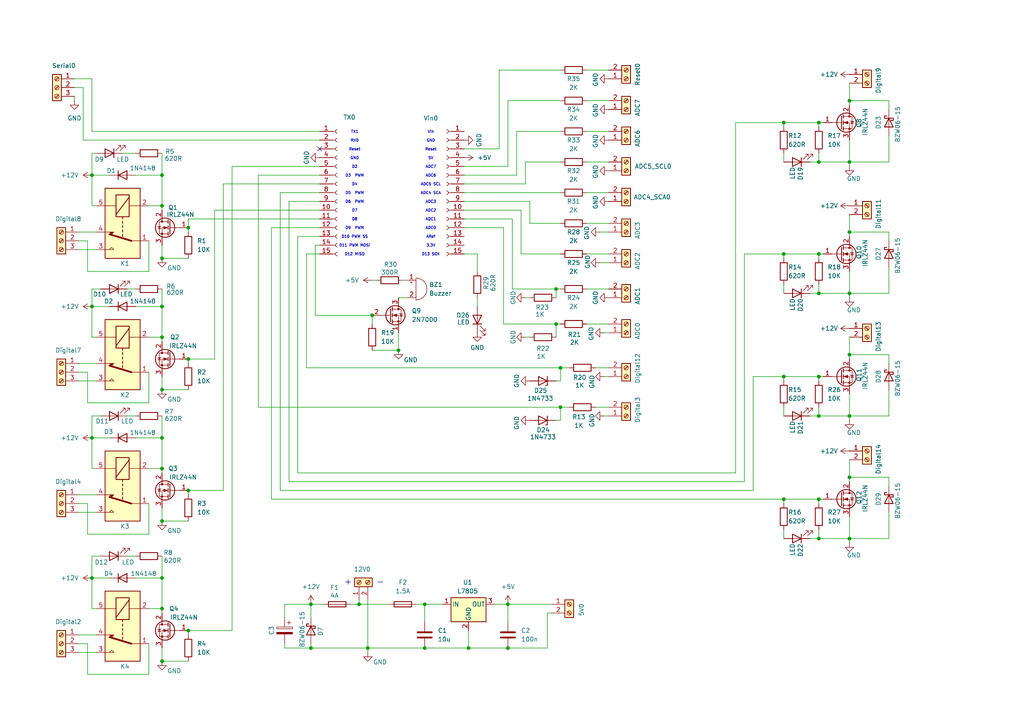
<source format=kicad_sch>
(kicad_sch
	(version 20250114)
	(generator "eeschema")
	(generator_version "9.0")
	(uuid "e0b4e026-eb74-44e8-8bd2-773b4ff73778")
	(paper "A4")
	(lib_symbols
		(symbol "Connector:Conn_01x15_Socket"
			(pin_names
				(offset 1.016)
				(hide yes)
			)
			(exclude_from_sim no)
			(in_bom yes)
			(on_board yes)
			(property "Reference" "J"
				(at 0 20.32 0)
				(effects
					(font
						(size 1.27 1.27)
					)
				)
			)
			(property "Value" "Conn_01x15_Socket"
				(at 0 -20.32 0)
				(effects
					(font
						(size 1.27 1.27)
					)
				)
			)
			(property "Footprint" ""
				(at 0 0 0)
				(effects
					(font
						(size 1.27 1.27)
					)
					(hide yes)
				)
			)
			(property "Datasheet" "~"
				(at 0 0 0)
				(effects
					(font
						(size 1.27 1.27)
					)
					(hide yes)
				)
			)
			(property "Description" "Generic connector, single row, 01x15, script generated"
				(at 0 0 0)
				(effects
					(font
						(size 1.27 1.27)
					)
					(hide yes)
				)
			)
			(property "ki_locked" ""
				(at 0 0 0)
				(effects
					(font
						(size 1.27 1.27)
					)
				)
			)
			(property "ki_keywords" "connector"
				(at 0 0 0)
				(effects
					(font
						(size 1.27 1.27)
					)
					(hide yes)
				)
			)
			(property "ki_fp_filters" "Connector*:*_1x??_*"
				(at 0 0 0)
				(effects
					(font
						(size 1.27 1.27)
					)
					(hide yes)
				)
			)
			(symbol "Conn_01x15_Socket_1_1"
				(polyline
					(pts
						(xy -1.27 17.78) (xy -0.508 17.78)
					)
					(stroke
						(width 0.1524)
						(type default)
					)
					(fill
						(type none)
					)
				)
				(polyline
					(pts
						(xy -1.27 15.24) (xy -0.508 15.24)
					)
					(stroke
						(width 0.1524)
						(type default)
					)
					(fill
						(type none)
					)
				)
				(polyline
					(pts
						(xy -1.27 12.7) (xy -0.508 12.7)
					)
					(stroke
						(width 0.1524)
						(type default)
					)
					(fill
						(type none)
					)
				)
				(polyline
					(pts
						(xy -1.27 10.16) (xy -0.508 10.16)
					)
					(stroke
						(width 0.1524)
						(type default)
					)
					(fill
						(type none)
					)
				)
				(polyline
					(pts
						(xy -1.27 7.62) (xy -0.508 7.62)
					)
					(stroke
						(width 0.1524)
						(type default)
					)
					(fill
						(type none)
					)
				)
				(polyline
					(pts
						(xy -1.27 5.08) (xy -0.508 5.08)
					)
					(stroke
						(width 0.1524)
						(type default)
					)
					(fill
						(type none)
					)
				)
				(polyline
					(pts
						(xy -1.27 2.54) (xy -0.508 2.54)
					)
					(stroke
						(width 0.1524)
						(type default)
					)
					(fill
						(type none)
					)
				)
				(polyline
					(pts
						(xy -1.27 0) (xy -0.508 0)
					)
					(stroke
						(width 0.1524)
						(type default)
					)
					(fill
						(type none)
					)
				)
				(polyline
					(pts
						(xy -1.27 -2.54) (xy -0.508 -2.54)
					)
					(stroke
						(width 0.1524)
						(type default)
					)
					(fill
						(type none)
					)
				)
				(polyline
					(pts
						(xy -1.27 -5.08) (xy -0.508 -5.08)
					)
					(stroke
						(width 0.1524)
						(type default)
					)
					(fill
						(type none)
					)
				)
				(polyline
					(pts
						(xy -1.27 -7.62) (xy -0.508 -7.62)
					)
					(stroke
						(width 0.1524)
						(type default)
					)
					(fill
						(type none)
					)
				)
				(polyline
					(pts
						(xy -1.27 -10.16) (xy -0.508 -10.16)
					)
					(stroke
						(width 0.1524)
						(type default)
					)
					(fill
						(type none)
					)
				)
				(polyline
					(pts
						(xy -1.27 -12.7) (xy -0.508 -12.7)
					)
					(stroke
						(width 0.1524)
						(type default)
					)
					(fill
						(type none)
					)
				)
				(polyline
					(pts
						(xy -1.27 -15.24) (xy -0.508 -15.24)
					)
					(stroke
						(width 0.1524)
						(type default)
					)
					(fill
						(type none)
					)
				)
				(polyline
					(pts
						(xy -1.27 -17.78) (xy -0.508 -17.78)
					)
					(stroke
						(width 0.1524)
						(type default)
					)
					(fill
						(type none)
					)
				)
				(arc
					(start 0 17.272)
					(mid -0.5058 17.78)
					(end 0 18.288)
					(stroke
						(width 0.1524)
						(type default)
					)
					(fill
						(type none)
					)
				)
				(arc
					(start 0 14.732)
					(mid -0.5058 15.24)
					(end 0 15.748)
					(stroke
						(width 0.1524)
						(type default)
					)
					(fill
						(type none)
					)
				)
				(arc
					(start 0 12.192)
					(mid -0.5058 12.7)
					(end 0 13.208)
					(stroke
						(width 0.1524)
						(type default)
					)
					(fill
						(type none)
					)
				)
				(arc
					(start 0 9.652)
					(mid -0.5058 10.16)
					(end 0 10.668)
					(stroke
						(width 0.1524)
						(type default)
					)
					(fill
						(type none)
					)
				)
				(arc
					(start 0 7.112)
					(mid -0.5058 7.62)
					(end 0 8.128)
					(stroke
						(width 0.1524)
						(type default)
					)
					(fill
						(type none)
					)
				)
				(arc
					(start 0 4.572)
					(mid -0.5058 5.08)
					(end 0 5.588)
					(stroke
						(width 0.1524)
						(type default)
					)
					(fill
						(type none)
					)
				)
				(arc
					(start 0 2.032)
					(mid -0.5058 2.54)
					(end 0 3.048)
					(stroke
						(width 0.1524)
						(type default)
					)
					(fill
						(type none)
					)
				)
				(arc
					(start 0 -0.508)
					(mid -0.5058 0)
					(end 0 0.508)
					(stroke
						(width 0.1524)
						(type default)
					)
					(fill
						(type none)
					)
				)
				(arc
					(start 0 -3.048)
					(mid -0.5058 -2.54)
					(end 0 -2.032)
					(stroke
						(width 0.1524)
						(type default)
					)
					(fill
						(type none)
					)
				)
				(arc
					(start 0 -5.588)
					(mid -0.5058 -5.08)
					(end 0 -4.572)
					(stroke
						(width 0.1524)
						(type default)
					)
					(fill
						(type none)
					)
				)
				(arc
					(start 0 -8.128)
					(mid -0.5058 -7.62)
					(end 0 -7.112)
					(stroke
						(width 0.1524)
						(type default)
					)
					(fill
						(type none)
					)
				)
				(arc
					(start 0 -10.668)
					(mid -0.5058 -10.16)
					(end 0 -9.652)
					(stroke
						(width 0.1524)
						(type default)
					)
					(fill
						(type none)
					)
				)
				(arc
					(start 0 -13.208)
					(mid -0.5058 -12.7)
					(end 0 -12.192)
					(stroke
						(width 0.1524)
						(type default)
					)
					(fill
						(type none)
					)
				)
				(arc
					(start 0 -15.748)
					(mid -0.5058 -15.24)
					(end 0 -14.732)
					(stroke
						(width 0.1524)
						(type default)
					)
					(fill
						(type none)
					)
				)
				(arc
					(start 0 -18.288)
					(mid -0.5058 -17.78)
					(end 0 -17.272)
					(stroke
						(width 0.1524)
						(type default)
					)
					(fill
						(type none)
					)
				)
				(pin passive line
					(at -5.08 17.78 0)
					(length 3.81)
					(name "Pin_1"
						(effects
							(font
								(size 1.27 1.27)
							)
						)
					)
					(number "1"
						(effects
							(font
								(size 1.27 1.27)
							)
						)
					)
				)
				(pin passive line
					(at -5.08 15.24 0)
					(length 3.81)
					(name "Pin_2"
						(effects
							(font
								(size 1.27 1.27)
							)
						)
					)
					(number "2"
						(effects
							(font
								(size 1.27 1.27)
							)
						)
					)
				)
				(pin passive line
					(at -5.08 12.7 0)
					(length 3.81)
					(name "Pin_3"
						(effects
							(font
								(size 1.27 1.27)
							)
						)
					)
					(number "3"
						(effects
							(font
								(size 1.27 1.27)
							)
						)
					)
				)
				(pin passive line
					(at -5.08 10.16 0)
					(length 3.81)
					(name "Pin_4"
						(effects
							(font
								(size 1.27 1.27)
							)
						)
					)
					(number "4"
						(effects
							(font
								(size 1.27 1.27)
							)
						)
					)
				)
				(pin passive line
					(at -5.08 7.62 0)
					(length 3.81)
					(name "Pin_5"
						(effects
							(font
								(size 1.27 1.27)
							)
						)
					)
					(number "5"
						(effects
							(font
								(size 1.27 1.27)
							)
						)
					)
				)
				(pin passive line
					(at -5.08 5.08 0)
					(length 3.81)
					(name "Pin_6"
						(effects
							(font
								(size 1.27 1.27)
							)
						)
					)
					(number "6"
						(effects
							(font
								(size 1.27 1.27)
							)
						)
					)
				)
				(pin passive line
					(at -5.08 2.54 0)
					(length 3.81)
					(name "Pin_7"
						(effects
							(font
								(size 1.27 1.27)
							)
						)
					)
					(number "7"
						(effects
							(font
								(size 1.27 1.27)
							)
						)
					)
				)
				(pin passive line
					(at -5.08 0 0)
					(length 3.81)
					(name "Pin_8"
						(effects
							(font
								(size 1.27 1.27)
							)
						)
					)
					(number "8"
						(effects
							(font
								(size 1.27 1.27)
							)
						)
					)
				)
				(pin passive line
					(at -5.08 -2.54 0)
					(length 3.81)
					(name "Pin_9"
						(effects
							(font
								(size 1.27 1.27)
							)
						)
					)
					(number "9"
						(effects
							(font
								(size 1.27 1.27)
							)
						)
					)
				)
				(pin passive line
					(at -5.08 -5.08 0)
					(length 3.81)
					(name "Pin_10"
						(effects
							(font
								(size 1.27 1.27)
							)
						)
					)
					(number "10"
						(effects
							(font
								(size 1.27 1.27)
							)
						)
					)
				)
				(pin passive line
					(at -5.08 -7.62 0)
					(length 3.81)
					(name "Pin_11"
						(effects
							(font
								(size 1.27 1.27)
							)
						)
					)
					(number "11"
						(effects
							(font
								(size 1.27 1.27)
							)
						)
					)
				)
				(pin passive line
					(at -5.08 -10.16 0)
					(length 3.81)
					(name "Pin_12"
						(effects
							(font
								(size 1.27 1.27)
							)
						)
					)
					(number "12"
						(effects
							(font
								(size 1.27 1.27)
							)
						)
					)
				)
				(pin passive line
					(at -5.08 -12.7 0)
					(length 3.81)
					(name "Pin_13"
						(effects
							(font
								(size 1.27 1.27)
							)
						)
					)
					(number "13"
						(effects
							(font
								(size 1.27 1.27)
							)
						)
					)
				)
				(pin passive line
					(at -5.08 -15.24 0)
					(length 3.81)
					(name "Pin_14"
						(effects
							(font
								(size 1.27 1.27)
							)
						)
					)
					(number "14"
						(effects
							(font
								(size 1.27 1.27)
							)
						)
					)
				)
				(pin passive line
					(at -5.08 -17.78 0)
					(length 3.81)
					(name "Pin_15"
						(effects
							(font
								(size 1.27 1.27)
							)
						)
					)
					(number "15"
						(effects
							(font
								(size 1.27 1.27)
							)
						)
					)
				)
			)
			(embedded_fonts no)
		)
		(symbol "Connector:Screw_Terminal_01x02"
			(pin_names
				(offset 1.016)
				(hide yes)
			)
			(exclude_from_sim no)
			(in_bom yes)
			(on_board yes)
			(property "Reference" "J"
				(at 0 2.54 0)
				(effects
					(font
						(size 1.27 1.27)
					)
				)
			)
			(property "Value" "Screw_Terminal_01x02"
				(at 0 -5.08 0)
				(effects
					(font
						(size 1.27 1.27)
					)
				)
			)
			(property "Footprint" ""
				(at 0 0 0)
				(effects
					(font
						(size 1.27 1.27)
					)
					(hide yes)
				)
			)
			(property "Datasheet" "~"
				(at 0 0 0)
				(effects
					(font
						(size 1.27 1.27)
					)
					(hide yes)
				)
			)
			(property "Description" "Generic screw terminal, single row, 01x02, script generated (kicad-library-utils/schlib/autogen/connector/)"
				(at 0 0 0)
				(effects
					(font
						(size 1.27 1.27)
					)
					(hide yes)
				)
			)
			(property "ki_keywords" "screw terminal"
				(at 0 0 0)
				(effects
					(font
						(size 1.27 1.27)
					)
					(hide yes)
				)
			)
			(property "ki_fp_filters" "TerminalBlock*:*"
				(at 0 0 0)
				(effects
					(font
						(size 1.27 1.27)
					)
					(hide yes)
				)
			)
			(symbol "Screw_Terminal_01x02_1_1"
				(rectangle
					(start -1.27 1.27)
					(end 1.27 -3.81)
					(stroke
						(width 0.254)
						(type default)
					)
					(fill
						(type background)
					)
				)
				(polyline
					(pts
						(xy -0.5334 0.3302) (xy 0.3302 -0.508)
					)
					(stroke
						(width 0.1524)
						(type default)
					)
					(fill
						(type none)
					)
				)
				(polyline
					(pts
						(xy -0.5334 -2.2098) (xy 0.3302 -3.048)
					)
					(stroke
						(width 0.1524)
						(type default)
					)
					(fill
						(type none)
					)
				)
				(polyline
					(pts
						(xy -0.3556 0.508) (xy 0.508 -0.3302)
					)
					(stroke
						(width 0.1524)
						(type default)
					)
					(fill
						(type none)
					)
				)
				(polyline
					(pts
						(xy -0.3556 -2.032) (xy 0.508 -2.8702)
					)
					(stroke
						(width 0.1524)
						(type default)
					)
					(fill
						(type none)
					)
				)
				(circle
					(center 0 0)
					(radius 0.635)
					(stroke
						(width 0.1524)
						(type default)
					)
					(fill
						(type none)
					)
				)
				(circle
					(center 0 -2.54)
					(radius 0.635)
					(stroke
						(width 0.1524)
						(type default)
					)
					(fill
						(type none)
					)
				)
				(pin passive line
					(at -5.08 0 0)
					(length 3.81)
					(name "Pin_1"
						(effects
							(font
								(size 1.27 1.27)
							)
						)
					)
					(number "1"
						(effects
							(font
								(size 1.27 1.27)
							)
						)
					)
				)
				(pin passive line
					(at -5.08 -2.54 0)
					(length 3.81)
					(name "Pin_2"
						(effects
							(font
								(size 1.27 1.27)
							)
						)
					)
					(number "2"
						(effects
							(font
								(size 1.27 1.27)
							)
						)
					)
				)
			)
			(embedded_fonts no)
		)
		(symbol "Connector:Screw_Terminal_01x03"
			(pin_names
				(offset 1.016)
				(hide yes)
			)
			(exclude_from_sim no)
			(in_bom yes)
			(on_board yes)
			(property "Reference" "J"
				(at 0 5.08 0)
				(effects
					(font
						(size 1.27 1.27)
					)
				)
			)
			(property "Value" "Screw_Terminal_01x03"
				(at 0 -5.08 0)
				(effects
					(font
						(size 1.27 1.27)
					)
				)
			)
			(property "Footprint" ""
				(at 0 0 0)
				(effects
					(font
						(size 1.27 1.27)
					)
					(hide yes)
				)
			)
			(property "Datasheet" "~"
				(at 0 0 0)
				(effects
					(font
						(size 1.27 1.27)
					)
					(hide yes)
				)
			)
			(property "Description" "Generic screw terminal, single row, 01x03, script generated (kicad-library-utils/schlib/autogen/connector/)"
				(at 0 0 0)
				(effects
					(font
						(size 1.27 1.27)
					)
					(hide yes)
				)
			)
			(property "ki_keywords" "screw terminal"
				(at 0 0 0)
				(effects
					(font
						(size 1.27 1.27)
					)
					(hide yes)
				)
			)
			(property "ki_fp_filters" "TerminalBlock*:*"
				(at 0 0 0)
				(effects
					(font
						(size 1.27 1.27)
					)
					(hide yes)
				)
			)
			(symbol "Screw_Terminal_01x03_1_1"
				(rectangle
					(start -1.27 3.81)
					(end 1.27 -3.81)
					(stroke
						(width 0.254)
						(type default)
					)
					(fill
						(type background)
					)
				)
				(polyline
					(pts
						(xy -0.5334 2.8702) (xy 0.3302 2.032)
					)
					(stroke
						(width 0.1524)
						(type default)
					)
					(fill
						(type none)
					)
				)
				(polyline
					(pts
						(xy -0.5334 0.3302) (xy 0.3302 -0.508)
					)
					(stroke
						(width 0.1524)
						(type default)
					)
					(fill
						(type none)
					)
				)
				(polyline
					(pts
						(xy -0.5334 -2.2098) (xy 0.3302 -3.048)
					)
					(stroke
						(width 0.1524)
						(type default)
					)
					(fill
						(type none)
					)
				)
				(polyline
					(pts
						(xy -0.3556 3.048) (xy 0.508 2.2098)
					)
					(stroke
						(width 0.1524)
						(type default)
					)
					(fill
						(type none)
					)
				)
				(polyline
					(pts
						(xy -0.3556 0.508) (xy 0.508 -0.3302)
					)
					(stroke
						(width 0.1524)
						(type default)
					)
					(fill
						(type none)
					)
				)
				(polyline
					(pts
						(xy -0.3556 -2.032) (xy 0.508 -2.8702)
					)
					(stroke
						(width 0.1524)
						(type default)
					)
					(fill
						(type none)
					)
				)
				(circle
					(center 0 2.54)
					(radius 0.635)
					(stroke
						(width 0.1524)
						(type default)
					)
					(fill
						(type none)
					)
				)
				(circle
					(center 0 0)
					(radius 0.635)
					(stroke
						(width 0.1524)
						(type default)
					)
					(fill
						(type none)
					)
				)
				(circle
					(center 0 -2.54)
					(radius 0.635)
					(stroke
						(width 0.1524)
						(type default)
					)
					(fill
						(type none)
					)
				)
				(pin passive line
					(at -5.08 2.54 0)
					(length 3.81)
					(name "Pin_1"
						(effects
							(font
								(size 1.27 1.27)
							)
						)
					)
					(number "1"
						(effects
							(font
								(size 1.27 1.27)
							)
						)
					)
				)
				(pin passive line
					(at -5.08 0 0)
					(length 3.81)
					(name "Pin_2"
						(effects
							(font
								(size 1.27 1.27)
							)
						)
					)
					(number "2"
						(effects
							(font
								(size 1.27 1.27)
							)
						)
					)
				)
				(pin passive line
					(at -5.08 -2.54 0)
					(length 3.81)
					(name "Pin_3"
						(effects
							(font
								(size 1.27 1.27)
							)
						)
					)
					(number "3"
						(effects
							(font
								(size 1.27 1.27)
							)
						)
					)
				)
			)
			(embedded_fonts no)
		)
		(symbol "Device:Buzzer"
			(pin_names
				(offset 0.0254)
				(hide yes)
			)
			(exclude_from_sim no)
			(in_bom yes)
			(on_board yes)
			(property "Reference" "BZ"
				(at 3.81 1.27 0)
				(effects
					(font
						(size 1.27 1.27)
					)
					(justify left)
				)
			)
			(property "Value" "Buzzer"
				(at 3.81 -1.27 0)
				(effects
					(font
						(size 1.27 1.27)
					)
					(justify left)
				)
			)
			(property "Footprint" ""
				(at -0.635 2.54 90)
				(effects
					(font
						(size 1.27 1.27)
					)
					(hide yes)
				)
			)
			(property "Datasheet" "~"
				(at -0.635 2.54 90)
				(effects
					(font
						(size 1.27 1.27)
					)
					(hide yes)
				)
			)
			(property "Description" "Buzzer, polarized"
				(at 0 0 0)
				(effects
					(font
						(size 1.27 1.27)
					)
					(hide yes)
				)
			)
			(property "ki_keywords" "quartz resonator ceramic"
				(at 0 0 0)
				(effects
					(font
						(size 1.27 1.27)
					)
					(hide yes)
				)
			)
			(property "ki_fp_filters" "*Buzzer*"
				(at 0 0 0)
				(effects
					(font
						(size 1.27 1.27)
					)
					(hide yes)
				)
			)
			(symbol "Buzzer_0_1"
				(polyline
					(pts
						(xy -1.651 1.905) (xy -1.143 1.905)
					)
					(stroke
						(width 0)
						(type default)
					)
					(fill
						(type none)
					)
				)
				(polyline
					(pts
						(xy -1.397 2.159) (xy -1.397 1.651)
					)
					(stroke
						(width 0)
						(type default)
					)
					(fill
						(type none)
					)
				)
				(arc
					(start 0 3.175)
					(mid 3.1612 0)
					(end 0 -3.175)
					(stroke
						(width 0)
						(type default)
					)
					(fill
						(type none)
					)
				)
				(polyline
					(pts
						(xy 0 3.175) (xy 0 -3.175)
					)
					(stroke
						(width 0)
						(type default)
					)
					(fill
						(type none)
					)
				)
			)
			(symbol "Buzzer_1_1"
				(pin passive line
					(at -2.54 2.54 0)
					(length 2.54)
					(name "+"
						(effects
							(font
								(size 1.27 1.27)
							)
						)
					)
					(number "1"
						(effects
							(font
								(size 1.27 1.27)
							)
						)
					)
				)
				(pin passive line
					(at -2.54 -2.54 0)
					(length 2.54)
					(name "-"
						(effects
							(font
								(size 1.27 1.27)
							)
						)
					)
					(number "2"
						(effects
							(font
								(size 1.27 1.27)
							)
						)
					)
				)
			)
			(embedded_fonts no)
		)
		(symbol "Device:C"
			(pin_numbers
				(hide yes)
			)
			(pin_names
				(offset 0.254)
			)
			(exclude_from_sim no)
			(in_bom yes)
			(on_board yes)
			(property "Reference" "C"
				(at 0.635 2.54 0)
				(effects
					(font
						(size 1.27 1.27)
					)
					(justify left)
				)
			)
			(property "Value" "C"
				(at 0.635 -2.54 0)
				(effects
					(font
						(size 1.27 1.27)
					)
					(justify left)
				)
			)
			(property "Footprint" ""
				(at 0.9652 -3.81 0)
				(effects
					(font
						(size 1.27 1.27)
					)
					(hide yes)
				)
			)
			(property "Datasheet" "~"
				(at 0 0 0)
				(effects
					(font
						(size 1.27 1.27)
					)
					(hide yes)
				)
			)
			(property "Description" "Unpolarized capacitor"
				(at 0 0 0)
				(effects
					(font
						(size 1.27 1.27)
					)
					(hide yes)
				)
			)
			(property "ki_keywords" "cap capacitor"
				(at 0 0 0)
				(effects
					(font
						(size 1.27 1.27)
					)
					(hide yes)
				)
			)
			(property "ki_fp_filters" "C_*"
				(at 0 0 0)
				(effects
					(font
						(size 1.27 1.27)
					)
					(hide yes)
				)
			)
			(symbol "C_0_1"
				(polyline
					(pts
						(xy -2.032 0.762) (xy 2.032 0.762)
					)
					(stroke
						(width 0.508)
						(type default)
					)
					(fill
						(type none)
					)
				)
				(polyline
					(pts
						(xy -2.032 -0.762) (xy 2.032 -0.762)
					)
					(stroke
						(width 0.508)
						(type default)
					)
					(fill
						(type none)
					)
				)
			)
			(symbol "C_1_1"
				(pin passive line
					(at 0 3.81 270)
					(length 2.794)
					(name "~"
						(effects
							(font
								(size 1.27 1.27)
							)
						)
					)
					(number "1"
						(effects
							(font
								(size 1.27 1.27)
							)
						)
					)
				)
				(pin passive line
					(at 0 -3.81 90)
					(length 2.794)
					(name "~"
						(effects
							(font
								(size 1.27 1.27)
							)
						)
					)
					(number "2"
						(effects
							(font
								(size 1.27 1.27)
							)
						)
					)
				)
			)
			(embedded_fonts no)
		)
		(symbol "Device:C_Polarized"
			(pin_numbers
				(hide yes)
			)
			(pin_names
				(offset 0.254)
			)
			(exclude_from_sim no)
			(in_bom yes)
			(on_board yes)
			(property "Reference" "C"
				(at 0.635 2.54 0)
				(effects
					(font
						(size 1.27 1.27)
					)
					(justify left)
				)
			)
			(property "Value" "C_Polarized"
				(at 0.635 -2.54 0)
				(effects
					(font
						(size 1.27 1.27)
					)
					(justify left)
				)
			)
			(property "Footprint" ""
				(at 0.9652 -3.81 0)
				(effects
					(font
						(size 1.27 1.27)
					)
					(hide yes)
				)
			)
			(property "Datasheet" "~"
				(at 0 0 0)
				(effects
					(font
						(size 1.27 1.27)
					)
					(hide yes)
				)
			)
			(property "Description" "Polarized capacitor"
				(at 0 0 0)
				(effects
					(font
						(size 1.27 1.27)
					)
					(hide yes)
				)
			)
			(property "ki_keywords" "cap capacitor"
				(at 0 0 0)
				(effects
					(font
						(size 1.27 1.27)
					)
					(hide yes)
				)
			)
			(property "ki_fp_filters" "CP_*"
				(at 0 0 0)
				(effects
					(font
						(size 1.27 1.27)
					)
					(hide yes)
				)
			)
			(symbol "C_Polarized_0_1"
				(rectangle
					(start -2.286 0.508)
					(end 2.286 1.016)
					(stroke
						(width 0)
						(type default)
					)
					(fill
						(type none)
					)
				)
				(polyline
					(pts
						(xy -1.778 2.286) (xy -0.762 2.286)
					)
					(stroke
						(width 0)
						(type default)
					)
					(fill
						(type none)
					)
				)
				(polyline
					(pts
						(xy -1.27 2.794) (xy -1.27 1.778)
					)
					(stroke
						(width 0)
						(type default)
					)
					(fill
						(type none)
					)
				)
				(rectangle
					(start 2.286 -0.508)
					(end -2.286 -1.016)
					(stroke
						(width 0)
						(type default)
					)
					(fill
						(type outline)
					)
				)
			)
			(symbol "C_Polarized_1_1"
				(pin passive line
					(at 0 3.81 270)
					(length 2.794)
					(name "~"
						(effects
							(font
								(size 1.27 1.27)
							)
						)
					)
					(number "1"
						(effects
							(font
								(size 1.27 1.27)
							)
						)
					)
				)
				(pin passive line
					(at 0 -3.81 90)
					(length 2.794)
					(name "~"
						(effects
							(font
								(size 1.27 1.27)
							)
						)
					)
					(number "2"
						(effects
							(font
								(size 1.27 1.27)
							)
						)
					)
				)
			)
			(embedded_fonts no)
		)
		(symbol "Device:D_Schottky"
			(pin_numbers
				(hide yes)
			)
			(pin_names
				(offset 1.016)
				(hide yes)
			)
			(exclude_from_sim no)
			(in_bom yes)
			(on_board yes)
			(property "Reference" "D"
				(at 0 2.54 0)
				(effects
					(font
						(size 1.27 1.27)
					)
				)
			)
			(property "Value" "D_Schottky"
				(at 0 -2.54 0)
				(effects
					(font
						(size 1.27 1.27)
					)
				)
			)
			(property "Footprint" ""
				(at 0 0 0)
				(effects
					(font
						(size 1.27 1.27)
					)
					(hide yes)
				)
			)
			(property "Datasheet" "~"
				(at 0 0 0)
				(effects
					(font
						(size 1.27 1.27)
					)
					(hide yes)
				)
			)
			(property "Description" "Schottky diode"
				(at 0 0 0)
				(effects
					(font
						(size 1.27 1.27)
					)
					(hide yes)
				)
			)
			(property "ki_keywords" "diode Schottky"
				(at 0 0 0)
				(effects
					(font
						(size 1.27 1.27)
					)
					(hide yes)
				)
			)
			(property "ki_fp_filters" "TO-???* *_Diode_* *SingleDiode* D_*"
				(at 0 0 0)
				(effects
					(font
						(size 1.27 1.27)
					)
					(hide yes)
				)
			)
			(symbol "D_Schottky_0_1"
				(polyline
					(pts
						(xy -1.905 0.635) (xy -1.905 1.27) (xy -1.27 1.27) (xy -1.27 -1.27) (xy -0.635 -1.27) (xy -0.635 -0.635)
					)
					(stroke
						(width 0.254)
						(type default)
					)
					(fill
						(type none)
					)
				)
				(polyline
					(pts
						(xy 1.27 1.27) (xy 1.27 -1.27) (xy -1.27 0) (xy 1.27 1.27)
					)
					(stroke
						(width 0.254)
						(type default)
					)
					(fill
						(type none)
					)
				)
				(polyline
					(pts
						(xy 1.27 0) (xy -1.27 0)
					)
					(stroke
						(width 0)
						(type default)
					)
					(fill
						(type none)
					)
				)
			)
			(symbol "D_Schottky_1_1"
				(pin passive line
					(at -3.81 0 0)
					(length 2.54)
					(name "K"
						(effects
							(font
								(size 1.27 1.27)
							)
						)
					)
					(number "1"
						(effects
							(font
								(size 1.27 1.27)
							)
						)
					)
				)
				(pin passive line
					(at 3.81 0 180)
					(length 2.54)
					(name "A"
						(effects
							(font
								(size 1.27 1.27)
							)
						)
					)
					(number "2"
						(effects
							(font
								(size 1.27 1.27)
							)
						)
					)
				)
			)
			(embedded_fonts no)
		)
		(symbol "Device:Fuse"
			(pin_numbers
				(hide yes)
			)
			(pin_names
				(offset 0)
			)
			(exclude_from_sim no)
			(in_bom yes)
			(on_board yes)
			(property "Reference" "F"
				(at 2.032 0 90)
				(effects
					(font
						(size 1.27 1.27)
					)
				)
			)
			(property "Value" "Fuse"
				(at -1.905 0 90)
				(effects
					(font
						(size 1.27 1.27)
					)
				)
			)
			(property "Footprint" ""
				(at -1.778 0 90)
				(effects
					(font
						(size 1.27 1.27)
					)
					(hide yes)
				)
			)
			(property "Datasheet" "~"
				(at 0 0 0)
				(effects
					(font
						(size 1.27 1.27)
					)
					(hide yes)
				)
			)
			(property "Description" "Fuse"
				(at 0 0 0)
				(effects
					(font
						(size 1.27 1.27)
					)
					(hide yes)
				)
			)
			(property "ki_keywords" "fuse"
				(at 0 0 0)
				(effects
					(font
						(size 1.27 1.27)
					)
					(hide yes)
				)
			)
			(property "ki_fp_filters" "*Fuse*"
				(at 0 0 0)
				(effects
					(font
						(size 1.27 1.27)
					)
					(hide yes)
				)
			)
			(symbol "Fuse_0_1"
				(rectangle
					(start -0.762 -2.54)
					(end 0.762 2.54)
					(stroke
						(width 0.254)
						(type default)
					)
					(fill
						(type none)
					)
				)
				(polyline
					(pts
						(xy 0 2.54) (xy 0 -2.54)
					)
					(stroke
						(width 0)
						(type default)
					)
					(fill
						(type none)
					)
				)
			)
			(symbol "Fuse_1_1"
				(pin passive line
					(at 0 3.81 270)
					(length 1.27)
					(name "~"
						(effects
							(font
								(size 1.27 1.27)
							)
						)
					)
					(number "1"
						(effects
							(font
								(size 1.27 1.27)
							)
						)
					)
				)
				(pin passive line
					(at 0 -3.81 90)
					(length 1.27)
					(name "~"
						(effects
							(font
								(size 1.27 1.27)
							)
						)
					)
					(number "2"
						(effects
							(font
								(size 1.27 1.27)
							)
						)
					)
				)
			)
			(embedded_fonts no)
		)
		(symbol "Device:LED"
			(pin_numbers
				(hide yes)
			)
			(pin_names
				(offset 1.016)
				(hide yes)
			)
			(exclude_from_sim no)
			(in_bom yes)
			(on_board yes)
			(property "Reference" "D"
				(at 0 2.54 0)
				(effects
					(font
						(size 1.27 1.27)
					)
				)
			)
			(property "Value" "LED"
				(at 0 -2.54 0)
				(effects
					(font
						(size 1.27 1.27)
					)
				)
			)
			(property "Footprint" ""
				(at 0 0 0)
				(effects
					(font
						(size 1.27 1.27)
					)
					(hide yes)
				)
			)
			(property "Datasheet" "~"
				(at 0 0 0)
				(effects
					(font
						(size 1.27 1.27)
					)
					(hide yes)
				)
			)
			(property "Description" "Light emitting diode"
				(at 0 0 0)
				(effects
					(font
						(size 1.27 1.27)
					)
					(hide yes)
				)
			)
			(property "Sim.Pins" "1=K 2=A"
				(at 0 0 0)
				(effects
					(font
						(size 1.27 1.27)
					)
					(hide yes)
				)
			)
			(property "ki_keywords" "LED diode"
				(at 0 0 0)
				(effects
					(font
						(size 1.27 1.27)
					)
					(hide yes)
				)
			)
			(property "ki_fp_filters" "LED* LED_SMD:* LED_THT:*"
				(at 0 0 0)
				(effects
					(font
						(size 1.27 1.27)
					)
					(hide yes)
				)
			)
			(symbol "LED_0_1"
				(polyline
					(pts
						(xy -3.048 -0.762) (xy -4.572 -2.286) (xy -3.81 -2.286) (xy -4.572 -2.286) (xy -4.572 -1.524)
					)
					(stroke
						(width 0)
						(type default)
					)
					(fill
						(type none)
					)
				)
				(polyline
					(pts
						(xy -1.778 -0.762) (xy -3.302 -2.286) (xy -2.54 -2.286) (xy -3.302 -2.286) (xy -3.302 -1.524)
					)
					(stroke
						(width 0)
						(type default)
					)
					(fill
						(type none)
					)
				)
				(polyline
					(pts
						(xy -1.27 0) (xy 1.27 0)
					)
					(stroke
						(width 0)
						(type default)
					)
					(fill
						(type none)
					)
				)
				(polyline
					(pts
						(xy -1.27 -1.27) (xy -1.27 1.27)
					)
					(stroke
						(width 0.254)
						(type default)
					)
					(fill
						(type none)
					)
				)
				(polyline
					(pts
						(xy 1.27 -1.27) (xy 1.27 1.27) (xy -1.27 0) (xy 1.27 -1.27)
					)
					(stroke
						(width 0.254)
						(type default)
					)
					(fill
						(type none)
					)
				)
			)
			(symbol "LED_1_1"
				(pin passive line
					(at -3.81 0 0)
					(length 2.54)
					(name "K"
						(effects
							(font
								(size 1.27 1.27)
							)
						)
					)
					(number "1"
						(effects
							(font
								(size 1.27 1.27)
							)
						)
					)
				)
				(pin passive line
					(at 3.81 0 180)
					(length 2.54)
					(name "A"
						(effects
							(font
								(size 1.27 1.27)
							)
						)
					)
					(number "2"
						(effects
							(font
								(size 1.27 1.27)
							)
						)
					)
				)
			)
			(embedded_fonts no)
		)
		(symbol "Device:R"
			(pin_numbers
				(hide yes)
			)
			(pin_names
				(offset 0)
			)
			(exclude_from_sim no)
			(in_bom yes)
			(on_board yes)
			(property "Reference" "R"
				(at 2.032 0 90)
				(effects
					(font
						(size 1.27 1.27)
					)
				)
			)
			(property "Value" "R"
				(at 0 0 90)
				(effects
					(font
						(size 1.27 1.27)
					)
				)
			)
			(property "Footprint" ""
				(at -1.778 0 90)
				(effects
					(font
						(size 1.27 1.27)
					)
					(hide yes)
				)
			)
			(property "Datasheet" "~"
				(at 0 0 0)
				(effects
					(font
						(size 1.27 1.27)
					)
					(hide yes)
				)
			)
			(property "Description" "Resistor"
				(at 0 0 0)
				(effects
					(font
						(size 1.27 1.27)
					)
					(hide yes)
				)
			)
			(property "ki_keywords" "R res resistor"
				(at 0 0 0)
				(effects
					(font
						(size 1.27 1.27)
					)
					(hide yes)
				)
			)
			(property "ki_fp_filters" "R_*"
				(at 0 0 0)
				(effects
					(font
						(size 1.27 1.27)
					)
					(hide yes)
				)
			)
			(symbol "R_0_1"
				(rectangle
					(start -1.016 -2.54)
					(end 1.016 2.54)
					(stroke
						(width 0.254)
						(type default)
					)
					(fill
						(type none)
					)
				)
			)
			(symbol "R_1_1"
				(pin passive line
					(at 0 3.81 270)
					(length 1.27)
					(name "~"
						(effects
							(font
								(size 1.27 1.27)
							)
						)
					)
					(number "1"
						(effects
							(font
								(size 1.27 1.27)
							)
						)
					)
				)
				(pin passive line
					(at 0 -3.81 90)
					(length 1.27)
					(name "~"
						(effects
							(font
								(size 1.27 1.27)
							)
						)
					)
					(number "2"
						(effects
							(font
								(size 1.27 1.27)
							)
						)
					)
				)
			)
			(embedded_fonts no)
		)
		(symbol "Diode:1N4148"
			(pin_numbers
				(hide yes)
			)
			(pin_names
				(hide yes)
			)
			(exclude_from_sim no)
			(in_bom yes)
			(on_board yes)
			(property "Reference" "D"
				(at 0 2.54 0)
				(effects
					(font
						(size 1.27 1.27)
					)
				)
			)
			(property "Value" "1N4148"
				(at 0 -2.54 0)
				(effects
					(font
						(size 1.27 1.27)
					)
				)
			)
			(property "Footprint" "Diode_THT:D_DO-35_SOD27_P7.62mm_Horizontal"
				(at 0 0 0)
				(effects
					(font
						(size 1.27 1.27)
					)
					(hide yes)
				)
			)
			(property "Datasheet" "https://assets.nexperia.com/documents/data-sheet/1N4148_1N4448.pdf"
				(at 0 0 0)
				(effects
					(font
						(size 1.27 1.27)
					)
					(hide yes)
				)
			)
			(property "Description" "100V 0.15A standard switching diode, DO-35"
				(at 0 0 0)
				(effects
					(font
						(size 1.27 1.27)
					)
					(hide yes)
				)
			)
			(property "Sim.Device" "D"
				(at 0 0 0)
				(effects
					(font
						(size 1.27 1.27)
					)
					(hide yes)
				)
			)
			(property "Sim.Pins" "1=K 2=A"
				(at 0 0 0)
				(effects
					(font
						(size 1.27 1.27)
					)
					(hide yes)
				)
			)
			(property "ki_keywords" "diode"
				(at 0 0 0)
				(effects
					(font
						(size 1.27 1.27)
					)
					(hide yes)
				)
			)
			(property "ki_fp_filters" "D*DO?35*"
				(at 0 0 0)
				(effects
					(font
						(size 1.27 1.27)
					)
					(hide yes)
				)
			)
			(symbol "1N4148_0_1"
				(polyline
					(pts
						(xy -1.27 1.27) (xy -1.27 -1.27)
					)
					(stroke
						(width 0.254)
						(type default)
					)
					(fill
						(type none)
					)
				)
				(polyline
					(pts
						(xy 1.27 1.27) (xy 1.27 -1.27) (xy -1.27 0) (xy 1.27 1.27)
					)
					(stroke
						(width 0.254)
						(type default)
					)
					(fill
						(type none)
					)
				)
				(polyline
					(pts
						(xy 1.27 0) (xy -1.27 0)
					)
					(stroke
						(width 0)
						(type default)
					)
					(fill
						(type none)
					)
				)
			)
			(symbol "1N4148_1_1"
				(pin passive line
					(at -3.81 0 0)
					(length 2.54)
					(name "K"
						(effects
							(font
								(size 1.27 1.27)
							)
						)
					)
					(number "1"
						(effects
							(font
								(size 1.27 1.27)
							)
						)
					)
				)
				(pin passive line
					(at 3.81 0 180)
					(length 2.54)
					(name "A"
						(effects
							(font
								(size 1.27 1.27)
							)
						)
					)
					(number "2"
						(effects
							(font
								(size 1.27 1.27)
							)
						)
					)
				)
			)
			(embedded_fonts no)
		)
		(symbol "Diode:1N47xxA"
			(pin_numbers
				(hide yes)
			)
			(pin_names
				(hide yes)
			)
			(exclude_from_sim no)
			(in_bom yes)
			(on_board yes)
			(property "Reference" "D"
				(at 0 2.54 0)
				(effects
					(font
						(size 1.27 1.27)
					)
				)
			)
			(property "Value" "1N47xxA"
				(at 0 -2.54 0)
				(effects
					(font
						(size 1.27 1.27)
					)
				)
			)
			(property "Footprint" "Diode_THT:D_DO-41_SOD81_P10.16mm_Horizontal"
				(at 0 -4.445 0)
				(effects
					(font
						(size 1.27 1.27)
					)
					(hide yes)
				)
			)
			(property "Datasheet" "https://www.vishay.com/docs/85816/1n4728a.pdf"
				(at 0 0 0)
				(effects
					(font
						(size 1.27 1.27)
					)
					(hide yes)
				)
			)
			(property "Description" "1300mW Silicon planar power Zener diodes, DO-41"
				(at 0 0 0)
				(effects
					(font
						(size 1.27 1.27)
					)
					(hide yes)
				)
			)
			(property "ki_keywords" "zener diode"
				(at 0 0 0)
				(effects
					(font
						(size 1.27 1.27)
					)
					(hide yes)
				)
			)
			(property "ki_fp_filters" "D*DO?41*"
				(at 0 0 0)
				(effects
					(font
						(size 1.27 1.27)
					)
					(hide yes)
				)
			)
			(symbol "1N47xxA_0_1"
				(polyline
					(pts
						(xy -1.27 -1.27) (xy -1.27 1.27) (xy -0.762 1.27)
					)
					(stroke
						(width 0.254)
						(type default)
					)
					(fill
						(type none)
					)
				)
				(polyline
					(pts
						(xy 1.27 0) (xy -1.27 0)
					)
					(stroke
						(width 0)
						(type default)
					)
					(fill
						(type none)
					)
				)
				(polyline
					(pts
						(xy 1.27 -1.27) (xy 1.27 1.27) (xy -1.27 0) (xy 1.27 -1.27)
					)
					(stroke
						(width 0.254)
						(type default)
					)
					(fill
						(type none)
					)
				)
			)
			(symbol "1N47xxA_1_1"
				(pin passive line
					(at -3.81 0 0)
					(length 2.54)
					(name "K"
						(effects
							(font
								(size 1.27 1.27)
							)
						)
					)
					(number "1"
						(effects
							(font
								(size 1.27 1.27)
							)
						)
					)
				)
				(pin passive line
					(at 3.81 0 180)
					(length 2.54)
					(name "A"
						(effects
							(font
								(size 1.27 1.27)
							)
						)
					)
					(number "2"
						(effects
							(font
								(size 1.27 1.27)
							)
						)
					)
				)
			)
			(embedded_fonts no)
		)
		(symbol "Regulator_Linear:L7805"
			(pin_names
				(offset 0.254)
			)
			(exclude_from_sim no)
			(in_bom yes)
			(on_board yes)
			(property "Reference" "U"
				(at -3.81 3.175 0)
				(effects
					(font
						(size 1.27 1.27)
					)
				)
			)
			(property "Value" "L7805"
				(at 0 3.175 0)
				(effects
					(font
						(size 1.27 1.27)
					)
					(justify left)
				)
			)
			(property "Footprint" ""
				(at 0.635 -3.81 0)
				(effects
					(font
						(size 1.27 1.27)
						(italic yes)
					)
					(justify left)
					(hide yes)
				)
			)
			(property "Datasheet" "http://www.st.com/content/ccc/resource/technical/document/datasheet/41/4f/b3/b0/12/d4/47/88/CD00000444.pdf/files/CD00000444.pdf/jcr:content/translations/en.CD00000444.pdf"
				(at 0 -1.27 0)
				(effects
					(font
						(size 1.27 1.27)
					)
					(hide yes)
				)
			)
			(property "Description" "Positive 1.5A 35V Linear Regulator, Fixed Output 5V, TO-220/TO-263/TO-252"
				(at 0 0 0)
				(effects
					(font
						(size 1.27 1.27)
					)
					(hide yes)
				)
			)
			(property "ki_keywords" "Voltage Regulator 1.5A Positive"
				(at 0 0 0)
				(effects
					(font
						(size 1.27 1.27)
					)
					(hide yes)
				)
			)
			(property "ki_fp_filters" "TO?252* TO?263* TO?220*"
				(at 0 0 0)
				(effects
					(font
						(size 1.27 1.27)
					)
					(hide yes)
				)
			)
			(symbol "L7805_0_1"
				(rectangle
					(start -5.08 1.905)
					(end 5.08 -5.08)
					(stroke
						(width 0.254)
						(type default)
					)
					(fill
						(type background)
					)
				)
			)
			(symbol "L7805_1_1"
				(pin power_in line
					(at -7.62 0 0)
					(length 2.54)
					(name "IN"
						(effects
							(font
								(size 1.27 1.27)
							)
						)
					)
					(number "1"
						(effects
							(font
								(size 1.27 1.27)
							)
						)
					)
				)
				(pin power_in line
					(at 0 -7.62 90)
					(length 2.54)
					(name "GND"
						(effects
							(font
								(size 1.27 1.27)
							)
						)
					)
					(number "2"
						(effects
							(font
								(size 1.27 1.27)
							)
						)
					)
				)
				(pin power_out line
					(at 7.62 0 180)
					(length 2.54)
					(name "OUT"
						(effects
							(font
								(size 1.27 1.27)
							)
						)
					)
					(number "3"
						(effects
							(font
								(size 1.27 1.27)
							)
						)
					)
				)
			)
			(embedded_fonts no)
		)
		(symbol "Relay:SANYOU_SRD_Form_C"
			(exclude_from_sim no)
			(in_bom yes)
			(on_board yes)
			(property "Reference" "K"
				(at 11.43 3.81 0)
				(effects
					(font
						(size 1.27 1.27)
					)
					(justify left)
				)
			)
			(property "Value" "SANYOU_SRD_Form_C"
				(at 11.43 1.27 0)
				(effects
					(font
						(size 1.27 1.27)
					)
					(justify left)
				)
			)
			(property "Footprint" "Relay_THT:Relay_SPDT_SANYOU_SRD_Series_Form_C"
				(at 11.43 -1.27 0)
				(effects
					(font
						(size 1.27 1.27)
					)
					(justify left)
					(hide yes)
				)
			)
			(property "Datasheet" "http://www.sanyourelay.ca/public/products/pdf/SRD.pdf"
				(at 0 0 0)
				(effects
					(font
						(size 1.27 1.27)
					)
					(hide yes)
				)
			)
			(property "Description" "Sanyo SRD relay, Single Pole Miniature Power Relay,"
				(at 0 0 0)
				(effects
					(font
						(size 1.27 1.27)
					)
					(hide yes)
				)
			)
			(property "ki_keywords" "Single Pole Relay SPDT"
				(at 0 0 0)
				(effects
					(font
						(size 1.27 1.27)
					)
					(hide yes)
				)
			)
			(property "ki_fp_filters" "Relay*SPDT*SANYOU*SRD*Series*Form*C*"
				(at 0 0 0)
				(effects
					(font
						(size 1.27 1.27)
					)
					(hide yes)
				)
			)
			(symbol "SANYOU_SRD_Form_C_0_0"
				(polyline
					(pts
						(xy 7.62 5.08) (xy 7.62 2.54) (xy 6.985 3.175) (xy 7.62 3.81)
					)
					(stroke
						(width 0)
						(type default)
					)
					(fill
						(type none)
					)
				)
			)
			(symbol "SANYOU_SRD_Form_C_0_1"
				(rectangle
					(start -10.16 5.08)
					(end 10.16 -5.08)
					(stroke
						(width 0.254)
						(type default)
					)
					(fill
						(type background)
					)
				)
				(rectangle
					(start -8.255 1.905)
					(end -1.905 -1.905)
					(stroke
						(width 0.254)
						(type default)
					)
					(fill
						(type none)
					)
				)
				(polyline
					(pts
						(xy -7.62 -1.905) (xy -2.54 1.905)
					)
					(stroke
						(width 0.254)
						(type default)
					)
					(fill
						(type none)
					)
				)
				(polyline
					(pts
						(xy -5.08 5.08) (xy -5.08 1.905)
					)
					(stroke
						(width 0)
						(type default)
					)
					(fill
						(type none)
					)
				)
				(polyline
					(pts
						(xy -5.08 -5.08) (xy -5.08 -1.905)
					)
					(stroke
						(width 0)
						(type default)
					)
					(fill
						(type none)
					)
				)
				(polyline
					(pts
						(xy -1.905 0) (xy -1.27 0)
					)
					(stroke
						(width 0.254)
						(type default)
					)
					(fill
						(type none)
					)
				)
				(polyline
					(pts
						(xy -0.635 0) (xy 0 0)
					)
					(stroke
						(width 0.254)
						(type default)
					)
					(fill
						(type none)
					)
				)
				(polyline
					(pts
						(xy 0.635 0) (xy 1.27 0)
					)
					(stroke
						(width 0.254)
						(type default)
					)
					(fill
						(type none)
					)
				)
				(polyline
					(pts
						(xy 1.905 0) (xy 2.54 0)
					)
					(stroke
						(width 0.254)
						(type default)
					)
					(fill
						(type none)
					)
				)
				(polyline
					(pts
						(xy 3.175 0) (xy 3.81 0)
					)
					(stroke
						(width 0.254)
						(type default)
					)
					(fill
						(type none)
					)
				)
				(polyline
					(pts
						(xy 5.08 -2.54) (xy 3.175 3.81)
					)
					(stroke
						(width 0.508)
						(type default)
					)
					(fill
						(type none)
					)
				)
				(polyline
					(pts
						(xy 5.08 -2.54) (xy 5.08 -5.08)
					)
					(stroke
						(width 0)
						(type default)
					)
					(fill
						(type none)
					)
				)
			)
			(symbol "SANYOU_SRD_Form_C_1_1"
				(polyline
					(pts
						(xy 2.54 3.81) (xy 3.175 3.175) (xy 2.54 2.54) (xy 2.54 5.08)
					)
					(stroke
						(width 0)
						(type default)
					)
					(fill
						(type outline)
					)
				)
				(pin passive line
					(at -5.08 7.62 270)
					(length 2.54)
					(name "~"
						(effects
							(font
								(size 1.27 1.27)
							)
						)
					)
					(number "5"
						(effects
							(font
								(size 1.27 1.27)
							)
						)
					)
				)
				(pin passive line
					(at -5.08 -7.62 90)
					(length 2.54)
					(name "~"
						(effects
							(font
								(size 1.27 1.27)
							)
						)
					)
					(number "2"
						(effects
							(font
								(size 1.27 1.27)
							)
						)
					)
				)
				(pin passive line
					(at 2.54 7.62 270)
					(length 2.54)
					(name "~"
						(effects
							(font
								(size 1.27 1.27)
							)
						)
					)
					(number "4"
						(effects
							(font
								(size 1.27 1.27)
							)
						)
					)
				)
				(pin passive line
					(at 5.08 -7.62 90)
					(length 2.54)
					(name "~"
						(effects
							(font
								(size 1.27 1.27)
							)
						)
					)
					(number "1"
						(effects
							(font
								(size 1.27 1.27)
							)
						)
					)
				)
				(pin passive line
					(at 7.62 7.62 270)
					(length 2.54)
					(name "~"
						(effects
							(font
								(size 1.27 1.27)
							)
						)
					)
					(number "3"
						(effects
							(font
								(size 1.27 1.27)
							)
						)
					)
				)
			)
			(embedded_fonts no)
		)
		(symbol "Screw_Terminal_01x02_1"
			(pin_names
				(offset 1.016)
				(hide yes)
			)
			(exclude_from_sim no)
			(in_bom yes)
			(on_board yes)
			(property "Reference" "J"
				(at 0 2.54 0)
				(effects
					(font
						(size 1.27 1.27)
					)
				)
			)
			(property "Value" "Screw_Terminal_01x02"
				(at 0 -5.08 0)
				(effects
					(font
						(size 1.27 1.27)
					)
				)
			)
			(property "Footprint" ""
				(at 0 0 0)
				(effects
					(font
						(size 1.27 1.27)
					)
					(hide yes)
				)
			)
			(property "Datasheet" "~"
				(at 0 0 0)
				(effects
					(font
						(size 1.27 1.27)
					)
					(hide yes)
				)
			)
			(property "Description" "Generic screw terminal, single row, 01x02, script generated (kicad-library-utils/schlib/autogen/connector/)"
				(at 0 0 0)
				(effects
					(font
						(size 1.27 1.27)
					)
					(hide yes)
				)
			)
			(property "ki_keywords" "screw terminal"
				(at 0 0 0)
				(effects
					(font
						(size 1.27 1.27)
					)
					(hide yes)
				)
			)
			(property "ki_fp_filters" "TerminalBlock*:*"
				(at 0 0 0)
				(effects
					(font
						(size 1.27 1.27)
					)
					(hide yes)
				)
			)
			(symbol "Screw_Terminal_01x02_1_1_1"
				(rectangle
					(start -1.27 1.27)
					(end 1.27 -3.81)
					(stroke
						(width 0.254)
						(type default)
					)
					(fill
						(type background)
					)
				)
				(polyline
					(pts
						(xy -0.5334 0.3302) (xy 0.3302 -0.508)
					)
					(stroke
						(width 0.1524)
						(type default)
					)
					(fill
						(type none)
					)
				)
				(polyline
					(pts
						(xy -0.5334 -2.2098) (xy 0.3302 -3.048)
					)
					(stroke
						(width 0.1524)
						(type default)
					)
					(fill
						(type none)
					)
				)
				(polyline
					(pts
						(xy -0.3556 0.508) (xy 0.508 -0.3302)
					)
					(stroke
						(width 0.1524)
						(type default)
					)
					(fill
						(type none)
					)
				)
				(polyline
					(pts
						(xy -0.3556 -2.032) (xy 0.508 -2.8702)
					)
					(stroke
						(width 0.1524)
						(type default)
					)
					(fill
						(type none)
					)
				)
				(circle
					(center 0 0)
					(radius 0.635)
					(stroke
						(width 0.1524)
						(type default)
					)
					(fill
						(type none)
					)
				)
				(circle
					(center 0 -2.54)
					(radius 0.635)
					(stroke
						(width 0.1524)
						(type default)
					)
					(fill
						(type none)
					)
				)
				(pin passive line
					(at -5.08 0 0)
					(length 3.81)
					(name "Pin_1"
						(effects
							(font
								(size 1.27 1.27)
							)
						)
					)
					(number "1"
						(effects
							(font
								(size 1.27 1.27)
							)
						)
					)
				)
				(pin passive line
					(at -5.08 -2.54 0)
					(length 3.81)
					(name "Pin_2"
						(effects
							(font
								(size 1.27 1.27)
							)
						)
					)
					(number "2"
						(effects
							(font
								(size 1.27 1.27)
							)
						)
					)
				)
			)
			(embedded_fonts no)
		)
		(symbol "Transistor_FET:2N7000"
			(pin_names
				(hide yes)
			)
			(exclude_from_sim no)
			(in_bom yes)
			(on_board yes)
			(property "Reference" "Q"
				(at 5.08 1.905 0)
				(effects
					(font
						(size 1.27 1.27)
					)
					(justify left)
				)
			)
			(property "Value" "2N7000"
				(at 5.08 0 0)
				(effects
					(font
						(size 1.27 1.27)
					)
					(justify left)
				)
			)
			(property "Footprint" "Package_TO_SOT_THT:TO-92_Inline"
				(at 5.08 -1.905 0)
				(effects
					(font
						(size 1.27 1.27)
						(italic yes)
					)
					(justify left)
					(hide yes)
				)
			)
			(property "Datasheet" "https://www.vishay.com/docs/70226/70226.pdf"
				(at 5.08 -3.81 0)
				(effects
					(font
						(size 1.27 1.27)
					)
					(justify left)
					(hide yes)
				)
			)
			(property "Description" "0.2A Id, 200V Vds, N-Channel MOSFET, 2.6V Logic Level, TO-92"
				(at 0 0 0)
				(effects
					(font
						(size 1.27 1.27)
					)
					(hide yes)
				)
			)
			(property "ki_keywords" "N-Channel MOSFET Logic-Level"
				(at 0 0 0)
				(effects
					(font
						(size 1.27 1.27)
					)
					(hide yes)
				)
			)
			(property "ki_fp_filters" "TO?92*"
				(at 0 0 0)
				(effects
					(font
						(size 1.27 1.27)
					)
					(hide yes)
				)
			)
			(symbol "2N7000_0_1"
				(polyline
					(pts
						(xy 0.254 1.905) (xy 0.254 -1.905)
					)
					(stroke
						(width 0.254)
						(type default)
					)
					(fill
						(type none)
					)
				)
				(polyline
					(pts
						(xy 0.254 0) (xy -2.54 0)
					)
					(stroke
						(width 0)
						(type default)
					)
					(fill
						(type none)
					)
				)
				(polyline
					(pts
						(xy 0.762 2.286) (xy 0.762 1.27)
					)
					(stroke
						(width 0.254)
						(type default)
					)
					(fill
						(type none)
					)
				)
				(polyline
					(pts
						(xy 0.762 0.508) (xy 0.762 -0.508)
					)
					(stroke
						(width 0.254)
						(type default)
					)
					(fill
						(type none)
					)
				)
				(polyline
					(pts
						(xy 0.762 -1.27) (xy 0.762 -2.286)
					)
					(stroke
						(width 0.254)
						(type default)
					)
					(fill
						(type none)
					)
				)
				(polyline
					(pts
						(xy 0.762 -1.778) (xy 3.302 -1.778) (xy 3.302 1.778) (xy 0.762 1.778)
					)
					(stroke
						(width 0)
						(type default)
					)
					(fill
						(type none)
					)
				)
				(polyline
					(pts
						(xy 1.016 0) (xy 2.032 0.381) (xy 2.032 -0.381) (xy 1.016 0)
					)
					(stroke
						(width 0)
						(type default)
					)
					(fill
						(type outline)
					)
				)
				(circle
					(center 1.651 0)
					(radius 2.794)
					(stroke
						(width 0.254)
						(type default)
					)
					(fill
						(type none)
					)
				)
				(polyline
					(pts
						(xy 2.54 2.54) (xy 2.54 1.778)
					)
					(stroke
						(width 0)
						(type default)
					)
					(fill
						(type none)
					)
				)
				(circle
					(center 2.54 1.778)
					(radius 0.254)
					(stroke
						(width 0)
						(type default)
					)
					(fill
						(type outline)
					)
				)
				(circle
					(center 2.54 -1.778)
					(radius 0.254)
					(stroke
						(width 0)
						(type default)
					)
					(fill
						(type outline)
					)
				)
				(polyline
					(pts
						(xy 2.54 -2.54) (xy 2.54 0) (xy 0.762 0)
					)
					(stroke
						(width 0)
						(type default)
					)
					(fill
						(type none)
					)
				)
				(polyline
					(pts
						(xy 2.794 0.508) (xy 2.921 0.381) (xy 3.683 0.381) (xy 3.81 0.254)
					)
					(stroke
						(width 0)
						(type default)
					)
					(fill
						(type none)
					)
				)
				(polyline
					(pts
						(xy 3.302 0.381) (xy 2.921 -0.254) (xy 3.683 -0.254) (xy 3.302 0.381)
					)
					(stroke
						(width 0)
						(type default)
					)
					(fill
						(type none)
					)
				)
			)
			(symbol "2N7000_1_1"
				(pin input line
					(at -5.08 0 0)
					(length 2.54)
					(name "G"
						(effects
							(font
								(size 1.27 1.27)
							)
						)
					)
					(number "2"
						(effects
							(font
								(size 1.27 1.27)
							)
						)
					)
				)
				(pin passive line
					(at 2.54 5.08 270)
					(length 2.54)
					(name "D"
						(effects
							(font
								(size 1.27 1.27)
							)
						)
					)
					(number "3"
						(effects
							(font
								(size 1.27 1.27)
							)
						)
					)
				)
				(pin passive line
					(at 2.54 -5.08 90)
					(length 2.54)
					(name "S"
						(effects
							(font
								(size 1.27 1.27)
							)
						)
					)
					(number "1"
						(effects
							(font
								(size 1.27 1.27)
							)
						)
					)
				)
			)
			(embedded_fonts no)
		)
		(symbol "Transistor_FET:IRLZ44N"
			(pin_names
				(hide yes)
			)
			(exclude_from_sim no)
			(in_bom yes)
			(on_board yes)
			(property "Reference" "Q"
				(at 5.08 1.905 0)
				(effects
					(font
						(size 1.27 1.27)
					)
					(justify left)
				)
			)
			(property "Value" "IRLZ44N"
				(at 5.08 0 0)
				(effects
					(font
						(size 1.27 1.27)
					)
					(justify left)
				)
			)
			(property "Footprint" "Package_TO_SOT_THT:TO-220-3_Vertical"
				(at 5.08 -1.905 0)
				(effects
					(font
						(size 1.27 1.27)
						(italic yes)
					)
					(justify left)
					(hide yes)
				)
			)
			(property "Datasheet" "http://www.irf.com/product-info/datasheets/data/irlz44n.pdf"
				(at 5.08 -3.81 0)
				(effects
					(font
						(size 1.27 1.27)
					)
					(justify left)
					(hide yes)
				)
			)
			(property "Description" "47A Id, 55V Vds, 22mOhm Rds Single N-Channel HEXFET Power MOSFET, TO-220AB"
				(at 0 0 0)
				(effects
					(font
						(size 1.27 1.27)
					)
					(hide yes)
				)
			)
			(property "ki_keywords" "N-Channel HEXFET MOSFET Logic-Level"
				(at 0 0 0)
				(effects
					(font
						(size 1.27 1.27)
					)
					(hide yes)
				)
			)
			(property "ki_fp_filters" "TO?220*"
				(at 0 0 0)
				(effects
					(font
						(size 1.27 1.27)
					)
					(hide yes)
				)
			)
			(symbol "IRLZ44N_0_1"
				(polyline
					(pts
						(xy 0.254 1.905) (xy 0.254 -1.905)
					)
					(stroke
						(width 0.254)
						(type default)
					)
					(fill
						(type none)
					)
				)
				(polyline
					(pts
						(xy 0.254 0) (xy -2.54 0)
					)
					(stroke
						(width 0)
						(type default)
					)
					(fill
						(type none)
					)
				)
				(polyline
					(pts
						(xy 0.762 2.286) (xy 0.762 1.27)
					)
					(stroke
						(width 0.254)
						(type default)
					)
					(fill
						(type none)
					)
				)
				(polyline
					(pts
						(xy 0.762 0.508) (xy 0.762 -0.508)
					)
					(stroke
						(width 0.254)
						(type default)
					)
					(fill
						(type none)
					)
				)
				(polyline
					(pts
						(xy 0.762 -1.27) (xy 0.762 -2.286)
					)
					(stroke
						(width 0.254)
						(type default)
					)
					(fill
						(type none)
					)
				)
				(polyline
					(pts
						(xy 0.762 -1.778) (xy 3.302 -1.778) (xy 3.302 1.778) (xy 0.762 1.778)
					)
					(stroke
						(width 0)
						(type default)
					)
					(fill
						(type none)
					)
				)
				(polyline
					(pts
						(xy 1.016 0) (xy 2.032 0.381) (xy 2.032 -0.381) (xy 1.016 0)
					)
					(stroke
						(width 0)
						(type default)
					)
					(fill
						(type outline)
					)
				)
				(circle
					(center 1.651 0)
					(radius 2.794)
					(stroke
						(width 0.254)
						(type default)
					)
					(fill
						(type none)
					)
				)
				(polyline
					(pts
						(xy 2.54 2.54) (xy 2.54 1.778)
					)
					(stroke
						(width 0)
						(type default)
					)
					(fill
						(type none)
					)
				)
				(circle
					(center 2.54 1.778)
					(radius 0.254)
					(stroke
						(width 0)
						(type default)
					)
					(fill
						(type outline)
					)
				)
				(circle
					(center 2.54 -1.778)
					(radius 0.254)
					(stroke
						(width 0)
						(type default)
					)
					(fill
						(type outline)
					)
				)
				(polyline
					(pts
						(xy 2.54 -2.54) (xy 2.54 0) (xy 0.762 0)
					)
					(stroke
						(width 0)
						(type default)
					)
					(fill
						(type none)
					)
				)
				(polyline
					(pts
						(xy 2.794 0.508) (xy 2.921 0.381) (xy 3.683 0.381) (xy 3.81 0.254)
					)
					(stroke
						(width 0)
						(type default)
					)
					(fill
						(type none)
					)
				)
				(polyline
					(pts
						(xy 3.302 0.381) (xy 2.921 -0.254) (xy 3.683 -0.254) (xy 3.302 0.381)
					)
					(stroke
						(width 0)
						(type default)
					)
					(fill
						(type none)
					)
				)
			)
			(symbol "IRLZ44N_1_1"
				(pin input line
					(at -5.08 0 0)
					(length 2.54)
					(name "G"
						(effects
							(font
								(size 1.27 1.27)
							)
						)
					)
					(number "1"
						(effects
							(font
								(size 1.27 1.27)
							)
						)
					)
				)
				(pin passive line
					(at 2.54 5.08 270)
					(length 2.54)
					(name "D"
						(effects
							(font
								(size 1.27 1.27)
							)
						)
					)
					(number "2"
						(effects
							(font
								(size 1.27 1.27)
							)
						)
					)
				)
				(pin passive line
					(at 2.54 -5.08 90)
					(length 2.54)
					(name "S"
						(effects
							(font
								(size 1.27 1.27)
							)
						)
					)
					(number "3"
						(effects
							(font
								(size 1.27 1.27)
							)
						)
					)
				)
			)
			(embedded_fonts no)
		)
		(symbol "power:+12V"
			(power)
			(pin_numbers
				(hide yes)
			)
			(pin_names
				(offset 0)
				(hide yes)
			)
			(exclude_from_sim no)
			(in_bom yes)
			(on_board yes)
			(property "Reference" "#PWR"
				(at 0 -3.81 0)
				(effects
					(font
						(size 1.27 1.27)
					)
					(hide yes)
				)
			)
			(property "Value" "+12V"
				(at 0 3.556 0)
				(effects
					(font
						(size 1.27 1.27)
					)
				)
			)
			(property "Footprint" ""
				(at 0 0 0)
				(effects
					(font
						(size 1.27 1.27)
					)
					(hide yes)
				)
			)
			(property "Datasheet" ""
				(at 0 0 0)
				(effects
					(font
						(size 1.27 1.27)
					)
					(hide yes)
				)
			)
			(property "Description" "Power symbol creates a global label with name \"+12V\""
				(at 0 0 0)
				(effects
					(font
						(size 1.27 1.27)
					)
					(hide yes)
				)
			)
			(property "ki_keywords" "global power"
				(at 0 0 0)
				(effects
					(font
						(size 1.27 1.27)
					)
					(hide yes)
				)
			)
			(symbol "+12V_0_1"
				(polyline
					(pts
						(xy -0.762 1.27) (xy 0 2.54)
					)
					(stroke
						(width 0)
						(type default)
					)
					(fill
						(type none)
					)
				)
				(polyline
					(pts
						(xy 0 2.54) (xy 0.762 1.27)
					)
					(stroke
						(width 0)
						(type default)
					)
					(fill
						(type none)
					)
				)
				(polyline
					(pts
						(xy 0 0) (xy 0 2.54)
					)
					(stroke
						(width 0)
						(type default)
					)
					(fill
						(type none)
					)
				)
			)
			(symbol "+12V_1_1"
				(pin power_in line
					(at 0 0 90)
					(length 0)
					(name "~"
						(effects
							(font
								(size 1.27 1.27)
							)
						)
					)
					(number "1"
						(effects
							(font
								(size 1.27 1.27)
							)
						)
					)
				)
			)
			(embedded_fonts no)
		)
		(symbol "power:+5V"
			(power)
			(pin_numbers
				(hide yes)
			)
			(pin_names
				(offset 0)
				(hide yes)
			)
			(exclude_from_sim no)
			(in_bom yes)
			(on_board yes)
			(property "Reference" "#PWR"
				(at 0 -3.81 0)
				(effects
					(font
						(size 1.27 1.27)
					)
					(hide yes)
				)
			)
			(property "Value" "+5V"
				(at 0 3.556 0)
				(effects
					(font
						(size 1.27 1.27)
					)
				)
			)
			(property "Footprint" ""
				(at 0 0 0)
				(effects
					(font
						(size 1.27 1.27)
					)
					(hide yes)
				)
			)
			(property "Datasheet" ""
				(at 0 0 0)
				(effects
					(font
						(size 1.27 1.27)
					)
					(hide yes)
				)
			)
			(property "Description" "Power symbol creates a global label with name \"+5V\""
				(at 0 0 0)
				(effects
					(font
						(size 1.27 1.27)
					)
					(hide yes)
				)
			)
			(property "ki_keywords" "global power"
				(at 0 0 0)
				(effects
					(font
						(size 1.27 1.27)
					)
					(hide yes)
				)
			)
			(symbol "+5V_0_1"
				(polyline
					(pts
						(xy -0.762 1.27) (xy 0 2.54)
					)
					(stroke
						(width 0)
						(type default)
					)
					(fill
						(type none)
					)
				)
				(polyline
					(pts
						(xy 0 2.54) (xy 0.762 1.27)
					)
					(stroke
						(width 0)
						(type default)
					)
					(fill
						(type none)
					)
				)
				(polyline
					(pts
						(xy 0 0) (xy 0 2.54)
					)
					(stroke
						(width 0)
						(type default)
					)
					(fill
						(type none)
					)
				)
			)
			(symbol "+5V_1_1"
				(pin power_in line
					(at 0 0 90)
					(length 0)
					(name "~"
						(effects
							(font
								(size 1.27 1.27)
							)
						)
					)
					(number "1"
						(effects
							(font
								(size 1.27 1.27)
							)
						)
					)
				)
			)
			(embedded_fonts no)
		)
		(symbol "power:GND"
			(power)
			(pin_numbers
				(hide yes)
			)
			(pin_names
				(offset 0)
				(hide yes)
			)
			(exclude_from_sim no)
			(in_bom yes)
			(on_board yes)
			(property "Reference" "#PWR"
				(at 0 -6.35 0)
				(effects
					(font
						(size 1.27 1.27)
					)
					(hide yes)
				)
			)
			(property "Value" "GND"
				(at 0 -3.81 0)
				(effects
					(font
						(size 1.27 1.27)
					)
				)
			)
			(property "Footprint" ""
				(at 0 0 0)
				(effects
					(font
						(size 1.27 1.27)
					)
					(hide yes)
				)
			)
			(property "Datasheet" ""
				(at 0 0 0)
				(effects
					(font
						(size 1.27 1.27)
					)
					(hide yes)
				)
			)
			(property "Description" "Power symbol creates a global label with name \"GND\" , ground"
				(at 0 0 0)
				(effects
					(font
						(size 1.27 1.27)
					)
					(hide yes)
				)
			)
			(property "ki_keywords" "global power"
				(at 0 0 0)
				(effects
					(font
						(size 1.27 1.27)
					)
					(hide yes)
				)
			)
			(symbol "GND_0_1"
				(polyline
					(pts
						(xy 0 0) (xy 0 -1.27) (xy 1.27 -1.27) (xy 0 -2.54) (xy -1.27 -1.27) (xy 0 -1.27)
					)
					(stroke
						(width 0)
						(type default)
					)
					(fill
						(type none)
					)
				)
			)
			(symbol "GND_1_1"
				(pin power_in line
					(at 0 0 270)
					(length 0)
					(name "~"
						(effects
							(font
								(size 1.27 1.27)
							)
						)
					)
					(number "1"
						(effects
							(font
								(size 1.27 1.27)
							)
						)
					)
				)
			)
			(embedded_fonts no)
		)
	)
	(text "Vin\n\nGND\n\nReset\n\n5V\n\nADC7\n\nADC6\n\nADC5 SCL\n\nADC4 SCA\n\nADC3\n\nADC2\n\nADC1\n\nADC0\n\nARef\n\n3.3V\n\nD13 SCK"
		(exclude_from_sim no)
		(at 124.968 56.134 0)
		(effects
			(font
				(size 0.7874 0.7874)
			)
		)
		(uuid "1c5e7b8d-721d-43cd-8cef-5376d9e1731e")
	)
	(text "+	  -"
		(exclude_from_sim no)
		(at 105.664 168.91 0)
		(effects
			(font
				(size 1.778 1.778)
			)
		)
		(uuid "b979b099-061c-470b-9fa2-91b6b2bce3fa")
	)
	(text "TX1\n\nRX0\n\nReset\n\nGND\n\nD2\n\nD3  PWM\n\nD4\n\nD5  PWM\n\nD6  PWM\n\nD7\n\nD8\n\nD9  PWM\n\nD10 PWM SS\n\nD11 PWM MOSI\n\nD12 MISO"
		(exclude_from_sim no)
		(at 102.87 56.134 0)
		(effects
			(font
				(size 0.7874 0.7874)
			)
		)
		(uuid "fb7e78a1-176e-4473-b739-b2d020d6491e")
	)
	(junction
		(at 237.49 120.65)
		(diameter 0)
		(color 0 0 0 0)
		(uuid "04dd1fd9-a5bb-4d39-bd28-5fa4ac710a45")
	)
	(junction
		(at 237.49 46.99)
		(diameter 0)
		(color 0 0 0 0)
		(uuid "06fd2765-3eb5-4920-99c7-2dec009290bd")
	)
	(junction
		(at 46.99 151.13)
		(diameter 0)
		(color 0 0 0 0)
		(uuid "078932c0-0189-47a1-ac98-aa20a3dd9a95")
	)
	(junction
		(at 237.49 73.66)
		(diameter 0)
		(color 0 0 0 0)
		(uuid "0edd94fe-62a5-44a0-adb6-9b61ec91e388")
	)
	(junction
		(at 246.38 67.31)
		(diameter 0)
		(color 0 0 0 0)
		(uuid "145822cd-8571-4807-8e1a-caa67339a054")
	)
	(junction
		(at 46.99 127)
		(diameter 0)
		(color 0 0 0 0)
		(uuid "1b39f948-d506-4b25-be3b-a4f0c6d3602d")
	)
	(junction
		(at 54.61 182.88)
		(diameter 0)
		(color 0 0 0 0)
		(uuid "21b40da5-fdbc-4af4-886d-c1294c1cb788")
	)
	(junction
		(at 246.38 120.65)
		(diameter 0)
		(color 0 0 0 0)
		(uuid "2326633f-e7ed-4e02-a044-259e9bc038e6")
	)
	(junction
		(at 26.67 127)
		(diameter 0)
		(color 0 0 0 0)
		(uuid "24be30e8-1acd-4115-a232-8dde63dc22d8")
	)
	(junction
		(at 46.99 74.93)
		(diameter 0)
		(color 0 0 0 0)
		(uuid "2e15f01a-8e09-4948-ad97-1c980388655a")
	)
	(junction
		(at 246.38 102.87)
		(diameter 0)
		(color 0 0 0 0)
		(uuid "2e4eaf7d-dd62-4901-9850-a4be98121eda")
	)
	(junction
		(at 46.99 167.64)
		(diameter 0)
		(color 0 0 0 0)
		(uuid "3014c1fc-c4c9-414f-a77c-039d6e91f23f")
	)
	(junction
		(at 227.33 144.78)
		(diameter 0)
		(color 0 0 0 0)
		(uuid "35533c12-0cb5-403d-9c53-cd1a4470ad76")
	)
	(junction
		(at 237.49 85.09)
		(diameter 0)
		(color 0 0 0 0)
		(uuid "36451b36-377c-4fe5-8c2c-888299c3fc40")
	)
	(junction
		(at 46.99 88.9)
		(diameter 0)
		(color 0 0 0 0)
		(uuid "3b0e31cd-24a2-4c59-bccb-0199d76e354e")
	)
	(junction
		(at 107.95 91.44)
		(diameter 0)
		(color 0 0 0 0)
		(uuid "4164b600-3c35-45d4-b5f8-f7b9a8b87e8a")
	)
	(junction
		(at 162.56 118.11)
		(diameter 0)
		(color 0 0 0 0)
		(uuid "41bc8108-d477-4452-8cb2-0220173110fa")
	)
	(junction
		(at 227.33 73.66)
		(diameter 0)
		(color 0 0 0 0)
		(uuid "42cee0d6-3fc8-4a7d-8937-42b391c2c2fa")
	)
	(junction
		(at 46.99 97.79)
		(diameter 0)
		(color 0 0 0 0)
		(uuid "47094a15-310d-4064-990b-8ad4bd9ae670")
	)
	(junction
		(at 237.49 144.78)
		(diameter 0)
		(color 0 0 0 0)
		(uuid "4871a529-299b-4948-b603-ba8d60a67736")
	)
	(junction
		(at 246.38 156.21)
		(diameter 0)
		(color 0 0 0 0)
		(uuid "4875f7b4-d583-4155-abe3-cbb342326969")
	)
	(junction
		(at 237.49 35.56)
		(diameter 0)
		(color 0 0 0 0)
		(uuid "4cb57f4f-6b16-4834-bf25-4204a718c4b9")
	)
	(junction
		(at 104.14 175.26)
		(diameter 0)
		(color 0 0 0 0)
		(uuid "4dfe35f4-6b25-4d25-b624-70f76972feb0")
	)
	(junction
		(at 115.57 101.6)
		(diameter 0)
		(color 0 0 0 0)
		(uuid "4e12383e-cd69-4447-9a70-713d192086dd")
	)
	(junction
		(at 246.38 138.43)
		(diameter 0)
		(color 0 0 0 0)
		(uuid "53c429a0-0a09-4769-afb2-31a0c1601407")
	)
	(junction
		(at 46.99 59.69)
		(diameter 0)
		(color 0 0 0 0)
		(uuid "5bf72df5-2548-4498-abff-8db9dec7baab")
	)
	(junction
		(at 161.29 93.98)
		(diameter 0)
		(color 0 0 0 0)
		(uuid "61fb8b2c-0d06-4f06-9af8-9ef1a82bf105")
	)
	(junction
		(at 54.61 142.24)
		(diameter 0)
		(color 0 0 0 0)
		(uuid "66793573-7870-4c5b-b05e-f6fd0a4461fe")
	)
	(junction
		(at 162.56 106.68)
		(diameter 0)
		(color 0 0 0 0)
		(uuid "69657e60-090d-435d-bc4e-38b7a083a6a7")
	)
	(junction
		(at 46.99 50.8)
		(diameter 0)
		(color 0 0 0 0)
		(uuid "6c86f184-9acf-462c-a0be-adb39914429b")
	)
	(junction
		(at 54.61 104.14)
		(diameter 0)
		(color 0 0 0 0)
		(uuid "87a0f4c8-df3c-424a-bff4-fee3ddc03e9a")
	)
	(junction
		(at 26.67 167.64)
		(diameter 0)
		(color 0 0 0 0)
		(uuid "98cdbc51-1d62-439b-b735-401b4a8218bf")
	)
	(junction
		(at 46.99 191.77)
		(diameter 0)
		(color 0 0 0 0)
		(uuid "a2883b37-23ad-4f3e-ba40-4751b710e701")
	)
	(junction
		(at 135.89 187.96)
		(diameter 0)
		(color 0 0 0 0)
		(uuid "a314804c-15ef-4689-8df1-3c795ae3be23")
	)
	(junction
		(at 246.38 46.99)
		(diameter 0)
		(color 0 0 0 0)
		(uuid "a98dce24-b556-40bb-83f6-12b51ed4e268")
	)
	(junction
		(at 123.19 187.96)
		(diameter 0)
		(color 0 0 0 0)
		(uuid "b8bb296e-024b-4888-a33f-cbb0d171c7ef")
	)
	(junction
		(at 237.49 109.22)
		(diameter 0)
		(color 0 0 0 0)
		(uuid "c50b477f-7dbf-448b-b674-46e303e56255")
	)
	(junction
		(at 46.99 135.89)
		(diameter 0)
		(color 0 0 0 0)
		(uuid "cb2b8b7a-a799-45d6-945a-f2fbe0234388")
	)
	(junction
		(at 147.32 187.96)
		(diameter 0)
		(color 0 0 0 0)
		(uuid "d673a95f-3555-4967-9346-2d00a08f4665")
	)
	(junction
		(at 227.33 109.22)
		(diameter 0)
		(color 0 0 0 0)
		(uuid "dad32fc3-d466-4e40-aab6-ecabb3aecb80")
	)
	(junction
		(at 26.67 50.8)
		(diameter 0)
		(color 0 0 0 0)
		(uuid "de02f6bc-fc5a-4eed-a1c2-976ff4d46231")
	)
	(junction
		(at 161.29 83.82)
		(diameter 0)
		(color 0 0 0 0)
		(uuid "dea1076f-d5ef-4cd0-9b88-04fba85770a1")
	)
	(junction
		(at 26.67 88.9)
		(diameter 0)
		(color 0 0 0 0)
		(uuid "e0819277-35b5-492d-8ebb-9ce8e137d19e")
	)
	(junction
		(at 90.17 175.26)
		(diameter 0)
		(color 0 0 0 0)
		(uuid "e2b61b01-546a-4705-b865-14761305ea93")
	)
	(junction
		(at 54.61 66.04)
		(diameter 0)
		(color 0 0 0 0)
		(uuid "e4f59ce7-0d14-4923-a516-7eedd0f21540")
	)
	(junction
		(at 147.32 175.26)
		(diameter 0)
		(color 0 0 0 0)
		(uuid "e8e07fb7-d234-4f18-b8f6-d3949a36db18")
	)
	(junction
		(at 237.49 156.21)
		(diameter 0)
		(color 0 0 0 0)
		(uuid "eaad2426-db58-4db5-8101-da3a39c1991a")
	)
	(junction
		(at 46.99 113.03)
		(diameter 0)
		(color 0 0 0 0)
		(uuid "eb3e46b3-0524-44bf-87a9-d347ff83834d")
	)
	(junction
		(at 227.33 35.56)
		(diameter 0)
		(color 0 0 0 0)
		(uuid "eea4649c-b287-4d7e-a682-2bc21e1125b7")
	)
	(junction
		(at 106.68 187.96)
		(diameter 0)
		(color 0 0 0 0)
		(uuid "f244efa1-c1ab-4942-8dd7-0debfe65ee32")
	)
	(junction
		(at 123.19 175.26)
		(diameter 0)
		(color 0 0 0 0)
		(uuid "f3ea836b-397c-4c71-8059-d2ac072406d3")
	)
	(junction
		(at 246.38 85.09)
		(diameter 0)
		(color 0 0 0 0)
		(uuid "f66d7bc7-0352-477a-a09a-955eb32ae232")
	)
	(junction
		(at 246.38 29.21)
		(diameter 0)
		(color 0 0 0 0)
		(uuid "f82c1405-2c25-494e-b049-5906a6789325")
	)
	(junction
		(at 90.17 187.96)
		(diameter 0)
		(color 0 0 0 0)
		(uuid "fd8e6e8a-1a9a-4076-be13-ea8c870255dc")
	)
	(junction
		(at 46.99 176.53)
		(diameter 0)
		(color 0 0 0 0)
		(uuid "ff1dd339-c541-4978-a336-9f50cdfba012")
	)
	(no_connect
		(at 92.71 43.18)
		(uuid "25747209-9fd0-4541-953e-5e3e949779c6")
	)
	(wire
		(pts
			(xy 24.13 40.64) (xy 92.71 40.64)
		)
		(stroke
			(width 0)
			(type default)
		)
		(uuid "02453a37-4219-489a-ab6e-573245bf1a8c")
	)
	(wire
		(pts
			(xy 143.51 175.26) (xy 147.32 175.26)
		)
		(stroke
			(width 0)
			(type default)
		)
		(uuid "02881cfc-81d5-4123-b2e1-1206b9d68ed2")
	)
	(wire
		(pts
			(xy 22.86 186.69) (xy 25.4 186.69)
		)
		(stroke
			(width 0)
			(type default)
		)
		(uuid "02ea191a-faae-429a-ba92-9cea16bf316e")
	)
	(wire
		(pts
			(xy 88.9 73.66) (xy 88.9 106.68)
		)
		(stroke
			(width 0)
			(type default)
		)
		(uuid "043f3b0d-5373-49c2-bd03-8df412fa5eaf")
	)
	(wire
		(pts
			(xy 86.36 137.16) (xy 213.36 137.16)
		)
		(stroke
			(width 0)
			(type default)
		)
		(uuid "0489dbfe-3a62-4900-b818-e5a2fc49432d")
	)
	(wire
		(pts
			(xy 134.62 63.5) (xy 148.59 63.5)
		)
		(stroke
			(width 0)
			(type default)
		)
		(uuid "06d7a3f0-9728-454b-9aab-8b2f5a8ed236")
	)
	(wire
		(pts
			(xy 118.11 81.28) (xy 116.84 81.28)
		)
		(stroke
			(width 0)
			(type default)
		)
		(uuid "0706bb48-d8ef-4e8b-853e-051927d8bafd")
	)
	(wire
		(pts
			(xy 257.81 105.41) (xy 257.81 102.87)
		)
		(stroke
			(width 0)
			(type default)
		)
		(uuid "07562b82-efe3-43c1-9e70-bcb841121bdd")
	)
	(wire
		(pts
			(xy 26.67 97.79) (xy 27.94 97.79)
		)
		(stroke
			(width 0)
			(type default)
		)
		(uuid "09ac2aeb-64e0-49bd-b07f-3fc275e0bb12")
	)
	(wire
		(pts
			(xy 26.67 135.89) (xy 27.94 135.89)
		)
		(stroke
			(width 0)
			(type default)
		)
		(uuid "0b648bc8-daa1-4f10-8b36-ff5197c4145d")
	)
	(wire
		(pts
			(xy 54.61 63.5) (xy 92.71 63.5)
		)
		(stroke
			(width 0)
			(type default)
		)
		(uuid "0cc707cc-ab11-476a-899f-56a06732d1da")
	)
	(wire
		(pts
			(xy 144.78 43.18) (xy 134.62 43.18)
		)
		(stroke
			(width 0)
			(type default)
		)
		(uuid "0de1b8d3-9cce-41f3-8c31-09fa09abde9e")
	)
	(wire
		(pts
			(xy 152.4 97.79) (xy 153.67 97.79)
		)
		(stroke
			(width 0)
			(type default)
		)
		(uuid "0dfb1637-2252-4ee5-a8f2-543c908e854c")
	)
	(wire
		(pts
			(xy 134.62 53.34) (xy 152.4 53.34)
		)
		(stroke
			(width 0)
			(type default)
		)
		(uuid "0f654dbe-b6c3-4927-b3d2-cfd03eaa13cb")
	)
	(wire
		(pts
			(xy 46.99 60.96) (xy 46.99 59.69)
		)
		(stroke
			(width 0)
			(type default)
		)
		(uuid "0f941f9f-4906-4f3c-8458-e1346d036818")
	)
	(wire
		(pts
			(xy 246.38 24.13) (xy 246.38 29.21)
		)
		(stroke
			(width 0)
			(type default)
		)
		(uuid "112534fc-be61-41c2-a719-031bb942bfed")
	)
	(wire
		(pts
			(xy 54.61 74.93) (xy 46.99 74.93)
		)
		(stroke
			(width 0)
			(type default)
		)
		(uuid "144610d4-6bb5-4093-8ba6-1e2bc1fa4666")
	)
	(wire
		(pts
			(xy 43.18 154.94) (xy 25.4 154.94)
		)
		(stroke
			(width 0)
			(type default)
		)
		(uuid "14ce2f3e-e91a-4cf1-a60e-4abe850f2bea")
	)
	(wire
		(pts
			(xy 46.99 99.06) (xy 46.99 97.79)
		)
		(stroke
			(width 0)
			(type default)
		)
		(uuid "161cd378-f52c-4513-b4ee-53137faa2fcf")
	)
	(wire
		(pts
			(xy 227.33 73.66) (xy 237.49 73.66)
		)
		(stroke
			(width 0)
			(type default)
		)
		(uuid "17cf50ba-0a51-4d4a-aabe-4939d6b1037d")
	)
	(wire
		(pts
			(xy 176.53 55.88) (xy 170.18 55.88)
		)
		(stroke
			(width 0)
			(type default)
		)
		(uuid "181adfd6-9e6c-4ab7-b6f3-6eb3c81f4679")
	)
	(wire
		(pts
			(xy 22.86 107.95) (xy 25.4 107.95)
		)
		(stroke
			(width 0)
			(type default)
		)
		(uuid "181b9f23-37de-4d01-972c-e46189ee31c2")
	)
	(wire
		(pts
			(xy 246.38 133.35) (xy 246.38 138.43)
		)
		(stroke
			(width 0)
			(type default)
		)
		(uuid "18e3393e-ab36-4437-a733-b834efec8089")
	)
	(wire
		(pts
			(xy 246.38 29.21) (xy 257.81 29.21)
		)
		(stroke
			(width 0)
			(type default)
		)
		(uuid "197fbac8-97d0-422d-8258-c1f9fba7310d")
	)
	(wire
		(pts
			(xy 162.56 20.32) (xy 144.78 20.32)
		)
		(stroke
			(width 0)
			(type default)
		)
		(uuid "1a4e020d-3b88-40cd-a18c-9b4ba7e3a8a4")
	)
	(wire
		(pts
			(xy 149.86 50.8) (xy 134.62 50.8)
		)
		(stroke
			(width 0)
			(type default)
		)
		(uuid "1af9c4cb-ff29-4bca-bc12-ce4e39ea538a")
	)
	(wire
		(pts
			(xy 162.56 38.1) (xy 149.86 38.1)
		)
		(stroke
			(width 0)
			(type default)
		)
		(uuid "1b871c39-65ca-46c5-8a7f-d3d06064bef7")
	)
	(wire
		(pts
			(xy 246.38 62.23) (xy 246.38 67.31)
		)
		(stroke
			(width 0)
			(type default)
		)
		(uuid "1d4e4c53-e1f4-4a79-9bf9-d718e84f27a1")
	)
	(wire
		(pts
			(xy 227.33 109.22) (xy 237.49 109.22)
		)
		(stroke
			(width 0)
			(type default)
		)
		(uuid "1d906b4a-fbfe-4de7-bb5f-6fcc3a3c50c2")
	)
	(wire
		(pts
			(xy 170.18 93.98) (xy 176.53 93.98)
		)
		(stroke
			(width 0)
			(type default)
		)
		(uuid "1d9a2f4e-1594-422b-998c-6b6b06a340ea")
	)
	(wire
		(pts
			(xy 74.93 118.11) (xy 162.56 118.11)
		)
		(stroke
			(width 0)
			(type default)
		)
		(uuid "1db5df50-4c53-42b8-a8bb-6c0294da2839")
	)
	(wire
		(pts
			(xy 134.62 66.04) (xy 146.05 66.04)
		)
		(stroke
			(width 0)
			(type default)
		)
		(uuid "1e80f161-5cc1-48ef-a80f-c28cdfffb80e")
	)
	(wire
		(pts
			(xy 246.38 149.86) (xy 246.38 156.21)
		)
		(stroke
			(width 0)
			(type default)
		)
		(uuid "1ebc826d-c541-4878-ad9f-1fa98a57c4ef")
	)
	(wire
		(pts
			(xy 170.18 46.99) (xy 176.53 46.99)
		)
		(stroke
			(width 0)
			(type default)
		)
		(uuid "1f73cc53-82c9-4b6c-ad64-92953084e75a")
	)
	(wire
		(pts
			(xy 146.05 66.04) (xy 146.05 93.98)
		)
		(stroke
			(width 0)
			(type default)
		)
		(uuid "1f7f03b7-1cca-4445-b70f-196fabd63eb4")
	)
	(wire
		(pts
			(xy 36.83 120.65) (xy 39.37 120.65)
		)
		(stroke
			(width 0)
			(type default)
		)
		(uuid "207b86f0-eb1b-4945-9003-584c8aeda0e9")
	)
	(wire
		(pts
			(xy 39.37 167.64) (xy 46.99 167.64)
		)
		(stroke
			(width 0)
			(type default)
		)
		(uuid "20fdb255-7ffc-4570-a3be-6d658dc9cc28")
	)
	(wire
		(pts
			(xy 46.99 74.93) (xy 46.99 71.12)
		)
		(stroke
			(width 0)
			(type default)
		)
		(uuid "215cca4e-4e5f-42cd-87f6-4b16a0617032")
	)
	(wire
		(pts
			(xy 67.31 48.26) (xy 92.71 48.26)
		)
		(stroke
			(width 0)
			(type default)
		)
		(uuid "238da806-61a8-438c-ac8b-d68538152c46")
	)
	(wire
		(pts
			(xy 161.29 93.98) (xy 162.56 93.98)
		)
		(stroke
			(width 0)
			(type default)
		)
		(uuid "270cf0cf-5538-487f-95b8-d192a1e2cd5b")
	)
	(wire
		(pts
			(xy 172.72 118.11) (xy 176.53 118.11)
		)
		(stroke
			(width 0)
			(type default)
		)
		(uuid "276aefb3-7f8d-4673-8836-fd1667d76475")
	)
	(wire
		(pts
			(xy 246.38 78.74) (xy 246.38 85.09)
		)
		(stroke
			(width 0)
			(type default)
		)
		(uuid "2a15f256-0e7d-48a7-b710-4d19815c5239")
	)
	(wire
		(pts
			(xy 257.81 31.75) (xy 257.81 29.21)
		)
		(stroke
			(width 0)
			(type default)
		)
		(uuid "2aaffb23-c52d-46fb-9f60-20f4ee6bc098")
	)
	(wire
		(pts
			(xy 83.82 58.42) (xy 92.71 58.42)
		)
		(stroke
			(width 0)
			(type default)
		)
		(uuid "2b1af213-967c-4080-92b2-d95496c3002c")
	)
	(wire
		(pts
			(xy 147.32 175.26) (xy 160.02 175.26)
		)
		(stroke
			(width 0)
			(type default)
		)
		(uuid "2b5efb81-a179-4d7a-aa38-b42cc61cdda1")
	)
	(wire
		(pts
			(xy 78.74 66.04) (xy 78.74 144.78)
		)
		(stroke
			(width 0)
			(type default)
		)
		(uuid "2c6ee9a0-dd0c-44a0-b76f-17aad5b62ca8")
	)
	(wire
		(pts
			(xy 152.4 46.99) (xy 162.56 46.99)
		)
		(stroke
			(width 0)
			(type default)
		)
		(uuid "2c8a5069-8773-4675-8791-f0b70cd2c6e1")
	)
	(wire
		(pts
			(xy 29.21 120.65) (xy 26.67 120.65)
		)
		(stroke
			(width 0)
			(type default)
		)
		(uuid "2d4922d7-88cb-4f95-b962-8c19dfad5d05")
	)
	(wire
		(pts
			(xy 237.49 110.49) (xy 237.49 109.22)
		)
		(stroke
			(width 0)
			(type default)
		)
		(uuid "2e21ddab-e26d-4f52-a0cf-6b2f3df73f13")
	)
	(wire
		(pts
			(xy 246.38 48.26) (xy 246.38 46.99)
		)
		(stroke
			(width 0)
			(type default)
		)
		(uuid "2e2f9cc8-812e-4311-886a-03a32d011624")
	)
	(wire
		(pts
			(xy 161.29 83.82) (xy 161.29 86.36)
		)
		(stroke
			(width 0)
			(type default)
		)
		(uuid "2e625afa-80bb-45b8-ac16-244e16b33d52")
	)
	(wire
		(pts
			(xy 22.86 146.05) (xy 25.4 146.05)
		)
		(stroke
			(width 0)
			(type default)
		)
		(uuid "31207bde-dcce-4a8f-b49e-d7c2a5a7b0f6")
	)
	(wire
		(pts
			(xy 92.71 73.66) (xy 88.9 73.66)
		)
		(stroke
			(width 0)
			(type default)
		)
		(uuid "33bfc40c-bc5d-4e09-bbaf-9e46e67523af")
	)
	(wire
		(pts
			(xy 162.56 118.11) (xy 162.56 121.92)
		)
		(stroke
			(width 0)
			(type default)
		)
		(uuid "341fa3cd-5f48-450b-bbc2-3ed2e703657f")
	)
	(wire
		(pts
			(xy 25.4 154.94) (xy 25.4 146.05)
		)
		(stroke
			(width 0)
			(type default)
		)
		(uuid "344e3815-03bf-4fca-9240-e4b41a288fe7")
	)
	(wire
		(pts
			(xy 35.56 44.45) (xy 39.37 44.45)
		)
		(stroke
			(width 0)
			(type default)
		)
		(uuid "34c30c13-af12-4e1b-a8fa-9208e02db133")
	)
	(wire
		(pts
			(xy 39.37 88.9) (xy 46.99 88.9)
		)
		(stroke
			(width 0)
			(type default)
		)
		(uuid "36a49ddc-81ed-47df-90b9-2efe2a32e25a")
	)
	(wire
		(pts
			(xy 237.49 120.65) (xy 246.38 120.65)
		)
		(stroke
			(width 0)
			(type default)
		)
		(uuid "38a9674e-446c-4c8f-9602-759bfd6966f0")
	)
	(wire
		(pts
			(xy 147.32 29.21) (xy 162.56 29.21)
		)
		(stroke
			(width 0)
			(type default)
		)
		(uuid "39a8f9d0-dcf7-4487-bca5-32891249740a")
	)
	(wire
		(pts
			(xy 25.4 78.74) (xy 25.4 69.85)
		)
		(stroke
			(width 0)
			(type default)
		)
		(uuid "3a78683f-2f24-42d9-bb6f-dae7a73858cd")
	)
	(wire
		(pts
			(xy 246.38 102.87) (xy 257.81 102.87)
		)
		(stroke
			(width 0)
			(type default)
		)
		(uuid "3bd47a5d-b118-4eca-bf1c-4b73aaca57d1")
	)
	(wire
		(pts
			(xy 43.18 78.74) (xy 25.4 78.74)
		)
		(stroke
			(width 0)
			(type default)
		)
		(uuid "3c98c8b5-b756-4577-9aa0-7e94410d42bf")
	)
	(wire
		(pts
			(xy 82.55 175.26) (xy 90.17 175.26)
		)
		(stroke
			(width 0)
			(type default)
		)
		(uuid "3edf8071-4481-4504-837c-8a17799e5946")
	)
	(wire
		(pts
			(xy 160.02 177.8) (xy 158.75 177.8)
		)
		(stroke
			(width 0)
			(type default)
		)
		(uuid "3ff62484-f2bc-49b6-a95b-9a24e463e3fb")
	)
	(wire
		(pts
			(xy 213.36 137.16) (xy 213.36 35.56)
		)
		(stroke
			(width 0)
			(type default)
		)
		(uuid "4030bc09-fcc5-4904-894f-fdae22dd4f26")
	)
	(wire
		(pts
			(xy 227.33 156.21) (xy 227.33 153.67)
		)
		(stroke
			(width 0)
			(type default)
		)
		(uuid "406f9605-6e96-411e-9834-47e45180c99e")
	)
	(wire
		(pts
			(xy 234.95 85.09) (xy 237.49 85.09)
		)
		(stroke
			(width 0)
			(type default)
		)
		(uuid "40d9d179-5c82-45b1-b78d-f199eeb4d2cf")
	)
	(wire
		(pts
			(xy 82.55 186.69) (xy 82.55 187.96)
		)
		(stroke
			(width 0)
			(type default)
		)
		(uuid "41a5b33a-a6ad-412e-ab22-4bfb4b55f51d")
	)
	(wire
		(pts
			(xy 134.62 55.88) (xy 162.56 55.88)
		)
		(stroke
			(width 0)
			(type default)
		)
		(uuid "42066b54-61a1-421f-b8b1-659d21363c6b")
	)
	(wire
		(pts
			(xy 36.83 83.82) (xy 39.37 83.82)
		)
		(stroke
			(width 0)
			(type default)
		)
		(uuid "42a686b4-e695-4c59-a2c1-8f2ab18235e4")
	)
	(wire
		(pts
			(xy 106.68 189.23) (xy 106.68 187.96)
		)
		(stroke
			(width 0)
			(type default)
		)
		(uuid "433280f3-515e-48cf-b4ec-65aa0308de21")
	)
	(wire
		(pts
			(xy 237.49 46.99) (xy 237.49 44.45)
		)
		(stroke
			(width 0)
			(type default)
		)
		(uuid "43381088-256a-4ab9-a0d7-4a6ecfc65ec2")
	)
	(wire
		(pts
			(xy 162.56 106.68) (xy 162.56 110.49)
		)
		(stroke
			(width 0)
			(type default)
		)
		(uuid "45d35aa0-4bda-4906-a8ed-357df4911f17")
	)
	(wire
		(pts
			(xy 246.38 102.87) (xy 246.38 104.14)
		)
		(stroke
			(width 0)
			(type default)
		)
		(uuid "46a1ce86-2b0f-486e-8e41-129e25392e69")
	)
	(wire
		(pts
			(xy 90.17 186.69) (xy 90.17 187.96)
		)
		(stroke
			(width 0)
			(type default)
		)
		(uuid "49bbeb73-65c8-4e03-9e50-0b09bf1b2184")
	)
	(wire
		(pts
			(xy 257.81 77.47) (xy 257.81 85.09)
		)
		(stroke
			(width 0)
			(type default)
		)
		(uuid "4db8455e-9f3c-4d87-9038-f6ce69d0178b")
	)
	(wire
		(pts
			(xy 176.53 67.31) (xy 173.99 67.31)
		)
		(stroke
			(width 0)
			(type default)
		)
		(uuid "4de6980d-c357-4f52-9ba2-a3a014503fec")
	)
	(wire
		(pts
			(xy 123.19 175.26) (xy 128.27 175.26)
		)
		(stroke
			(width 0)
			(type default)
		)
		(uuid "4e2bb229-b9d2-4c8f-83d8-76b18f56109e")
	)
	(wire
		(pts
			(xy 54.61 104.14) (xy 54.61 105.41)
		)
		(stroke
			(width 0)
			(type default)
		)
		(uuid "4ebfe33a-d51c-4b90-841f-1057102f74bb")
	)
	(wire
		(pts
			(xy 153.67 58.42) (xy 153.67 64.77)
		)
		(stroke
			(width 0)
			(type default)
		)
		(uuid "5038bf6b-cf82-4b76-a0e7-260abad2bed8")
	)
	(wire
		(pts
			(xy 176.53 109.22) (xy 175.26 109.22)
		)
		(stroke
			(width 0)
			(type default)
		)
		(uuid "51b95a09-8adb-47f9-8057-9fb8800b5d4e")
	)
	(wire
		(pts
			(xy 43.18 186.69) (xy 43.18 195.58)
		)
		(stroke
			(width 0)
			(type default)
		)
		(uuid "52efb12f-4691-4678-af1d-1933810af60a")
	)
	(wire
		(pts
			(xy 246.38 85.09) (xy 257.81 85.09)
		)
		(stroke
			(width 0)
			(type default)
		)
		(uuid "5351e3c5-4cb3-49c7-aff3-94c837dbefd4")
	)
	(wire
		(pts
			(xy 86.36 68.58) (xy 86.36 137.16)
		)
		(stroke
			(width 0)
			(type default)
		)
		(uuid "550cfc12-ddda-47b2-8110-9537ab0c616f")
	)
	(wire
		(pts
			(xy 90.17 175.26) (xy 93.98 175.26)
		)
		(stroke
			(width 0)
			(type default)
		)
		(uuid "5576bce6-780c-463a-a6a3-50d083366f4b")
	)
	(wire
		(pts
			(xy 90.17 187.96) (xy 106.68 187.96)
		)
		(stroke
			(width 0)
			(type default)
		)
		(uuid "57151b4f-a044-4e11-8ee2-fa481ec2da07")
	)
	(wire
		(pts
			(xy 90.17 175.26) (xy 90.17 179.07)
		)
		(stroke
			(width 0)
			(type default)
		)
		(uuid "57a82afc-ff11-40c2-8446-4c9ad1bb5615")
	)
	(wire
		(pts
			(xy 91.44 71.12) (xy 92.71 71.12)
		)
		(stroke
			(width 0)
			(type default)
		)
		(uuid "58243dee-57ba-47dd-83d8-1bd18591fc1d")
	)
	(wire
		(pts
			(xy 158.75 177.8) (xy 158.75 187.96)
		)
		(stroke
			(width 0)
			(type default)
		)
		(uuid "582c2ec3-826b-4807-94a8-da5308c16058")
	)
	(wire
		(pts
			(xy 26.67 88.9) (xy 26.67 97.79)
		)
		(stroke
			(width 0)
			(type default)
		)
		(uuid "5b55f883-13e0-43c7-82dd-4f12e433fb97")
	)
	(wire
		(pts
			(xy 26.67 50.8) (xy 31.75 50.8)
		)
		(stroke
			(width 0)
			(type default)
		)
		(uuid "5ca84e13-cfea-4bd7-9443-9d733b088028")
	)
	(wire
		(pts
			(xy 91.44 71.12) (xy 91.44 91.44)
		)
		(stroke
			(width 0)
			(type default)
		)
		(uuid "5e07af2a-c994-45e6-b4c1-60302c227a83")
	)
	(wire
		(pts
			(xy 237.49 156.21) (xy 246.38 156.21)
		)
		(stroke
			(width 0)
			(type default)
		)
		(uuid "5e298a8f-c63f-4f74-ba1a-eb43227622da")
	)
	(wire
		(pts
			(xy 115.57 86.36) (xy 118.11 86.36)
		)
		(stroke
			(width 0)
			(type default)
		)
		(uuid "6096cf4f-4729-47aa-a226-93ac54a97e63")
	)
	(wire
		(pts
			(xy 234.95 156.21) (xy 237.49 156.21)
		)
		(stroke
			(width 0)
			(type default)
		)
		(uuid "612f67ac-c94b-4668-8a6d-dd33ce7a4a8a")
	)
	(wire
		(pts
			(xy 64.77 142.24) (xy 64.77 53.34)
		)
		(stroke
			(width 0)
			(type default)
		)
		(uuid "61f218ab-679f-4846-a750-5c71ea3802d5")
	)
	(wire
		(pts
			(xy 237.49 85.09) (xy 246.38 85.09)
		)
		(stroke
			(width 0)
			(type default)
		)
		(uuid "634a58e3-584e-4df6-b444-7185921cd63d")
	)
	(wire
		(pts
			(xy 22.86 148.59) (xy 27.94 148.59)
		)
		(stroke
			(width 0)
			(type default)
		)
		(uuid "645d0239-7794-4015-a9c8-afcdad669f4f")
	)
	(wire
		(pts
			(xy 26.67 44.45) (xy 26.67 50.8)
		)
		(stroke
			(width 0)
			(type default)
		)
		(uuid "64cc3516-b346-466b-a10f-bb163781eddb")
	)
	(wire
		(pts
			(xy 176.53 38.1) (xy 170.18 38.1)
		)
		(stroke
			(width 0)
			(type default)
		)
		(uuid "64e88aed-d302-4410-8613-d62e2e22c2d4")
	)
	(wire
		(pts
			(xy 104.14 175.26) (xy 113.03 175.26)
		)
		(stroke
			(width 0)
			(type default)
		)
		(uuid "64ff298c-8c22-4c92-a375-dae1a1bf0048")
	)
	(wire
		(pts
			(xy 36.83 161.29) (xy 39.37 161.29)
		)
		(stroke
			(width 0)
			(type default)
		)
		(uuid "65801ffb-dcbb-453a-8c25-b0f0b6b646d5")
	)
	(wire
		(pts
			(xy 215.9 73.66) (xy 227.33 73.66)
		)
		(stroke
			(width 0)
			(type default)
		)
		(uuid "674bd03c-c526-419d-a6c6-b8bb71910bc3")
	)
	(wire
		(pts
			(xy 237.49 156.21) (xy 237.49 153.67)
		)
		(stroke
			(width 0)
			(type default)
		)
		(uuid "695b2d44-37bc-4a6d-a9c0-68223b65af8f")
	)
	(wire
		(pts
			(xy 21.59 22.86) (xy 26.67 22.86)
		)
		(stroke
			(width 0)
			(type default)
		)
		(uuid "6a173769-f80c-4d8b-9c69-ce1f3e9a43b2")
	)
	(wire
		(pts
			(xy 26.67 83.82) (xy 26.67 88.9)
		)
		(stroke
			(width 0)
			(type default)
		)
		(uuid "6bd5005a-e9e7-4bdf-9127-f12860a0ee6b")
	)
	(wire
		(pts
			(xy 43.18 97.79) (xy 46.99 97.79)
		)
		(stroke
			(width 0)
			(type default)
		)
		(uuid "6cae7c6c-c1d1-4fd4-92ec-4d503b9762fc")
	)
	(wire
		(pts
			(xy 46.99 50.8) (xy 46.99 59.69)
		)
		(stroke
			(width 0)
			(type default)
		)
		(uuid "6da711cc-11a9-4a6c-a7e3-df92e1184ee4")
	)
	(wire
		(pts
			(xy 135.89 187.96) (xy 147.32 187.96)
		)
		(stroke
			(width 0)
			(type default)
		)
		(uuid "6f5edd47-9a3b-4342-b148-6ac61abbd247")
	)
	(wire
		(pts
			(xy 78.74 144.78) (xy 227.33 144.78)
		)
		(stroke
			(width 0)
			(type default)
		)
		(uuid "7065d528-d6ca-40ea-a743-2e03dbf02657")
	)
	(wire
		(pts
			(xy 170.18 73.66) (xy 176.53 73.66)
		)
		(stroke
			(width 0)
			(type default)
		)
		(uuid "70749786-d0c6-47c6-a6d9-64cc380ed589")
	)
	(wire
		(pts
			(xy 91.44 91.44) (xy 107.95 91.44)
		)
		(stroke
			(width 0)
			(type default)
		)
		(uuid "70ed9923-d728-4bab-9795-95b3e9f889d6")
	)
	(wire
		(pts
			(xy 148.59 83.82) (xy 161.29 83.82)
		)
		(stroke
			(width 0)
			(type default)
		)
		(uuid "734f43a3-38a3-494d-bcfc-2778e41f1645")
	)
	(wire
		(pts
			(xy 246.38 121.92) (xy 246.38 120.65)
		)
		(stroke
			(width 0)
			(type default)
		)
		(uuid "73c9239e-b194-4122-ae4e-590135c1f350")
	)
	(wire
		(pts
			(xy 26.67 127) (xy 31.75 127)
		)
		(stroke
			(width 0)
			(type default)
		)
		(uuid "73d3097e-aa0c-431f-9b6c-733ea113ec38")
	)
	(wire
		(pts
			(xy 26.67 38.1) (xy 26.67 22.86)
		)
		(stroke
			(width 0)
			(type default)
		)
		(uuid "747fda0f-66c9-4f58-89ea-bd99ddbcea02")
	)
	(wire
		(pts
			(xy 237.49 74.93) (xy 237.49 73.66)
		)
		(stroke
			(width 0)
			(type default)
		)
		(uuid "74af3e23-f948-433f-9ab6-a37206401ee1")
	)
	(wire
		(pts
			(xy 237.49 120.65) (xy 237.49 118.11)
		)
		(stroke
			(width 0)
			(type default)
		)
		(uuid "78495f9e-1979-4e97-aa33-e3d75189937d")
	)
	(wire
		(pts
			(xy 43.18 69.85) (xy 43.18 78.74)
		)
		(stroke
			(width 0)
			(type default)
		)
		(uuid "78a50068-8e83-4326-9a33-7eeb7d3f8b40")
	)
	(wire
		(pts
			(xy 64.77 142.24) (xy 54.61 142.24)
		)
		(stroke
			(width 0)
			(type default)
		)
		(uuid "78a7d2bf-7f1d-4ab7-a8f0-cda93bcb5487")
	)
	(wire
		(pts
			(xy 153.67 64.77) (xy 162.56 64.77)
		)
		(stroke
			(width 0)
			(type default)
		)
		(uuid "78c53223-ae01-4e90-b9cc-bd43a7a87760")
	)
	(wire
		(pts
			(xy 176.53 76.2) (xy 173.99 76.2)
		)
		(stroke
			(width 0)
			(type default)
		)
		(uuid "78dde9ad-fb8d-43e6-ac7c-3b7bac45ec34")
	)
	(wire
		(pts
			(xy 257.81 140.97) (xy 257.81 138.43)
		)
		(stroke
			(width 0)
			(type default)
		)
		(uuid "7902882f-99c8-4910-9272-512c9bb80643")
	)
	(wire
		(pts
			(xy 22.86 184.15) (xy 27.94 184.15)
		)
		(stroke
			(width 0)
			(type default)
		)
		(uuid "7b316c33-a50c-4731-a39f-22a5bb2c2656")
	)
	(wire
		(pts
			(xy 43.18 116.84) (xy 25.4 116.84)
		)
		(stroke
			(width 0)
			(type default)
		)
		(uuid "7b3af22c-16e7-4ced-8959-843ecd77e44c")
	)
	(wire
		(pts
			(xy 147.32 48.26) (xy 147.32 29.21)
		)
		(stroke
			(width 0)
			(type default)
		)
		(uuid "7b8a9984-f7e8-44a0-bd04-bd5b7725bab2")
	)
	(wire
		(pts
			(xy 227.33 120.65) (xy 227.33 118.11)
		)
		(stroke
			(width 0)
			(type default)
		)
		(uuid "7dafcfae-579d-4aa4-9a57-6d7d4a3cf858")
	)
	(wire
		(pts
			(xy 246.38 157.48) (xy 246.38 156.21)
		)
		(stroke
			(width 0)
			(type default)
		)
		(uuid "7dff46bb-b7e9-47ed-b35e-1fd36332662c")
	)
	(wire
		(pts
			(xy 165.1 106.68) (xy 162.56 106.68)
		)
		(stroke
			(width 0)
			(type default)
		)
		(uuid "7ffd4e0f-f009-4cc7-bf84-8ddbe159f693")
	)
	(wire
		(pts
			(xy 246.38 67.31) (xy 257.81 67.31)
		)
		(stroke
			(width 0)
			(type default)
		)
		(uuid "80a5c6cd-29c3-4792-bf5b-39fb54c07156")
	)
	(wire
		(pts
			(xy 83.82 58.42) (xy 83.82 139.7)
		)
		(stroke
			(width 0)
			(type default)
		)
		(uuid "82050f65-8a2a-42b0-9490-2168a2a88c2d")
	)
	(wire
		(pts
			(xy 46.99 113.03) (xy 46.99 109.22)
		)
		(stroke
			(width 0)
			(type default)
		)
		(uuid "82ea214c-ad5f-42ce-870b-0ba585a5f9b4")
	)
	(wire
		(pts
			(xy 54.61 191.77) (xy 46.99 191.77)
		)
		(stroke
			(width 0)
			(type default)
		)
		(uuid "844d19ed-1e45-48fe-8de3-3b2602d9a916")
	)
	(wire
		(pts
			(xy 43.18 195.58) (xy 25.4 195.58)
		)
		(stroke
			(width 0)
			(type default)
		)
		(uuid "84a9634c-8198-42b9-baef-6e980ef6619f")
	)
	(wire
		(pts
			(xy 26.67 38.1) (xy 92.71 38.1)
		)
		(stroke
			(width 0)
			(type default)
		)
		(uuid "856ef9b7-d0ff-43ab-8c8f-e93564bf55e6")
	)
	(wire
		(pts
			(xy 162.56 118.11) (xy 165.1 118.11)
		)
		(stroke
			(width 0)
			(type default)
		)
		(uuid "86df0d32-0d0a-422f-906c-90b5671d105a")
	)
	(wire
		(pts
			(xy 92.71 68.58) (xy 86.36 68.58)
		)
		(stroke
			(width 0)
			(type default)
		)
		(uuid "870e0081-cf05-4875-904a-6099a19ce800")
	)
	(wire
		(pts
			(xy 237.49 85.09) (xy 237.49 82.55)
		)
		(stroke
			(width 0)
			(type default)
		)
		(uuid "8813c957-a430-4297-926a-54bb2234164e")
	)
	(wire
		(pts
			(xy 237.49 35.56) (xy 238.76 35.56)
		)
		(stroke
			(width 0)
			(type default)
		)
		(uuid "88783ddb-f6f1-4339-a814-498045cc9e26")
	)
	(wire
		(pts
			(xy 21.59 27.94) (xy 21.59 29.21)
		)
		(stroke
			(width 0)
			(type default)
		)
		(uuid "88f2390b-d3f6-4a72-8cf4-66fd00290971")
	)
	(wire
		(pts
			(xy 138.43 86.36) (xy 138.43 88.9)
		)
		(stroke
			(width 0)
			(type default)
		)
		(uuid "897491be-7549-49b8-9e58-9b54dd650aad")
	)
	(wire
		(pts
			(xy 246.38 138.43) (xy 257.81 138.43)
		)
		(stroke
			(width 0)
			(type default)
		)
		(uuid "898a927b-4817-4f14-a6a9-6839a52a0741")
	)
	(wire
		(pts
			(xy 26.67 167.64) (xy 31.75 167.64)
		)
		(stroke
			(width 0)
			(type default)
		)
		(uuid "89930578-8978-4c80-bde0-2e3b456c8119")
	)
	(wire
		(pts
			(xy 161.29 93.98) (xy 161.29 97.79)
		)
		(stroke
			(width 0)
			(type default)
		)
		(uuid "8a4e9c20-1150-4b78-be61-e3c12dd540f7")
	)
	(wire
		(pts
			(xy 46.99 88.9) (xy 46.99 97.79)
		)
		(stroke
			(width 0)
			(type default)
		)
		(uuid "8d6ab187-e438-4ca8-95d1-0812a7167b8f")
	)
	(wire
		(pts
			(xy 227.33 146.05) (xy 227.33 144.78)
		)
		(stroke
			(width 0)
			(type default)
		)
		(uuid "8dae3dbd-d52c-4071-aae1-f0dc3c23c77c")
	)
	(wire
		(pts
			(xy 149.86 38.1) (xy 149.86 50.8)
		)
		(stroke
			(width 0)
			(type default)
		)
		(uuid "8db36ab9-ca20-41d2-8588-37308a708acf")
	)
	(wire
		(pts
			(xy 67.31 48.26) (xy 67.31 182.88)
		)
		(stroke
			(width 0)
			(type default)
		)
		(uuid "8efccc3e-0d96-48cf-a2ea-82d9d965f030")
	)
	(wire
		(pts
			(xy 26.67 176.53) (xy 27.94 176.53)
		)
		(stroke
			(width 0)
			(type default)
		)
		(uuid "90693a4d-e6fb-44f9-99f0-d3434133f49b")
	)
	(wire
		(pts
			(xy 172.72 106.68) (xy 176.53 106.68)
		)
		(stroke
			(width 0)
			(type default)
		)
		(uuid "924d1141-1432-4ff3-a684-193c573a3793")
	)
	(wire
		(pts
			(xy 106.68 173.99) (xy 106.68 187.96)
		)
		(stroke
			(width 0)
			(type default)
		)
		(uuid "92bb1c63-4dbe-478e-8f1a-a8dbd630d467")
	)
	(wire
		(pts
			(xy 162.56 110.49) (xy 161.29 110.49)
		)
		(stroke
			(width 0)
			(type default)
		)
		(uuid "93295098-35b6-4dce-bbb3-19facf60aa4e")
	)
	(wire
		(pts
			(xy 46.99 127) (xy 46.99 135.89)
		)
		(stroke
			(width 0)
			(type default)
		)
		(uuid "935b7d32-e875-4cc1-bb06-73a58b58ac3c")
	)
	(wire
		(pts
			(xy 46.99 191.77) (xy 46.99 187.96)
		)
		(stroke
			(width 0)
			(type default)
		)
		(uuid "93d93ef9-3194-44d8-b105-dc3b8587f08b")
	)
	(wire
		(pts
			(xy 26.67 120.65) (xy 26.67 127)
		)
		(stroke
			(width 0)
			(type default)
		)
		(uuid "95f21002-6bc6-40b2-8870-5726468b6626")
	)
	(wire
		(pts
			(xy 106.68 187.96) (xy 123.19 187.96)
		)
		(stroke
			(width 0)
			(type default)
		)
		(uuid "99a04381-5ed2-42ea-b74e-9cc4dc2796ef")
	)
	(wire
		(pts
			(xy 26.67 161.29) (xy 26.67 167.64)
		)
		(stroke
			(width 0)
			(type default)
		)
		(uuid "99d005d7-f6fd-4e31-aff3-47c5c2b52c44")
	)
	(wire
		(pts
			(xy 218.44 142.24) (xy 218.44 109.22)
		)
		(stroke
			(width 0)
			(type default)
		)
		(uuid "99d01607-da4a-48b0-b3b8-a5275ed7b081")
	)
	(wire
		(pts
			(xy 107.95 91.44) (xy 107.95 93.98)
		)
		(stroke
			(width 0)
			(type default)
		)
		(uuid "9a0650fc-9328-4509-8412-2241ef8a4191")
	)
	(wire
		(pts
			(xy 237.49 146.05) (xy 237.49 144.78)
		)
		(stroke
			(width 0)
			(type default)
		)
		(uuid "9e0741ec-8b53-40a7-b792-d29c6a09eb7c")
	)
	(wire
		(pts
			(xy 246.38 86.36) (xy 246.38 85.09)
		)
		(stroke
			(width 0)
			(type default)
		)
		(uuid "9e0a9f10-3874-48bf-babc-ea9a2cf30012")
	)
	(wire
		(pts
			(xy 144.78 20.32) (xy 144.78 43.18)
		)
		(stroke
			(width 0)
			(type default)
		)
		(uuid "9e485c5c-0e0c-4040-8895-f377134ab1cb")
	)
	(wire
		(pts
			(xy 25.4 116.84) (xy 25.4 107.95)
		)
		(stroke
			(width 0)
			(type default)
		)
		(uuid "9e62dbee-1a17-476b-98c7-f2ec22d91751")
	)
	(wire
		(pts
			(xy 215.9 139.7) (xy 215.9 73.66)
		)
		(stroke
			(width 0)
			(type default)
		)
		(uuid "a10f15f9-93b6-4762-8094-f86c6aafb138")
	)
	(wire
		(pts
			(xy 46.99 151.13) (xy 46.99 147.32)
		)
		(stroke
			(width 0)
			(type default)
		)
		(uuid "a2e237f8-be1b-482d-ad4c-6ad0f467dc71")
	)
	(wire
		(pts
			(xy 22.86 189.23) (xy 27.94 189.23)
		)
		(stroke
			(width 0)
			(type default)
		)
		(uuid "a32270ea-d7e0-4cb5-ac35-970b68828cef")
	)
	(wire
		(pts
			(xy 246.38 156.21) (xy 257.81 156.21)
		)
		(stroke
			(width 0)
			(type default)
		)
		(uuid "a32b83c9-2176-40d7-84ef-8b9a4c6ec548")
	)
	(wire
		(pts
			(xy 43.18 135.89) (xy 46.99 135.89)
		)
		(stroke
			(width 0)
			(type default)
		)
		(uuid "a375e9de-c9aa-4c1c-b8dd-f372ea8fa778")
	)
	(wire
		(pts
			(xy 90.17 187.96) (xy 82.55 187.96)
		)
		(stroke
			(width 0)
			(type default)
		)
		(uuid "a57558b4-832d-436a-abd5-15066c979e93")
	)
	(wire
		(pts
			(xy 146.05 93.98) (xy 161.29 93.98)
		)
		(stroke
			(width 0)
			(type default)
		)
		(uuid "a582374f-33a8-46cc-86b1-a76a02caa88f")
	)
	(wire
		(pts
			(xy 227.33 74.93) (xy 227.33 73.66)
		)
		(stroke
			(width 0)
			(type default)
		)
		(uuid "a686f70e-0c4f-4b35-a32b-5a2bde8fe4d0")
	)
	(wire
		(pts
			(xy 237.49 144.78) (xy 238.76 144.78)
		)
		(stroke
			(width 0)
			(type default)
		)
		(uuid "a6cde134-b30c-4051-9421-b3bcfbac5930")
	)
	(wire
		(pts
			(xy 24.13 25.4) (xy 24.13 40.64)
		)
		(stroke
			(width 0)
			(type default)
		)
		(uuid "a872bd17-3d7a-4f42-9c00-126f22efdab0")
	)
	(wire
		(pts
			(xy 115.57 96.52) (xy 115.57 101.6)
		)
		(stroke
			(width 0)
			(type default)
		)
		(uuid "a87be794-46ef-44fa-b44c-58f41a0b2988")
	)
	(wire
		(pts
			(xy 67.31 182.88) (xy 54.61 182.88)
		)
		(stroke
			(width 0)
			(type default)
		)
		(uuid "a9cc111b-72b7-40c1-9a85-e7be50a1d29d")
	)
	(wire
		(pts
			(xy 104.14 173.99) (xy 104.14 175.26)
		)
		(stroke
			(width 0)
			(type default)
		)
		(uuid "aa920dc8-4b31-41f5-95d6-7e1400ed7760")
	)
	(wire
		(pts
			(xy 161.29 83.82) (xy 162.56 83.82)
		)
		(stroke
			(width 0)
			(type default)
		)
		(uuid "aae6b6cf-1cde-436f-bf1c-ee18159a4a5f")
	)
	(wire
		(pts
			(xy 134.62 60.96) (xy 151.13 60.96)
		)
		(stroke
			(width 0)
			(type default)
		)
		(uuid "acd88491-3fee-47bb-bbcb-219ff9eddf0d")
	)
	(wire
		(pts
			(xy 123.19 175.26) (xy 123.19 180.34)
		)
		(stroke
			(width 0)
			(type default)
		)
		(uuid "ad3feaa4-5feb-4f7d-9910-eaed761f8fa9")
	)
	(wire
		(pts
			(xy 46.99 161.29) (xy 46.99 167.64)
		)
		(stroke
			(width 0)
			(type default)
		)
		(uuid "ad72fc4a-e545-4b9a-b950-039a4d0e62ae")
	)
	(wire
		(pts
			(xy 54.61 104.14) (xy 62.23 104.14)
		)
		(stroke
			(width 0)
			(type default)
		)
		(uuid "ae535c52-d9ce-45f3-880d-8184c38c2d71")
	)
	(wire
		(pts
			(xy 175.26 120.65) (xy 176.53 120.65)
		)
		(stroke
			(width 0)
			(type default)
		)
		(uuid "aeea09c9-e18b-4249-b661-ac677e81a311")
	)
	(wire
		(pts
			(xy 115.57 101.6) (xy 107.95 101.6)
		)
		(stroke
			(width 0)
			(type default)
		)
		(uuid "af3f1bc6-ada8-4f8d-9b3e-0b0580467ed7")
	)
	(wire
		(pts
			(xy 22.86 69.85) (xy 25.4 69.85)
		)
		(stroke
			(width 0)
			(type default)
		)
		(uuid "afa18912-7a89-43ad-a548-44c0bba938e2")
	)
	(wire
		(pts
			(xy 227.33 110.49) (xy 227.33 109.22)
		)
		(stroke
			(width 0)
			(type default)
		)
		(uuid "b03778f3-8608-45c8-ba5c-9a04997d4f88")
	)
	(wire
		(pts
			(xy 82.55 175.26) (xy 82.55 179.07)
		)
		(stroke
			(width 0)
			(type default)
		)
		(uuid "b1302afe-75b8-4129-9edf-0e5abfb8301d")
	)
	(wire
		(pts
			(xy 83.82 139.7) (xy 215.9 139.7)
		)
		(stroke
			(width 0)
			(type default)
		)
		(uuid "b19b9cac-aba5-48e0-9b1b-31c85fc0e100")
	)
	(wire
		(pts
			(xy 257.81 148.59) (xy 257.81 156.21)
		)
		(stroke
			(width 0)
			(type default)
		)
		(uuid "b24089d4-9d21-48b1-8b74-43e37afade33")
	)
	(wire
		(pts
			(xy 22.86 110.49) (xy 27.94 110.49)
		)
		(stroke
			(width 0)
			(type default)
		)
		(uuid "b2e64540-b7c6-4f01-b56d-cab2ffcf6693")
	)
	(wire
		(pts
			(xy 26.67 167.64) (xy 26.67 176.53)
		)
		(stroke
			(width 0)
			(type default)
		)
		(uuid "b3714d88-5d93-4d37-ade3-e8c509f3e5e2")
	)
	(wire
		(pts
			(xy 46.99 44.45) (xy 46.99 50.8)
		)
		(stroke
			(width 0)
			(type default)
		)
		(uuid "b52bb921-4d4f-4ddb-8886-6b483fea8441")
	)
	(wire
		(pts
			(xy 227.33 36.83) (xy 227.33 35.56)
		)
		(stroke
			(width 0)
			(type default)
		)
		(uuid "b57d85df-82b2-427e-878b-613f570463d2")
	)
	(wire
		(pts
			(xy 107.95 81.28) (xy 109.22 81.28)
		)
		(stroke
			(width 0)
			(type default)
		)
		(uuid "b5b4097e-9402-48f1-aad8-f84187312920")
	)
	(wire
		(pts
			(xy 46.99 120.65) (xy 46.99 127)
		)
		(stroke
			(width 0)
			(type default)
		)
		(uuid "b6e5e5a8-46c1-40d0-ae9f-c29df9609950")
	)
	(wire
		(pts
			(xy 22.86 143.51) (xy 27.94 143.51)
		)
		(stroke
			(width 0)
			(type default)
		)
		(uuid "b7b159cb-ff95-45ed-8488-fe0a59229afd")
	)
	(wire
		(pts
			(xy 237.49 36.83) (xy 237.49 35.56)
		)
		(stroke
			(width 0)
			(type default)
		)
		(uuid "b8336c42-1522-43f9-9042-0cb09b7c8518")
	)
	(wire
		(pts
			(xy 54.61 151.13) (xy 46.99 151.13)
		)
		(stroke
			(width 0)
			(type default)
		)
		(uuid "b8727cf9-2d41-4cfe-af00-751e431096d6")
	)
	(wire
		(pts
			(xy 54.61 142.24) (xy 54.61 143.51)
		)
		(stroke
			(width 0)
			(type default)
		)
		(uuid "b8fc49c5-9f9b-4e64-bcff-1cbc20ca01ac")
	)
	(wire
		(pts
			(xy 101.6 175.26) (xy 104.14 175.26)
		)
		(stroke
			(width 0)
			(type default)
		)
		(uuid "b9e9a9ba-f633-4aab-bc32-b9f13e2531d9")
	)
	(wire
		(pts
			(xy 46.99 137.16) (xy 46.99 135.89)
		)
		(stroke
			(width 0)
			(type default)
		)
		(uuid "ba1a3e55-47b7-46e2-888f-6e782f3d0231")
	)
	(wire
		(pts
			(xy 39.37 50.8) (xy 46.99 50.8)
		)
		(stroke
			(width 0)
			(type default)
		)
		(uuid "ba51b0e8-db36-4149-91bb-64b0b4528539")
	)
	(wire
		(pts
			(xy 81.28 142.24) (xy 218.44 142.24)
		)
		(stroke
			(width 0)
			(type default)
		)
		(uuid "ba8b846c-5f78-43ab-9963-83cd96309334")
	)
	(wire
		(pts
			(xy 227.33 144.78) (xy 237.49 144.78)
		)
		(stroke
			(width 0)
			(type default)
		)
		(uuid "bae5742b-df81-4b7c-b96a-609893fb467d")
	)
	(wire
		(pts
			(xy 26.67 59.69) (xy 27.94 59.69)
		)
		(stroke
			(width 0)
			(type default)
		)
		(uuid "bbb1a246-5163-4a7f-b5dd-c66e29ab50d9")
	)
	(wire
		(pts
			(xy 176.53 20.32) (xy 170.18 20.32)
		)
		(stroke
			(width 0)
			(type default)
		)
		(uuid "bcf84c02-6f6f-471f-be14-439799351e3b")
	)
	(wire
		(pts
			(xy 218.44 109.22) (xy 227.33 109.22)
		)
		(stroke
			(width 0)
			(type default)
		)
		(uuid "bd2e338d-4af6-45bb-99f7-791521eb0405")
	)
	(wire
		(pts
			(xy 147.32 187.96) (xy 158.75 187.96)
		)
		(stroke
			(width 0)
			(type default)
		)
		(uuid "bd8c4c45-5916-4108-b607-6f0512f3ea81")
	)
	(wire
		(pts
			(xy 54.61 113.03) (xy 46.99 113.03)
		)
		(stroke
			(width 0)
			(type default)
		)
		(uuid "bdf5cdf2-53a2-4a99-a6f4-afe01c700b6d")
	)
	(wire
		(pts
			(xy 170.18 83.82) (xy 176.53 83.82)
		)
		(stroke
			(width 0)
			(type default)
		)
		(uuid "be897861-ce7e-41d9-99c2-8f314548bba7")
	)
	(wire
		(pts
			(xy 43.18 146.05) (xy 43.18 154.94)
		)
		(stroke
			(width 0)
			(type default)
		)
		(uuid "bfbb98c9-e23a-4db7-a895-82eb7c378f1b")
	)
	(wire
		(pts
			(xy 234.95 120.65) (xy 237.49 120.65)
		)
		(stroke
			(width 0)
			(type default)
		)
		(uuid "c0a48a21-61c0-4ed6-b93a-0f2207f54da6")
	)
	(wire
		(pts
			(xy 25.4 195.58) (xy 25.4 186.69)
		)
		(stroke
			(width 0)
			(type default)
		)
		(uuid "c16d7db2-7ab9-4cee-a454-03b5a05311c0")
	)
	(wire
		(pts
			(xy 170.18 64.77) (xy 176.53 64.77)
		)
		(stroke
			(width 0)
			(type default)
		)
		(uuid "c1c7ecd4-de6d-4472-a90d-5f2a403df69e")
	)
	(wire
		(pts
			(xy 147.32 175.26) (xy 147.32 180.34)
		)
		(stroke
			(width 0)
			(type default)
		)
		(uuid "c26da6af-fb43-46b7-9326-d1e7b4c6b02b")
	)
	(wire
		(pts
			(xy 134.62 73.66) (xy 138.43 73.66)
		)
		(stroke
			(width 0)
			(type default)
		)
		(uuid "c2889712-37da-4050-bfd4-0a2490865634")
	)
	(wire
		(pts
			(xy 81.28 55.88) (xy 81.28 142.24)
		)
		(stroke
			(width 0)
			(type default)
		)
		(uuid "c32772cd-e590-472b-a2b9-bb62c697aaf8")
	)
	(wire
		(pts
			(xy 227.33 46.99) (xy 227.33 44.45)
		)
		(stroke
			(width 0)
			(type default)
		)
		(uuid "c3c24dcd-ea7e-49c1-9034-0ef9f06a7b75")
	)
	(wire
		(pts
			(xy 246.38 138.43) (xy 246.38 139.7)
		)
		(stroke
			(width 0)
			(type default)
		)
		(uuid "c4bf7ce4-890c-4ebd-8e5d-a5e6b2a5929d")
	)
	(wire
		(pts
			(xy 29.21 83.82) (xy 26.67 83.82)
		)
		(stroke
			(width 0)
			(type default)
		)
		(uuid "c4fb2240-08b7-4354-bdde-48500792d468")
	)
	(wire
		(pts
			(xy 43.18 59.69) (xy 46.99 59.69)
		)
		(stroke
			(width 0)
			(type default)
		)
		(uuid "c50a07ee-c367-4a62-ac89-76906973ab46")
	)
	(wire
		(pts
			(xy 170.18 29.21) (xy 176.53 29.21)
		)
		(stroke
			(width 0)
			(type default)
		)
		(uuid "c7679752-4016-4b78-9629-2c1a437ee21e")
	)
	(wire
		(pts
			(xy 74.93 50.8) (xy 74.93 118.11)
		)
		(stroke
			(width 0)
			(type default)
		)
		(uuid "c7773425-71d1-4f77-b3f3-88f578287f7d")
	)
	(wire
		(pts
			(xy 257.81 69.85) (xy 257.81 67.31)
		)
		(stroke
			(width 0)
			(type default)
		)
		(uuid "c78b5327-17c9-4a0d-82fc-4e6adf16a982")
	)
	(wire
		(pts
			(xy 43.18 107.95) (xy 43.18 116.84)
		)
		(stroke
			(width 0)
			(type default)
		)
		(uuid "c8ed32d0-34c4-4e0d-b32c-5f0a6ecd0550")
	)
	(wire
		(pts
			(xy 81.28 55.88) (xy 92.71 55.88)
		)
		(stroke
			(width 0)
			(type default)
		)
		(uuid "c944ee7a-e66e-405f-91b8-506359dd8e6b")
	)
	(wire
		(pts
			(xy 175.26 96.52) (xy 176.53 96.52)
		)
		(stroke
			(width 0)
			(type default)
		)
		(uuid "c9ac25e3-8bbe-449c-8e23-a627f11ec9b0")
	)
	(wire
		(pts
			(xy 43.18 176.53) (xy 46.99 176.53)
		)
		(stroke
			(width 0)
			(type default)
		)
		(uuid "ca2189e6-a1bd-4e3e-ba45-c55a7c9ff9f9")
	)
	(wire
		(pts
			(xy 46.99 177.8) (xy 46.99 176.53)
		)
		(stroke
			(width 0)
			(type default)
		)
		(uuid "cab63c8a-3c93-4000-ad04-f0e8a08bc4cd")
	)
	(wire
		(pts
			(xy 237.49 46.99) (xy 246.38 46.99)
		)
		(stroke
			(width 0)
			(type default)
		)
		(uuid "cc48ca3e-c2fb-4ef9-b69b-31f46c639cb2")
	)
	(wire
		(pts
			(xy 246.38 46.99) (xy 257.81 46.99)
		)
		(stroke
			(width 0)
			(type default)
		)
		(uuid "cc9e92d4-257d-44af-9719-2fbbf39b8cdd")
	)
	(wire
		(pts
			(xy 135.89 182.88) (xy 135.89 187.96)
		)
		(stroke
			(width 0)
			(type default)
		)
		(uuid "ccd7fbb5-627c-40d8-91e9-492a73d52b3f")
	)
	(wire
		(pts
			(xy 237.49 109.22) (xy 238.76 109.22)
		)
		(stroke
			(width 0)
			(type default)
		)
		(uuid "cd021d10-f178-4bea-bc9b-4426d4a1f02e")
	)
	(wire
		(pts
			(xy 213.36 35.56) (xy 227.33 35.56)
		)
		(stroke
			(width 0)
			(type default)
		)
		(uuid "cd6cc966-a118-4c82-ab54-59b137dd8e64")
	)
	(wire
		(pts
			(xy 123.19 187.96) (xy 135.89 187.96)
		)
		(stroke
			(width 0)
			(type default)
		)
		(uuid "ce3cbe8d-a84a-4648-9a31-ead66d2ede70")
	)
	(wire
		(pts
			(xy 74.93 50.8) (xy 92.71 50.8)
		)
		(stroke
			(width 0)
			(type default)
		)
		(uuid "ce547848-f3db-4519-901e-87806be49d75")
	)
	(wire
		(pts
			(xy 26.67 50.8) (xy 26.67 59.69)
		)
		(stroke
			(width 0)
			(type default)
		)
		(uuid "cf0aa6fd-5a42-4940-9280-4ba26784f0fb")
	)
	(wire
		(pts
			(xy 22.86 67.31) (xy 27.94 67.31)
		)
		(stroke
			(width 0)
			(type default)
		)
		(uuid "cfaf24fc-cec3-4e6e-85f5-510265aa892d")
	)
	(wire
		(pts
			(xy 234.95 46.99) (xy 237.49 46.99)
		)
		(stroke
			(width 0)
			(type default)
		)
		(uuid "cfc8260c-8db7-4d13-aedd-56e071e9839d")
	)
	(wire
		(pts
			(xy 162.56 121.92) (xy 161.29 121.92)
		)
		(stroke
			(width 0)
			(type default)
		)
		(uuid "d00dad12-fbdf-44c6-b4fe-0c17791eed5f")
	)
	(wire
		(pts
			(xy 22.86 72.39) (xy 27.94 72.39)
		)
		(stroke
			(width 0)
			(type default)
		)
		(uuid "d0afd262-f62e-4fee-8c87-fe9b2fb0a733")
	)
	(wire
		(pts
			(xy 62.23 104.14) (xy 62.23 60.96)
		)
		(stroke
			(width 0)
			(type default)
		)
		(uuid "d263db82-3370-4982-8ee7-214cd50f60ab")
	)
	(wire
		(pts
			(xy 88.9 106.68) (xy 162.56 106.68)
		)
		(stroke
			(width 0)
			(type default)
		)
		(uuid "d3929481-0162-42d4-863f-93dc63e273c9")
	)
	(wire
		(pts
			(xy 246.38 67.31) (xy 246.38 68.58)
		)
		(stroke
			(width 0)
			(type default)
		)
		(uuid "d620a6c6-65a5-43de-a42c-16285ef9ec16")
	)
	(wire
		(pts
			(xy 152.4 86.36) (xy 153.67 86.36)
		)
		(stroke
			(width 0)
			(type default)
		)
		(uuid "d718be6b-a69d-4c2d-979f-6988dc435643")
	)
	(wire
		(pts
			(xy 46.99 83.82) (xy 46.99 88.9)
		)
		(stroke
			(width 0)
			(type default)
		)
		(uuid "d731969d-83c7-4405-9732-2c9183d707e8")
	)
	(wire
		(pts
			(xy 54.61 182.88) (xy 54.61 184.15)
		)
		(stroke
			(width 0)
			(type default)
		)
		(uuid "d8335ed0-27e5-4964-ab51-89dc7efde071")
	)
	(wire
		(pts
			(xy 246.38 114.3) (xy 246.38 120.65)
		)
		(stroke
			(width 0)
			(type default)
		)
		(uuid "d96aced9-9707-432f-bd17-872cff71966e")
	)
	(wire
		(pts
			(xy 151.13 73.66) (xy 162.56 73.66)
		)
		(stroke
			(width 0)
			(type default)
		)
		(uuid "db19fab5-69d0-4797-85b8-f628a6d84e84")
	)
	(wire
		(pts
			(xy 134.62 58.42) (xy 153.67 58.42)
		)
		(stroke
			(width 0)
			(type default)
		)
		(uuid "db45eb46-4e84-4455-88b6-cc6a2153084e")
	)
	(wire
		(pts
			(xy 26.67 88.9) (xy 31.75 88.9)
		)
		(stroke
			(width 0)
			(type default)
		)
		(uuid "dbdff148-64f2-4a0b-b9dd-f539bad57526")
	)
	(wire
		(pts
			(xy 152.4 53.34) (xy 152.4 46.99)
		)
		(stroke
			(width 0)
			(type default)
		)
		(uuid "dc3e84c5-4996-4293-b995-bcb1e5d5afa1")
	)
	(wire
		(pts
			(xy 227.33 35.56) (xy 237.49 35.56)
		)
		(stroke
			(width 0)
			(type default)
		)
		(uuid "def5175e-cb96-4399-9f49-f36090b705c0")
	)
	(wire
		(pts
			(xy 237.49 73.66) (xy 238.76 73.66)
		)
		(stroke
			(width 0)
			(type default)
		)
		(uuid "df8f8665-8950-449c-b60b-1ba8473ee6b1")
	)
	(wire
		(pts
			(xy 246.38 29.21) (xy 246.38 30.48)
		)
		(stroke
			(width 0)
			(type default)
		)
		(uuid "e0c255e5-9107-4f94-946a-7ee146accff1")
	)
	(wire
		(pts
			(xy 54.61 66.04) (xy 54.61 67.31)
		)
		(stroke
			(width 0)
			(type default)
		)
		(uuid "e17d76e3-1d08-4da2-852e-1fdbfdbda149")
	)
	(wire
		(pts
			(xy 62.23 60.96) (xy 92.71 60.96)
		)
		(stroke
			(width 0)
			(type default)
		)
		(uuid "e262abc8-1a6f-448b-9555-759ba63e91de")
	)
	(wire
		(pts
			(xy 257.81 113.03) (xy 257.81 120.65)
		)
		(stroke
			(width 0)
			(type default)
		)
		(uuid "e2963d24-f7b6-4163-9aab-2f76b22b031f")
	)
	(wire
		(pts
			(xy 54.61 63.5) (xy 54.61 66.04)
		)
		(stroke
			(width 0)
			(type default)
		)
		(uuid "e39194a3-bdeb-490e-bb2b-845289dc5811")
	)
	(wire
		(pts
			(xy 148.59 63.5) (xy 148.59 83.82)
		)
		(stroke
			(width 0)
			(type default)
		)
		(uuid "e46b8c15-cb38-4bbd-b21b-5b75227c64c7")
	)
	(wire
		(pts
			(xy 120.65 175.26) (xy 123.19 175.26)
		)
		(stroke
			(width 0)
			(type default)
		)
		(uuid "e543933c-75c9-4d17-9c80-08e33e917d0b")
	)
	(wire
		(pts
			(xy 21.59 25.4) (xy 24.13 25.4)
		)
		(stroke
			(width 0)
			(type default)
		)
		(uuid "e5aa0995-e1e4-4f7c-aa4a-67c3d0eb1f17")
	)
	(wire
		(pts
			(xy 46.99 167.64) (xy 46.99 176.53)
		)
		(stroke
			(width 0)
			(type default)
		)
		(uuid "e5ab1759-fac2-4fee-b9f9-bda35b1ae093")
	)
	(wire
		(pts
			(xy 64.77 53.34) (xy 92.71 53.34)
		)
		(stroke
			(width 0)
			(type default)
		)
		(uuid "e864edb6-4ec7-4288-b73d-1ec6613f155c")
	)
	(wire
		(pts
			(xy 138.43 73.66) (xy 138.43 78.74)
		)
		(stroke
			(width 0)
			(type default)
		)
		(uuid "e8c40b5f-c0d2-4be0-a0f8-57a0cd62aa31")
	)
	(wire
		(pts
			(xy 246.38 97.79) (xy 246.38 102.87)
		)
		(stroke
			(width 0)
			(type default)
		)
		(uuid "e9794cbf-7e58-489b-b7dd-068fc0118e0d")
	)
	(wire
		(pts
			(xy 246.38 120.65) (xy 257.81 120.65)
		)
		(stroke
			(width 0)
			(type default)
		)
		(uuid "e9ece54d-d2a5-4718-8b34-142f45075270")
	)
	(wire
		(pts
			(xy 39.37 127) (xy 46.99 127)
		)
		(stroke
			(width 0)
			(type default)
		)
		(uuid "ea8d4132-068d-4306-b627-a29146a49bfb")
	)
	(wire
		(pts
			(xy 26.67 44.45) (xy 27.94 44.45)
		)
		(stroke
			(width 0)
			(type default)
		)
		(uuid "eb4d3f05-efd7-44e4-9f8d-5fedf9295f77")
	)
	(wire
		(pts
			(xy 151.13 60.96) (xy 151.13 73.66)
		)
		(stroke
			(width 0)
			(type default)
		)
		(uuid "ebc3d8ca-fc26-4ac3-aa42-7e1be7fe869b")
	)
	(wire
		(pts
			(xy 22.86 105.41) (xy 27.94 105.41)
		)
		(stroke
			(width 0)
			(type default)
		)
		(uuid "ecf1c9bb-3757-4bb7-964f-2551a95b4837")
	)
	(wire
		(pts
			(xy 246.38 40.64) (xy 246.38 46.99)
		)
		(stroke
			(width 0)
			(type default)
		)
		(uuid "ee042e20-22dd-40ca-9357-1e18c48b28df")
	)
	(wire
		(pts
			(xy 134.62 48.26) (xy 147.32 48.26)
		)
		(stroke
			(width 0)
			(type default)
		)
		(uuid "ef8baa1e-7fa2-441b-8eed-e705ee802782")
	)
	(wire
		(pts
			(xy 29.21 161.29) (xy 26.67 161.29)
		)
		(stroke
			(width 0)
			(type default)
		)
		(uuid "f370c84c-8651-4113-81ec-6d35fd527ff5")
	)
	(wire
		(pts
			(xy 257.81 39.37) (xy 257.81 46.99)
		)
		(stroke
			(width 0)
			(type default)
		)
		(uuid "f5054b8e-22a2-43ae-a5f2-3c05fab6ead7")
	)
	(wire
		(pts
			(xy 26.67 127) (xy 26.67 135.89)
		)
		(stroke
			(width 0)
			(type default)
		)
		(uuid "f98d3d80-f88e-4252-a54b-edbce2ce7660")
	)
	(wire
		(pts
			(xy 227.33 85.09) (xy 227.33 82.55)
		)
		(stroke
			(width 0)
			(type default)
		)
		(uuid "fc266678-ba0c-4146-87b3-abba5dde2782")
	)
	(wire
		(pts
			(xy 78.74 66.04) (xy 92.71 66.04)
		)
		(stroke
			(width 0)
			(type default)
		)
		(uuid "ffa467d9-52d1-4d22-902d-debaaadaf66c")
	)
	(symbol
		(lib_id "Device:D_Schottky")
		(at 90.17 182.88 90)
		(mirror x)
		(unit 1)
		(exclude_from_sim no)
		(in_bom yes)
		(on_board yes)
		(dnp no)
		(uuid "00909fca-3599-4d05-ac49-37520df6caab")
		(property "Reference" "D7"
			(at 92.964 183.134 0)
			(effects
				(font
					(size 1.27 1.27)
				)
			)
		)
		(property "Value" "BZW06-15"
			(at 87.63 182.5625 0)
			(effects
				(font
					(size 1.27 1.27)
				)
			)
		)
		(property "Footprint" "Diode_THT:D_DO-15_P5.08mm_Vertical_AnodeUp"
			(at 90.17 182.88 0)
			(effects
				(font
					(size 1.27 1.27)
				)
				(hide yes)
			)
		)
		(property "Datasheet" "~"
			(at 90.17 182.88 0)
			(effects
				(font
					(size 1.27 1.27)
				)
				(hide yes)
			)
		)
		(property "Description" "Schottky diode"
			(at 90.17 182.88 0)
			(effects
				(font
					(size 1.27 1.27)
				)
				(hide yes)
			)
		)
		(pin "2"
			(uuid "ee30f5c4-9532-4055-a986-b2d82afb745f")
		)
		(pin "1"
			(uuid "7de37798-4a44-420a-9201-e7d0458cd2ee")
		)
		(instances
			(project ""
				(path "/e0b4e026-eb74-44e8-8bd2-773b4ff73778"
					(reference "D7")
					(unit 1)
				)
			)
		)
	)
	(symbol
		(lib_id "Device:R")
		(at 166.37 20.32 90)
		(unit 1)
		(exclude_from_sim no)
		(in_bom yes)
		(on_board yes)
		(dnp no)
		(uuid "0092e1f1-e319-4bc0-9c27-a6a01ae42c5c")
		(property "Reference" "R35"
			(at 166.37 22.86 90)
			(effects
				(font
					(size 1.27 1.27)
				)
			)
		)
		(property "Value" "2K"
			(at 166.37 25.4 90)
			(effects
				(font
					(size 1.27 1.27)
				)
			)
		)
		(property "Footprint" "Resistor_THT:R_Axial_DIN0207_L6.3mm_D2.5mm_P7.62mm_Horizontal"
			(at 166.37 22.098 90)
			(effects
				(font
					(size 1.27 1.27)
				)
				(hide yes)
			)
		)
		(property "Datasheet" "~"
			(at 166.37 20.32 0)
			(effects
				(font
					(size 1.27 1.27)
				)
				(hide yes)
			)
		)
		(property "Description" "Resistor"
			(at 166.37 20.32 0)
			(effects
				(font
					(size 1.27 1.27)
				)
				(hide yes)
			)
		)
		(pin "1"
			(uuid "87f6fb81-f215-4600-85d9-b79c52b35fa3")
		)
		(pin "2"
			(uuid "bc8bbd5c-57d0-42ed-9f68-ab032b1f71da")
		)
		(instances
			(project "Nano_Universal"
				(path "/e0b4e026-eb74-44e8-8bd2-773b4ff73778"
					(reference "R35")
					(unit 1)
				)
			)
		)
	)
	(symbol
		(lib_id "Transistor_FET:IRLZ44N")
		(at 243.84 35.56 0)
		(unit 1)
		(exclude_from_sim no)
		(in_bom yes)
		(on_board yes)
		(dnp no)
		(uuid "011a91d9-ab64-4c9f-8fff-0e15e16bfb8d")
		(property "Reference" "Q8"
			(at 249.174 37.084 90)
			(effects
				(font
					(size 1.27 1.27)
				)
				(justify left)
			)
		)
		(property "Value" "IRLZ44N"
			(at 250.952 39.37 90)
			(effects
				(font
					(size 1.27 1.27)
				)
				(justify left)
			)
		)
		(property "Footprint" "Package_TO_SOT_THT:TO-220-3_Vertical"
			(at 248.92 37.465 0)
			(effects
				(font
					(size 1.27 1.27)
					(italic yes)
				)
				(justify left)
				(hide yes)
			)
		)
		(property "Datasheet" "http://www.irf.com/product-info/datasheets/data/irlz44n.pdf"
			(at 248.92 39.37 0)
			(effects
				(font
					(size 1.27 1.27)
				)
				(justify left)
				(hide yes)
			)
		)
		(property "Description" "47A Id, 55V Vds, 22mOhm Rds Single N-Channel HEXFET Power MOSFET, TO-220AB"
			(at 243.84 35.56 0)
			(effects
				(font
					(size 1.27 1.27)
				)
				(hide yes)
			)
		)
		(pin "2"
			(uuid "cd64a490-8a05-4ed5-9adb-0a28b97316b8")
		)
		(pin "3"
			(uuid "6102b6f1-606c-41b2-bf4b-fd049858cd00")
		)
		(pin "1"
			(uuid "4b11163c-96ee-45ba-9c04-d78ec7d52657")
		)
		(instances
			(project "Nano Universal"
				(path "/e0b4e026-eb74-44e8-8bd2-773b4ff73778"
					(reference "Q8")
					(unit 1)
				)
			)
		)
	)
	(symbol
		(lib_id "Device:R")
		(at 107.95 97.79 0)
		(unit 1)
		(exclude_from_sim no)
		(in_bom yes)
		(on_board yes)
		(dnp no)
		(fields_autoplaced yes)
		(uuid "07ac6b12-1eb3-467d-bb0f-336767dd2a14")
		(property "Reference" "R19"
			(at 110.49 96.5199 0)
			(effects
				(font
					(size 1.27 1.27)
				)
				(justify left)
			)
		)
		(property "Value" "10K"
			(at 110.49 99.0599 0)
			(effects
				(font
					(size 1.27 1.27)
				)
				(justify left)
			)
		)
		(property "Footprint" "Resistor_THT:R_Axial_DIN0207_L6.3mm_D2.5mm_P7.62mm_Horizontal"
			(at 106.172 97.79 90)
			(effects
				(font
					(size 1.27 1.27)
				)
				(hide yes)
			)
		)
		(property "Datasheet" "~"
			(at 107.95 97.79 0)
			(effects
				(font
					(size 1.27 1.27)
				)
				(hide yes)
			)
		)
		(property "Description" "Resistor"
			(at 107.95 97.79 0)
			(effects
				(font
					(size 1.27 1.27)
				)
				(hide yes)
			)
		)
		(pin "1"
			(uuid "dc0c733c-56c5-4fe3-985b-4c2d8847fa1c")
		)
		(pin "2"
			(uuid "1bd3f09f-d0ea-4b7d-9340-7e5258586339")
		)
		(instances
			(project "Nano Universal"
				(path "/e0b4e026-eb74-44e8-8bd2-773b4ff73778"
					(reference "R19")
					(unit 1)
				)
			)
		)
	)
	(symbol
		(lib_id "Device:R")
		(at 43.18 83.82 90)
		(unit 1)
		(exclude_from_sim no)
		(in_bom yes)
		(on_board yes)
		(dnp no)
		(uuid "0934e080-3615-4474-a998-d8a2f5f0d997")
		(property "Reference" "R6"
			(at 49.53 83.058 90)
			(effects
				(font
					(size 1.27 1.27)
				)
			)
		)
		(property "Value" "620R"
			(at 50.8 84.836 90)
			(effects
				(font
					(size 1.27 1.27)
				)
			)
		)
		(property "Footprint" "Resistor_THT:R_Axial_DIN0207_L6.3mm_D2.5mm_P7.62mm_Horizontal"
			(at 43.18 85.598 90)
			(effects
				(font
					(size 1.27 1.27)
				)
				(hide yes)
			)
		)
		(property "Datasheet" "~"
			(at 43.18 83.82 0)
			(effects
				(font
					(size 1.27 1.27)
				)
				(hide yes)
			)
		)
		(property "Description" "Resistor"
			(at 43.18 83.82 0)
			(effects
				(font
					(size 1.27 1.27)
				)
				(hide yes)
			)
		)
		(pin "1"
			(uuid "b0be30fc-ca5f-4c3a-a1f4-1f6839195e90")
		)
		(pin "2"
			(uuid "68b71c3e-40af-4898-85cb-80fa30b21f40")
		)
		(instances
			(project "Nano Universal"
				(path "/e0b4e026-eb74-44e8-8bd2-773b4ff73778"
					(reference "R6")
					(unit 1)
				)
			)
		)
	)
	(symbol
		(lib_id "power:+12V")
		(at 246.38 130.81 90)
		(unit 1)
		(exclude_from_sim no)
		(in_bom yes)
		(on_board yes)
		(dnp no)
		(fields_autoplaced yes)
		(uuid "0a5efefd-ad02-442c-b941-3ee0a736f233")
		(property "Reference" "#PWR039"
			(at 250.19 130.81 0)
			(effects
				(font
					(size 1.27 1.27)
				)
				(hide yes)
			)
		)
		(property "Value" "+12V"
			(at 243.0725 130.8099 90)
			(effects
				(font
					(size 1.27 1.27)
				)
				(justify left)
			)
		)
		(property "Footprint" ""
			(at 246.38 130.81 0)
			(effects
				(font
					(size 1.27 1.27)
				)
				(hide yes)
			)
		)
		(property "Datasheet" ""
			(at 246.38 130.81 0)
			(effects
				(font
					(size 1.27 1.27)
				)
				(hide yes)
			)
		)
		(property "Description" "Power symbol creates a global label with name \"+12V\""
			(at 246.38 130.81 0)
			(effects
				(font
					(size 1.27 1.27)
				)
				(hide yes)
			)
		)
		(pin "1"
			(uuid "b7aec98e-566f-4155-95aa-5510ee12f652")
		)
		(instances
			(project "Nano_Universal"
				(path "/e0b4e026-eb74-44e8-8bd2-773b4ff73778"
					(reference "#PWR039")
					(unit 1)
				)
			)
		)
	)
	(symbol
		(lib_id "power:GND")
		(at 246.38 86.36 0)
		(unit 1)
		(exclude_from_sim no)
		(in_bom yes)
		(on_board yes)
		(dnp no)
		(uuid "0aa953dd-d6a1-4ec0-bbde-579d46648bee")
		(property "Reference" "#PWR036"
			(at 246.38 92.71 0)
			(effects
				(font
					(size 1.27 1.27)
				)
				(hide yes)
			)
		)
		(property "Value" "GND"
			(at 247.65 89.916 0)
			(effects
				(font
					(size 1.27 1.27)
				)
			)
		)
		(property "Footprint" ""
			(at 246.38 86.36 0)
			(effects
				(font
					(size 1.27 1.27)
				)
				(hide yes)
			)
		)
		(property "Datasheet" ""
			(at 246.38 86.36 0)
			(effects
				(font
					(size 1.27 1.27)
				)
				(hide yes)
			)
		)
		(property "Description" "Power symbol creates a global label with name \"GND\" , ground"
			(at 246.38 86.36 0)
			(effects
				(font
					(size 1.27 1.27)
				)
				(hide yes)
			)
		)
		(pin "1"
			(uuid "1fc574b8-f26e-40df-9507-71280520b0b6")
		)
		(instances
			(project "Nano_Universal"
				(path "/e0b4e026-eb74-44e8-8bd2-773b4ff73778"
					(reference "#PWR036")
					(unit 1)
				)
			)
		)
	)
	(symbol
		(lib_id "power:+12V")
		(at 26.67 88.9 90)
		(unit 1)
		(exclude_from_sim no)
		(in_bom yes)
		(on_board yes)
		(dnp no)
		(fields_autoplaced yes)
		(uuid "0b03a16c-919d-4508-9b1e-aef37ea39643")
		(property "Reference" "#PWR012"
			(at 30.48 88.9 0)
			(effects
				(font
					(size 1.27 1.27)
				)
				(hide yes)
			)
		)
		(property "Value" "+12V"
			(at 22.86 88.8999 90)
			(effects
				(font
					(size 1.27 1.27)
				)
				(justify left)
			)
		)
		(property "Footprint" ""
			(at 26.67 88.9 0)
			(effects
				(font
					(size 1.27 1.27)
				)
				(hide yes)
			)
		)
		(property "Datasheet" ""
			(at 26.67 88.9 0)
			(effects
				(font
					(size 1.27 1.27)
				)
				(hide yes)
			)
		)
		(property "Description" "Power symbol creates a global label with name \"+12V\""
			(at 26.67 88.9 0)
			(effects
				(font
					(size 1.27 1.27)
				)
				(hide yes)
			)
		)
		(pin "1"
			(uuid "4f2ca996-d1fe-4bef-8a83-c762fad9bbda")
		)
		(instances
			(project "Nano_Universal"
				(path "/e0b4e026-eb74-44e8-8bd2-773b4ff73778"
					(reference "#PWR012")
					(unit 1)
				)
			)
		)
	)
	(symbol
		(lib_id "power:GND")
		(at 138.43 96.52 0)
		(unit 1)
		(exclude_from_sim no)
		(in_bom yes)
		(on_board yes)
		(dnp no)
		(uuid "0c6d84cd-e231-4776-b344-235045a6f46d")
		(property "Reference" "#PWR022"
			(at 138.43 102.87 0)
			(effects
				(font
					(size 1.27 1.27)
				)
				(hide yes)
			)
		)
		(property "Value" "GND"
			(at 138.43 100.838 0)
			(effects
				(font
					(size 1.27 1.27)
				)
			)
		)
		(property "Footprint" ""
			(at 138.43 96.52 0)
			(effects
				(font
					(size 1.27 1.27)
				)
				(hide yes)
			)
		)
		(property "Datasheet" ""
			(at 138.43 96.52 0)
			(effects
				(font
					(size 1.27 1.27)
				)
				(hide yes)
			)
		)
		(property "Description" "Power symbol creates a global label with name \"GND\" , ground"
			(at 138.43 96.52 0)
			(effects
				(font
					(size 1.27 1.27)
				)
				(hide yes)
			)
		)
		(pin "1"
			(uuid "0082f051-73cc-4cbb-85f3-4fe8c383c0f2")
		)
		(instances
			(project "Nano_Universal"
				(path "/e0b4e026-eb74-44e8-8bd2-773b4ff73778"
					(reference "#PWR022")
					(unit 1)
				)
			)
		)
	)
	(symbol
		(lib_id "Connector:Screw_Terminal_01x02")
		(at 181.61 76.2 0)
		(mirror x)
		(unit 1)
		(exclude_from_sim no)
		(in_bom yes)
		(on_board yes)
		(dnp no)
		(uuid "1285d0a2-2d01-4b22-8c8c-a45aeeecae29")
		(property "Reference" "ADC2"
			(at 184.912 78.232 90)
			(effects
				(font
					(size 1.27 1.27)
				)
				(justify right)
			)
		)
		(property "Value" "Screw_Terminal_01x02"
			(at 180.3401 71.12 90)
			(effects
				(font
					(size 1.27 1.27)
				)
				(justify right)
				(hide yes)
			)
		)
		(property "Footprint" "Connector_Phoenix_MSTB:PhoenixContact_MSTBVA_2,5_2-G_1x02_P5.00mm_Vertical"
			(at 181.61 76.2 0)
			(effects
				(font
					(size 1.27 1.27)
				)
				(hide yes)
			)
		)
		(property "Datasheet" "~"
			(at 181.61 76.2 0)
			(effects
				(font
					(size 1.27 1.27)
				)
				(hide yes)
			)
		)
		(property "Description" "Generic screw terminal, single row, 01x02, script generated (kicad-library-utils/schlib/autogen/connector/)"
			(at 181.61 76.2 0)
			(effects
				(font
					(size 1.27 1.27)
				)
				(hide yes)
			)
		)
		(pin "2"
			(uuid "e0e8a3bb-f014-49f2-8065-d72e78c21ba3")
		)
		(pin "1"
			(uuid "e252efbf-afca-40be-a4b8-403aeadbf1bc")
		)
		(instances
			(project "Nano Universal"
				(path "/e0b4e026-eb74-44e8-8bd2-773b4ff73778"
					(reference "ADC2")
					(unit 1)
				)
			)
		)
	)
	(symbol
		(lib_id "Device:R")
		(at 166.37 55.88 90)
		(unit 1)
		(exclude_from_sim no)
		(in_bom yes)
		(on_board yes)
		(dnp no)
		(uuid "12b3cd54-2091-4c67-814f-20b1f618f527")
		(property "Reference" "R31"
			(at 166.37 58.42 90)
			(effects
				(font
					(size 1.27 1.27)
				)
			)
		)
		(property "Value" "2K"
			(at 166.37 60.96 90)
			(effects
				(font
					(size 1.27 1.27)
				)
			)
		)
		(property "Footprint" "Resistor_THT:R_Axial_DIN0207_L6.3mm_D2.5mm_P7.62mm_Horizontal"
			(at 166.37 57.658 90)
			(effects
				(font
					(size 1.27 1.27)
				)
				(hide yes)
			)
		)
		(property "Datasheet" "~"
			(at 166.37 55.88 0)
			(effects
				(font
					(size 1.27 1.27)
				)
				(hide yes)
			)
		)
		(property "Description" "Resistor"
			(at 166.37 55.88 0)
			(effects
				(font
					(size 1.27 1.27)
				)
				(hide yes)
			)
		)
		(pin "1"
			(uuid "ab078ede-2b03-46a7-b7b8-5c4e1fb766e3")
		)
		(pin "2"
			(uuid "10784ad9-d83b-47c0-bc96-82eb397806e9")
		)
		(instances
			(project "Nano_Universal"
				(path "/e0b4e026-eb74-44e8-8bd2-773b4ff73778"
					(reference "R31")
					(unit 1)
				)
			)
		)
	)
	(symbol
		(lib_id "Device:C")
		(at 147.32 184.15 0)
		(unit 1)
		(exclude_from_sim no)
		(in_bom yes)
		(on_board yes)
		(dnp no)
		(fields_autoplaced yes)
		(uuid "12edf52a-6377-4962-b98b-e62993858181")
		(property "Reference" "C2"
			(at 151.1023 182.8799 0)
			(effects
				(font
					(size 1.27 1.27)
				)
				(justify left)
			)
		)
		(property "Value" "100n"
			(at 151.1023 185.4199 0)
			(effects
				(font
					(size 1.27 1.27)
				)
				(justify left)
			)
		)
		(property "Footprint" "Capacitor_THT:C_Axial_L5.1mm_D3.1mm_P7.50mm_Horizontal"
			(at 148.2852 187.96 0)
			(effects
				(font
					(size 1.27 1.27)
				)
				(hide yes)
			)
		)
		(property "Datasheet" "~"
			(at 147.32 184.15 0)
			(effects
				(font
					(size 1.27 1.27)
				)
				(hide yes)
			)
		)
		(property "Description" "Unpolarized capacitor"
			(at 147.32 184.15 0)
			(effects
				(font
					(size 1.27 1.27)
				)
				(hide yes)
			)
		)
		(pin "1"
			(uuid "452a4baa-a4b3-48b6-be6c-13828b28b3c6")
		)
		(pin "2"
			(uuid "44bc8ab3-aae9-4dc4-98e3-895af619f2f0")
		)
		(instances
			(project "Nano Universal"
				(path "/e0b4e026-eb74-44e8-8bd2-773b4ff73778"
					(reference "C2")
					(unit 1)
				)
			)
		)
	)
	(symbol
		(lib_id "Device:D_Schottky")
		(at 257.81 144.78 90)
		(mirror x)
		(unit 1)
		(exclude_from_sim no)
		(in_bom yes)
		(on_board yes)
		(dnp no)
		(uuid "15f74de6-b4e0-4cd1-bc38-24a0a9d15a13")
		(property "Reference" "D29"
			(at 254.762 144.78 0)
			(effects
				(font
					(size 1.27 1.27)
				)
			)
		)
		(property "Value" "BZW06-15"
			(at 260.35 145.288 0)
			(effects
				(font
					(size 1.27 1.27)
				)
			)
		)
		(property "Footprint" "Diode_THT:D_A-405_P10.16mm_Horizontal"
			(at 257.81 144.78 0)
			(effects
				(font
					(size 1.27 1.27)
				)
				(hide yes)
			)
		)
		(property "Datasheet" "~"
			(at 257.81 144.78 0)
			(effects
				(font
					(size 1.27 1.27)
				)
				(hide yes)
			)
		)
		(property "Description" "Schottky diode"
			(at 257.81 144.78 0)
			(effects
				(font
					(size 1.27 1.27)
				)
				(hide yes)
			)
		)
		(pin "2"
			(uuid "3cfc89d9-07f3-447c-adfa-4ca85718f1fd")
		)
		(pin "1"
			(uuid "123a6536-1471-48c9-9a9c-898da5040d0d")
		)
		(instances
			(project "Nano_Universal"
				(path "/e0b4e026-eb74-44e8-8bd2-773b4ff73778"
					(reference "D29")
					(unit 1)
				)
			)
		)
	)
	(symbol
		(lib_id "Connector:Screw_Terminal_01x02")
		(at 104.14 168.91 90)
		(unit 1)
		(exclude_from_sim no)
		(in_bom yes)
		(on_board yes)
		(dnp no)
		(uuid "1771f329-7092-4f04-8eda-b199a7e507d9")
		(property "Reference" "12V0"
			(at 102.616 165.1 90)
			(effects
				(font
					(size 1.27 1.27)
				)
				(justify right)
			)
		)
		(property "Value" "Screw_Terminal_01x02"
			(at 109.22 170.1799 90)
			(effects
				(font
					(size 1.27 1.27)
				)
				(justify right)
				(hide yes)
			)
		)
		(property "Footprint" "Connector_Phoenix_MSTB:PhoenixContact_MSTBVA_2,5_2-G_1x02_P5.00mm_Vertical"
			(at 104.14 168.91 0)
			(effects
				(font
					(size 1.27 1.27)
				)
				(hide yes)
			)
		)
		(property "Datasheet" "~"
			(at 104.14 168.91 0)
			(effects
				(font
					(size 1.27 1.27)
				)
				(hide yes)
			)
		)
		(property "Description" "Generic screw terminal, single row, 01x02, script generated (kicad-library-utils/schlib/autogen/connector/)"
			(at 104.14 168.91 0)
			(effects
				(font
					(size 1.27 1.27)
				)
				(hide yes)
			)
		)
		(pin "2"
			(uuid "7f64bfce-42f9-4fdf-912a-1d4bec29cbe0")
		)
		(pin "1"
			(uuid "6ad1f81d-3051-4524-8a1e-e6d5972243cc")
		)
		(instances
			(project ""
				(path "/e0b4e026-eb74-44e8-8bd2-773b4ff73778"
					(reference "12V0")
					(unit 1)
				)
			)
		)
	)
	(symbol
		(lib_id "Connector:Screw_Terminal_01x02")
		(at 181.61 120.65 0)
		(mirror x)
		(unit 1)
		(exclude_from_sim no)
		(in_bom yes)
		(on_board yes)
		(dnp no)
		(uuid "180182fe-2a17-4c10-91d1-fdd387d69c51")
		(property "Reference" "Digital3"
			(at 184.912 122.682 90)
			(effects
				(font
					(size 1.27 1.27)
				)
				(justify right)
			)
		)
		(property "Value" "Screw_Terminal_01x02"
			(at 180.3401 115.57 90)
			(effects
				(font
					(size 1.27 1.27)
				)
				(justify right)
				(hide yes)
			)
		)
		(property "Footprint" "Connector_Phoenix_MSTB:PhoenixContact_MSTBVA_2,5_2-G_1x02_P5.00mm_Vertical"
			(at 181.61 120.65 0)
			(effects
				(font
					(size 1.27 1.27)
				)
				(hide yes)
			)
		)
		(property "Datasheet" "~"
			(at 181.61 120.65 0)
			(effects
				(font
					(size 1.27 1.27)
				)
				(hide yes)
			)
		)
		(property "Description" "Generic screw terminal, single row, 01x02, script generated (kicad-library-utils/schlib/autogen/connector/)"
			(at 181.61 120.65 0)
			(effects
				(font
					(size 1.27 1.27)
				)
				(hide yes)
			)
		)
		(pin "2"
			(uuid "880bea25-588b-41f7-88f3-ff0420fea8e2")
		)
		(pin "1"
			(uuid "cf75cce9-c75a-4106-a327-8f1b668ef095")
		)
		(instances
			(project "Nano Universal"
				(path "/e0b4e026-eb74-44e8-8bd2-773b4ff73778"
					(reference "Digital3")
					(unit 1)
				)
			)
		)
	)
	(symbol
		(lib_id "power:GND")
		(at 175.26 109.22 270)
		(unit 1)
		(exclude_from_sim no)
		(in_bom yes)
		(on_board yes)
		(dnp no)
		(uuid "188e15d7-3fa6-4286-95d2-063ad5bf3d70")
		(property "Reference" "#PWR018"
			(at 168.91 109.22 0)
			(effects
				(font
					(size 1.27 1.27)
				)
				(hide yes)
			)
		)
		(property "Value" "GND"
			(at 171.704 110.744 0)
			(effects
				(font
					(size 1.27 1.27)
				)
			)
		)
		(property "Footprint" ""
			(at 175.26 109.22 0)
			(effects
				(font
					(size 1.27 1.27)
				)
				(hide yes)
			)
		)
		(property "Datasheet" ""
			(at 175.26 109.22 0)
			(effects
				(font
					(size 1.27 1.27)
				)
				(hide yes)
			)
		)
		(property "Description" "Power symbol creates a global label with name \"GND\" , ground"
			(at 175.26 109.22 0)
			(effects
				(font
					(size 1.27 1.27)
				)
				(hide yes)
			)
		)
		(pin "1"
			(uuid "74e9efe4-2e54-4656-bf2d-b4a437f48fcd")
		)
		(instances
			(project "Nano_Universal"
				(path "/e0b4e026-eb74-44e8-8bd2-773b4ff73778"
					(reference "#PWR018")
					(unit 1)
				)
			)
		)
	)
	(symbol
		(lib_id "power:GND")
		(at 46.99 151.13 0)
		(unit 1)
		(exclude_from_sim no)
		(in_bom yes)
		(on_board yes)
		(dnp no)
		(uuid "1aeac9ba-654f-45ff-bb37-08fe4f94c03c")
		(property "Reference" "#PWR08"
			(at 46.99 157.48 0)
			(effects
				(font
					(size 1.27 1.27)
				)
				(hide yes)
			)
		)
		(property "Value" "GND"
			(at 50.546 153.924 0)
			(effects
				(font
					(size 1.27 1.27)
				)
			)
		)
		(property "Footprint" ""
			(at 46.99 151.13 0)
			(effects
				(font
					(size 1.27 1.27)
				)
				(hide yes)
			)
		)
		(property "Datasheet" ""
			(at 46.99 151.13 0)
			(effects
				(font
					(size 1.27 1.27)
				)
				(hide yes)
			)
		)
		(property "Description" "Power symbol creates a global label with name \"GND\" , ground"
			(at 46.99 151.13 0)
			(effects
				(font
					(size 1.27 1.27)
				)
				(hide yes)
			)
		)
		(pin "1"
			(uuid "9cc3b977-6d83-4e66-a5bf-a7792e984a5e")
		)
		(instances
			(project "Nano_Universal"
				(path "/e0b4e026-eb74-44e8-8bd2-773b4ff73778"
					(reference "#PWR08")
					(unit 1)
				)
			)
		)
	)
	(symbol
		(lib_id "Device:R")
		(at 54.61 109.22 0)
		(unit 1)
		(exclude_from_sim no)
		(in_bom yes)
		(on_board yes)
		(dnp no)
		(fields_autoplaced yes)
		(uuid "1b322d75-096b-4fb0-b703-bb6aac258618")
		(property "Reference" "R2"
			(at 57.15 107.9499 0)
			(effects
				(font
					(size 1.27 1.27)
				)
				(justify left)
			)
		)
		(property "Value" "10K"
			(at 57.15 110.4899 0)
			(effects
				(font
					(size 1.27 1.27)
				)
				(justify left)
			)
		)
		(property "Footprint" "Resistor_THT:R_Axial_DIN0207_L6.3mm_D2.5mm_P7.62mm_Horizontal"
			(at 52.832 109.22 90)
			(effects
				(font
					(size 1.27 1.27)
				)
				(hide yes)
			)
		)
		(property "Datasheet" "~"
			(at 54.61 109.22 0)
			(effects
				(font
					(size 1.27 1.27)
				)
				(hide yes)
			)
		)
		(property "Description" "Resistor"
			(at 54.61 109.22 0)
			(effects
				(font
					(size 1.27 1.27)
				)
				(hide yes)
			)
		)
		(pin "1"
			(uuid "5b3aedc5-5716-4a82-b066-b69b966e133f")
		)
		(pin "2"
			(uuid "9e846e54-ccff-475d-bd43-d4eed223573e")
		)
		(instances
			(project "Nano Universal"
				(path "/e0b4e026-eb74-44e8-8bd2-773b4ff73778"
					(reference "R2")
					(unit 1)
				)
			)
		)
	)
	(symbol
		(lib_id "power:+5V")
		(at 147.32 175.26 0)
		(unit 1)
		(exclude_from_sim no)
		(in_bom yes)
		(on_board yes)
		(dnp no)
		(fields_autoplaced yes)
		(uuid "1c0f812c-4cd1-4383-a8d2-536b05a772da")
		(property "Reference" "#PWR05"
			(at 147.32 179.07 0)
			(effects
				(font
					(size 1.27 1.27)
				)
				(hide yes)
			)
		)
		(property "Value" "+5V"
			(at 147.32 170.18 0)
			(effects
				(font
					(size 1.27 1.27)
				)
			)
		)
		(property "Footprint" ""
			(at 147.32 175.26 0)
			(effects
				(font
					(size 1.27 1.27)
				)
				(hide yes)
			)
		)
		(property "Datasheet" ""
			(at 147.32 175.26 0)
			(effects
				(font
					(size 1.27 1.27)
				)
				(hide yes)
			)
		)
		(property "Description" "Power symbol creates a global label with name \"+5V\""
			(at 147.32 175.26 0)
			(effects
				(font
					(size 1.27 1.27)
				)
				(hide yes)
			)
		)
		(pin "1"
			(uuid "b28e2921-de83-4ecd-8714-1f47d674c808")
		)
		(instances
			(project ""
				(path "/e0b4e026-eb74-44e8-8bd2-773b4ff73778"
					(reference "#PWR05")
					(unit 1)
				)
			)
		)
	)
	(symbol
		(lib_id "power:GND")
		(at 176.53 31.75 270)
		(unit 1)
		(exclude_from_sim no)
		(in_bom yes)
		(on_board yes)
		(dnp no)
		(uuid "1d698467-c266-4826-8e72-a217e28478de")
		(property "Reference" "#PWR027"
			(at 170.18 31.75 0)
			(effects
				(font
					(size 1.27 1.27)
				)
				(hide yes)
			)
		)
		(property "Value" "GND"
			(at 172.72 32.004 0)
			(effects
				(font
					(size 1.27 1.27)
				)
			)
		)
		(property "Footprint" ""
			(at 176.53 31.75 0)
			(effects
				(font
					(size 1.27 1.27)
				)
				(hide yes)
			)
		)
		(property "Datasheet" ""
			(at 176.53 31.75 0)
			(effects
				(font
					(size 1.27 1.27)
				)
				(hide yes)
			)
		)
		(property "Description" "Power symbol creates a global label with name \"GND\" , ground"
			(at 176.53 31.75 0)
			(effects
				(font
					(size 1.27 1.27)
				)
				(hide yes)
			)
		)
		(pin "1"
			(uuid "9504fa11-7fb9-4ec1-ba9d-40c37a27d01e")
		)
		(instances
			(project "Nano_Universal"
				(path "/e0b4e026-eb74-44e8-8bd2-773b4ff73778"
					(reference "#PWR027")
					(unit 1)
				)
			)
		)
	)
	(symbol
		(lib_id "Device:R")
		(at 166.37 29.21 90)
		(unit 1)
		(exclude_from_sim no)
		(in_bom yes)
		(on_board yes)
		(dnp no)
		(uuid "2019cc47-dd36-49b4-b2f4-7e48f1e53e84")
		(property "Reference" "R34"
			(at 166.37 31.75 90)
			(effects
				(font
					(size 1.27 1.27)
				)
			)
		)
		(property "Value" "2K"
			(at 166.37 34.29 90)
			(effects
				(font
					(size 1.27 1.27)
				)
			)
		)
		(property "Footprint" "Resistor_THT:R_Axial_DIN0207_L6.3mm_D2.5mm_P7.62mm_Horizontal"
			(at 166.37 30.988 90)
			(effects
				(font
					(size 1.27 1.27)
				)
				(hide yes)
			)
		)
		(property "Datasheet" "~"
			(at 166.37 29.21 0)
			(effects
				(font
					(size 1.27 1.27)
				)
				(hide yes)
			)
		)
		(property "Description" "Resistor"
			(at 166.37 29.21 0)
			(effects
				(font
					(size 1.27 1.27)
				)
				(hide yes)
			)
		)
		(pin "1"
			(uuid "4ad798a9-c395-4571-a05d-e14a76a5eff0")
		)
		(pin "2"
			(uuid "4577202b-3a5d-4bba-b63d-dc0f97be82d6")
		)
		(instances
			(project "Nano_Universal"
				(path "/e0b4e026-eb74-44e8-8bd2-773b4ff73778"
					(reference "R34")
					(unit 1)
				)
			)
		)
	)
	(symbol
		(lib_id "Device:Fuse")
		(at 116.84 175.26 90)
		(unit 1)
		(exclude_from_sim no)
		(in_bom yes)
		(on_board yes)
		(dnp no)
		(fields_autoplaced yes)
		(uuid "202dc14b-574b-4f81-91d2-5fa7a57bd32a")
		(property "Reference" "F2"
			(at 116.84 168.91 90)
			(effects
				(font
					(size 1.27 1.27)
				)
			)
		)
		(property "Value" "1.5A"
			(at 116.84 171.45 90)
			(effects
				(font
					(size 1.27 1.27)
				)
			)
		)
		(property "Footprint" "Fuse:Fuseholder_Clip-5x20mm_Eaton_1A5601-01_Inline_P20.80x6.76mm_D1.70mm_Horizontal"
			(at 116.84 177.038 90)
			(effects
				(font
					(size 1.27 1.27)
				)
				(hide yes)
			)
		)
		(property "Datasheet" "~"
			(at 116.84 175.26 0)
			(effects
				(font
					(size 1.27 1.27)
				)
				(hide yes)
			)
		)
		(property "Description" "Fuse"
			(at 116.84 175.26 0)
			(effects
				(font
					(size 1.27 1.27)
				)
				(hide yes)
			)
		)
		(pin "1"
			(uuid "b2a59efc-386d-4d72-9cee-8e22e494dc17")
		)
		(pin "2"
			(uuid "2a48d006-8ef6-45bc-9842-ea2d793fe030")
		)
		(instances
			(project "Nano Universal"
				(path "/e0b4e026-eb74-44e8-8bd2-773b4ff73778"
					(reference "F2")
					(unit 1)
				)
			)
		)
	)
	(symbol
		(lib_id "power:GND")
		(at 175.26 120.65 270)
		(unit 1)
		(exclude_from_sim no)
		(in_bom yes)
		(on_board yes)
		(dnp no)
		(uuid "22a3f4bc-9d6f-4b72-b7d7-20458f8372fe")
		(property "Reference" "#PWR019"
			(at 168.91 120.65 0)
			(effects
				(font
					(size 1.27 1.27)
				)
				(hide yes)
			)
		)
		(property "Value" "GND"
			(at 171.704 121.92 0)
			(effects
				(font
					(size 1.27 1.27)
				)
			)
		)
		(property "Footprint" ""
			(at 175.26 120.65 0)
			(effects
				(font
					(size 1.27 1.27)
				)
				(hide yes)
			)
		)
		(property "Datasheet" ""
			(at 175.26 120.65 0)
			(effects
				(font
					(size 1.27 1.27)
				)
				(hide yes)
			)
		)
		(property "Description" "Power symbol creates a global label with name \"GND\" , ground"
			(at 175.26 120.65 0)
			(effects
				(font
					(size 1.27 1.27)
				)
				(hide yes)
			)
		)
		(pin "1"
			(uuid "047c43dc-c8a0-4567-bd4f-a3144a5abc01")
		)
		(instances
			(project "Nano_Universal"
				(path "/e0b4e026-eb74-44e8-8bd2-773b4ff73778"
					(reference "#PWR019")
					(unit 1)
				)
			)
		)
	)
	(symbol
		(lib_id "power:GND")
		(at 173.99 76.2 270)
		(unit 1)
		(exclude_from_sim no)
		(in_bom yes)
		(on_board yes)
		(dnp no)
		(uuid "26dae6bf-5515-41f9-8526-ac93cf8007ab")
		(property "Reference" "#PWR015"
			(at 167.64 76.2 0)
			(effects
				(font
					(size 1.27 1.27)
				)
				(hide yes)
			)
		)
		(property "Value" "GND"
			(at 170.434 75.946 0)
			(effects
				(font
					(size 1.27 1.27)
				)
			)
		)
		(property "Footprint" ""
			(at 173.99 76.2 0)
			(effects
				(font
					(size 1.27 1.27)
				)
				(hide yes)
			)
		)
		(property "Datasheet" ""
			(at 173.99 76.2 0)
			(effects
				(font
					(size 1.27 1.27)
				)
				(hide yes)
			)
		)
		(property "Description" "Power symbol creates a global label with name \"GND\" , ground"
			(at 173.99 76.2 0)
			(effects
				(font
					(size 1.27 1.27)
				)
				(hide yes)
			)
		)
		(pin "1"
			(uuid "75a2bf89-6159-4ae9-9e85-3b90d025bdce")
		)
		(instances
			(project "Nano_Universal"
				(path "/e0b4e026-eb74-44e8-8bd2-773b4ff73778"
					(reference "#PWR015")
					(unit 1)
				)
			)
		)
	)
	(symbol
		(lib_id "Device:R")
		(at 43.18 120.65 90)
		(unit 1)
		(exclude_from_sim no)
		(in_bom yes)
		(on_board yes)
		(dnp no)
		(uuid "2722d8e4-ad20-45b6-91de-61f4c554fdfd")
		(property "Reference" "R7"
			(at 49.022 119.38 90)
			(effects
				(font
					(size 1.27 1.27)
				)
			)
		)
		(property "Value" "620R"
			(at 50.292 121.412 90)
			(effects
				(font
					(size 1.27 1.27)
				)
			)
		)
		(property "Footprint" "Resistor_THT:R_Axial_DIN0207_L6.3mm_D2.5mm_P7.62mm_Horizontal"
			(at 43.18 122.428 90)
			(effects
				(font
					(size 1.27 1.27)
				)
				(hide yes)
			)
		)
		(property "Datasheet" "~"
			(at 43.18 120.65 0)
			(effects
				(font
					(size 1.27 1.27)
				)
				(hide yes)
			)
		)
		(property "Description" "Resistor"
			(at 43.18 120.65 0)
			(effects
				(font
					(size 1.27 1.27)
				)
				(hide yes)
			)
		)
		(pin "1"
			(uuid "cfba34b9-a6ee-4dcd-bcb5-c38fa767e7da")
		)
		(pin "2"
			(uuid "791c0688-2893-4119-a014-a68c84630f56")
		)
		(instances
			(project "Nano Universal"
				(path "/e0b4e026-eb74-44e8-8bd2-773b4ff73778"
					(reference "R7")
					(unit 1)
				)
			)
		)
	)
	(symbol
		(lib_id "Device:R")
		(at 227.33 149.86 0)
		(unit 1)
		(exclude_from_sim no)
		(in_bom yes)
		(on_board yes)
		(dnp no)
		(uuid "27aca3e7-d258-4dbc-aea7-5d8c01ec3b9b")
		(property "Reference" "R16"
			(at 228.6 148.59 0)
			(effects
				(font
					(size 1.27 1.27)
				)
				(justify left)
			)
		)
		(property "Value" "620R"
			(at 228.6 151.13 0)
			(effects
				(font
					(size 1.27 1.27)
				)
				(justify left)
			)
		)
		(property "Footprint" "Resistor_THT:R_Axial_DIN0207_L6.3mm_D2.5mm_P7.62mm_Horizontal"
			(at 225.552 149.86 90)
			(effects
				(font
					(size 1.27 1.27)
				)
				(hide yes)
			)
		)
		(property "Datasheet" "~"
			(at 227.33 149.86 0)
			(effects
				(font
					(size 1.27 1.27)
				)
				(hide yes)
			)
		)
		(property "Description" "Resistor"
			(at 227.33 149.86 0)
			(effects
				(font
					(size 1.27 1.27)
				)
				(hide yes)
			)
		)
		(pin "1"
			(uuid "7c77028f-6f05-43b8-a7a7-b9f2f8cfa001")
		)
		(pin "2"
			(uuid "ec236d24-5093-4201-b6a2-82eded5ea74a")
		)
		(instances
			(project "Nano_Universal"
				(path "/e0b4e026-eb74-44e8-8bd2-773b4ff73778"
					(reference "R16")
					(unit 1)
				)
			)
		)
	)
	(symbol
		(lib_id "power:+12V")
		(at 246.38 21.59 90)
		(unit 1)
		(exclude_from_sim no)
		(in_bom yes)
		(on_board yes)
		(dnp no)
		(fields_autoplaced yes)
		(uuid "27c8fb54-03c4-4305-94bb-3fb4af44a8fe")
		(property "Reference" "#PWR034"
			(at 250.19 21.59 0)
			(effects
				(font
					(size 1.27 1.27)
				)
				(hide yes)
			)
		)
		(property "Value" "+12V"
			(at 243.0725 21.5899 90)
			(effects
				(font
					(size 1.27 1.27)
				)
				(justify left)
			)
		)
		(property "Footprint" ""
			(at 246.38 21.59 0)
			(effects
				(font
					(size 1.27 1.27)
				)
				(hide yes)
			)
		)
		(property "Datasheet" ""
			(at 246.38 21.59 0)
			(effects
				(font
					(size 1.27 1.27)
				)
				(hide yes)
			)
		)
		(property "Description" "Power symbol creates a global label with name \"+12V\""
			(at 246.38 21.59 0)
			(effects
				(font
					(size 1.27 1.27)
				)
				(hide yes)
			)
		)
		(pin "1"
			(uuid "4f871810-3a35-49dc-aa51-4f273bc914e8")
		)
		(instances
			(project "Nano_Universal"
				(path "/e0b4e026-eb74-44e8-8bd2-773b4ff73778"
					(reference "#PWR034")
					(unit 1)
				)
			)
		)
	)
	(symbol
		(lib_id "Device:R")
		(at 227.33 78.74 0)
		(unit 1)
		(exclude_from_sim no)
		(in_bom yes)
		(on_board yes)
		(dnp no)
		(uuid "2b488047-2be2-4cc3-9e74-994dcaf28f70")
		(property "Reference" "R14"
			(at 228.6 77.47 0)
			(effects
				(font
					(size 1.27 1.27)
				)
				(justify left)
			)
		)
		(property "Value" "620R"
			(at 228.6 80.01 0)
			(effects
				(font
					(size 1.27 1.27)
				)
				(justify left)
			)
		)
		(property "Footprint" "Resistor_THT:R_Axial_DIN0207_L6.3mm_D2.5mm_P7.62mm_Horizontal"
			(at 225.552 78.74 90)
			(effects
				(font
					(size 1.27 1.27)
				)
				(hide yes)
			)
		)
		(property "Datasheet" "~"
			(at 227.33 78.74 0)
			(effects
				(font
					(size 1.27 1.27)
				)
				(hide yes)
			)
		)
		(property "Description" "Resistor"
			(at 227.33 78.74 0)
			(effects
				(font
					(size 1.27 1.27)
				)
				(hide yes)
			)
		)
		(pin "1"
			(uuid "0f51fbc6-39c4-4f9b-b875-d40164faa507")
		)
		(pin "2"
			(uuid "f87c9405-5b0e-4f39-936f-62f9ac6ca352")
		)
		(instances
			(project "Nano_Universal"
				(path "/e0b4e026-eb74-44e8-8bd2-773b4ff73778"
					(reference "R14")
					(unit 1)
				)
			)
		)
	)
	(symbol
		(lib_id "Connector:Screw_Terminal_01x03")
		(at 16.51 25.4 0)
		(mirror y)
		(unit 1)
		(exclude_from_sim no)
		(in_bom yes)
		(on_board yes)
		(dnp no)
		(uuid "2b5fb129-a6bb-4961-a7d0-d8b4c54bd98a")
		(property "Reference" "Serial0"
			(at 18.542 19.05 0)
			(effects
				(font
					(size 1.27 1.27)
				)
			)
		)
		(property "Value" "Screw_Terminal_01x03"
			(at 16.51 31.75 0)
			(effects
				(font
					(size 1.27 1.27)
				)
				(hide yes)
			)
		)
		(property "Footprint" "Connector_Phoenix_MSTB:PhoenixContact_MSTBVA_2,5_3-G_1x03_P5.00mm_Vertical"
			(at 16.51 25.4 0)
			(effects
				(font
					(size 1.27 1.27)
				)
				(hide yes)
			)
		)
		(property "Datasheet" "~"
			(at 16.51 25.4 0)
			(effects
				(font
					(size 1.27 1.27)
				)
				(hide yes)
			)
		)
		(property "Description" "Generic screw terminal, single row, 01x03, script generated (kicad-library-utils/schlib/autogen/connector/)"
			(at 16.51 25.4 0)
			(effects
				(font
					(size 1.27 1.27)
				)
				(hide yes)
			)
		)
		(pin "3"
			(uuid "246e789d-b1c7-4ebb-aa81-431b68686812")
		)
		(pin "1"
			(uuid "fb546ea4-16a3-465d-803c-62d66ddb8203")
		)
		(pin "2"
			(uuid "f46f2931-569c-470e-b577-dbaedfb4a4ca")
		)
		(instances
			(project ""
				(path "/e0b4e026-eb74-44e8-8bd2-773b4ff73778"
					(reference "Serial0")
					(unit 1)
				)
			)
		)
	)
	(symbol
		(lib_id "Device:R")
		(at 113.03 81.28 90)
		(unit 1)
		(exclude_from_sim no)
		(in_bom yes)
		(on_board yes)
		(dnp no)
		(uuid "31af71cb-5293-444c-9da0-c2eff0ca3bdc")
		(property "Reference" "R30"
			(at 113.284 76.708 90)
			(effects
				(font
					(size 1.27 1.27)
				)
			)
		)
		(property "Value" "300R"
			(at 113.03 78.994 90)
			(effects
				(font
					(size 1.27 1.27)
				)
			)
		)
		(property "Footprint" "Resistor_THT:R_Axial_DIN0207_L6.3mm_D2.5mm_P7.62mm_Horizontal"
			(at 113.03 83.058 90)
			(effects
				(font
					(size 1.27 1.27)
				)
				(hide yes)
			)
		)
		(property "Datasheet" "~"
			(at 113.03 81.28 0)
			(effects
				(font
					(size 1.27 1.27)
				)
				(hide yes)
			)
		)
		(property "Description" "Resistor"
			(at 113.03 81.28 0)
			(effects
				(font
					(size 1.27 1.27)
				)
				(hide yes)
			)
		)
		(pin "1"
			(uuid "21df9ef6-32f3-4fb1-b60f-daf808d69977")
		)
		(pin "2"
			(uuid "9e66dd91-0d83-4acd-83c1-fffae4c7c9ce")
		)
		(instances
			(project "Nano Universal"
				(path "/e0b4e026-eb74-44e8-8bd2-773b4ff73778"
					(reference "R30")
					(unit 1)
				)
			)
		)
	)
	(symbol
		(lib_id "Connector:Screw_Terminal_01x02")
		(at 181.61 58.42 0)
		(mirror x)
		(unit 1)
		(exclude_from_sim no)
		(in_bom yes)
		(on_board yes)
		(dnp no)
		(uuid "32f57e46-0e6c-4cbe-a479-34d779538469")
		(property "Reference" "ADC4_SCA0"
			(at 194.564 57.15 0)
			(effects
				(font
					(size 1.27 1.27)
				)
				(justify right)
			)
		)
		(property "Value" "Screw_Terminal_01x02"
			(at 180.3401 53.34 90)
			(effects
				(font
					(size 1.27 1.27)
				)
				(justify right)
				(hide yes)
			)
		)
		(property "Footprint" "Connector_Phoenix_MSTB:PhoenixContact_MSTBVA_2,5_2-G_1x02_P5.00mm_Vertical"
			(at 181.61 58.42 0)
			(effects
				(font
					(size 1.27 1.27)
				)
				(hide yes)
			)
		)
		(property "Datasheet" "~"
			(at 181.61 58.42 0)
			(effects
				(font
					(size 1.27 1.27)
				)
				(hide yes)
			)
		)
		(property "Description" "Generic screw terminal, single row, 01x02, script generated (kicad-library-utils/schlib/autogen/connector/)"
			(at 181.61 58.42 0)
			(effects
				(font
					(size 1.27 1.27)
				)
				(hide yes)
			)
		)
		(pin "2"
			(uuid "e1d42676-5a91-42e8-9413-346ce732c1c1")
		)
		(pin "1"
			(uuid "96d18f3e-8e65-4330-a670-1f571df7d3d2")
		)
		(instances
			(project "Nano Universal"
				(path "/e0b4e026-eb74-44e8-8bd2-773b4ff73778"
					(reference "ADC4_SCA0")
					(unit 1)
				)
			)
		)
	)
	(symbol
		(lib_id "Relay:SANYOU_SRD_Form_C")
		(at 35.56 140.97 90)
		(mirror x)
		(unit 1)
		(exclude_from_sim no)
		(in_bom yes)
		(on_board yes)
		(dnp no)
		(uuid "356e71d9-8feb-424f-9e96-ffd9fce0792b")
		(property "Reference" "K3"
			(at 37.592 152.654 90)
			(effects
				(font
					(size 1.27 1.27)
				)
				(justify left)
			)
		)
		(property "Value" "SANYOU_SRD_Form_C"
			(at 36.8299 152.4 0)
			(effects
				(font
					(size 1.27 1.27)
				)
				(justify left)
				(hide yes)
			)
		)
		(property "Footprint" "Relay_THT:Relay_SPDT_SANYOU_SRD_Series_Form_C"
			(at 36.83 152.4 0)
			(effects
				(font
					(size 1.27 1.27)
				)
				(justify left)
				(hide yes)
			)
		)
		(property "Datasheet" "http://www.sanyourelay.ca/public/products/pdf/SRD.pdf"
			(at 35.56 140.97 0)
			(effects
				(font
					(size 1.27 1.27)
				)
				(hide yes)
			)
		)
		(property "Description" "Sanyo SRD relay, Single Pole Miniature Power Relay,"
			(at 35.56 140.97 0)
			(effects
				(font
					(size 1.27 1.27)
				)
				(hide yes)
			)
		)
		(pin "2"
			(uuid "f9ba8b5a-eb02-4422-942d-b4a84145e8db")
		)
		(pin "5"
			(uuid "cd024cea-44fa-4f65-8377-ffc7fbf8373d")
		)
		(pin "1"
			(uuid "91b6aa82-c799-4b8d-9b5e-2b08ca03b710")
		)
		(pin "4"
			(uuid "7614ea2a-076e-4bc3-b4d9-a0d9004c3e07")
		)
		(pin "3"
			(uuid "477955ec-7791-43e4-b1fa-41273d027267")
		)
		(instances
			(project "Nano Universal"
				(path "/e0b4e026-eb74-44e8-8bd2-773b4ff73778"
					(reference "K3")
					(unit 1)
				)
			)
		)
	)
	(symbol
		(lib_id "Connector:Screw_Terminal_01x03")
		(at 17.78 69.85 0)
		(mirror y)
		(unit 1)
		(exclude_from_sim no)
		(in_bom yes)
		(on_board yes)
		(dnp no)
		(uuid "35a4b3d3-7c98-4963-8abd-b42a9fadd396")
		(property "Reference" "Digital8"
			(at 19.812 63.5 0)
			(effects
				(font
					(size 1.27 1.27)
				)
			)
		)
		(property "Value" "Screw_Terminal_01x03"
			(at 17.78 76.2 0)
			(effects
				(font
					(size 1.27 1.27)
				)
				(hide yes)
			)
		)
		(property "Footprint" "Connector_Phoenix_MSTB:PhoenixContact_MSTBVA_2,5_3-G_1x03_P5.00mm_Vertical"
			(at 17.78 69.85 0)
			(effects
				(font
					(size 1.27 1.27)
				)
				(hide yes)
			)
		)
		(property "Datasheet" "~"
			(at 17.78 69.85 0)
			(effects
				(font
					(size 1.27 1.27)
				)
				(hide yes)
			)
		)
		(property "Description" "Generic screw terminal, single row, 01x03, script generated (kicad-library-utils/schlib/autogen/connector/)"
			(at 17.78 69.85 0)
			(effects
				(font
					(size 1.27 1.27)
				)
				(hide yes)
			)
		)
		(pin "3"
			(uuid "89da2b96-71b4-4a89-9919-f06e25a83ac8")
		)
		(pin "1"
			(uuid "79c6aa9a-efb2-4900-9ed4-6340109e4ea3")
		)
		(pin "2"
			(uuid "e14cfa9e-1a4c-4485-847e-2b52f89bf29f")
		)
		(instances
			(project "Nano Universal"
				(path "/e0b4e026-eb74-44e8-8bd2-773b4ff73778"
					(reference "Digital8")
					(unit 1)
				)
			)
		)
	)
	(symbol
		(lib_id "Device:LED")
		(at 231.14 120.65 180)
		(unit 1)
		(exclude_from_sim no)
		(in_bom yes)
		(on_board yes)
		(dnp no)
		(uuid "35b65a19-9214-41a3-a166-d0bd312bc302")
		(property "Reference" "D21"
			(at 232.156 125.984 90)
			(effects
				(font
					(size 1.27 1.27)
				)
				(justify right)
			)
		)
		(property "Value" "LED"
			(at 229.87 125.73 90)
			(effects
				(font
					(size 1.27 1.27)
				)
				(justify right)
			)
		)
		(property "Footprint" "LED_THT:LED_D5.0mm"
			(at 231.14 120.65 0)
			(effects
				(font
					(size 1.27 1.27)
				)
				(hide yes)
			)
		)
		(property "Datasheet" "~"
			(at 231.14 120.65 0)
			(effects
				(font
					(size 1.27 1.27)
				)
				(hide yes)
			)
		)
		(property "Description" "Light emitting diode"
			(at 231.14 120.65 0)
			(effects
				(font
					(size 1.27 1.27)
				)
				(hide yes)
			)
		)
		(property "Sim.Pins" "1=K 2=A"
			(at 231.14 120.65 0)
			(effects
				(font
					(size 1.27 1.27)
				)
				(hide yes)
			)
		)
		(pin "2"
			(uuid "fb4a0d6c-ff9f-4cf0-b088-307689ea5141")
		)
		(pin "1"
			(uuid "22abd4b5-cce3-40ac-aeda-78ba176d538b")
		)
		(instances
			(project "Nano_Universal"
				(path "/e0b4e026-eb74-44e8-8bd2-773b4ff73778"
					(reference "D21")
					(unit 1)
				)
			)
		)
	)
	(symbol
		(lib_id "Connector:Screw_Terminal_01x02")
		(at 251.46 59.69 0)
		(unit 1)
		(exclude_from_sim no)
		(in_bom yes)
		(on_board yes)
		(dnp no)
		(uuid "374851ac-fbc5-4420-b5b6-0a216efb4971")
		(property "Reference" "Digital11"
			(at 254.762 57.658 90)
			(effects
				(font
					(size 1.27 1.27)
				)
				(justify right)
			)
		)
		(property "Value" "Screw_Terminal_01x02"
			(at 250.1901 64.77 90)
			(effects
				(font
					(size 1.27 1.27)
				)
				(justify right)
				(hide yes)
			)
		)
		(property "Footprint" "Connector_Phoenix_MSTB:PhoenixContact_MSTBVA_2,5_2-G_1x02_P5.00mm_Vertical"
			(at 251.46 59.69 0)
			(effects
				(font
					(size 1.27 1.27)
				)
				(hide yes)
			)
		)
		(property "Datasheet" "~"
			(at 251.46 59.69 0)
			(effects
				(font
					(size 1.27 1.27)
				)
				(hide yes)
			)
		)
		(property "Description" "Generic screw terminal, single row, 01x02, script generated (kicad-library-utils/schlib/autogen/connector/)"
			(at 251.46 59.69 0)
			(effects
				(font
					(size 1.27 1.27)
				)
				(hide yes)
			)
		)
		(pin "2"
			(uuid "d131e83e-f7ad-4db0-8424-a974a305a80f")
		)
		(pin "1"
			(uuid "e546106a-cc3c-40d0-bd5b-df96685d1bf3")
		)
		(instances
			(project "Nano_Universal"
				(path "/e0b4e026-eb74-44e8-8bd2-773b4ff73778"
					(reference "Digital11")
					(unit 1)
				)
			)
		)
	)
	(symbol
		(lib_id "Device:D_Schottky")
		(at 257.81 109.22 90)
		(mirror x)
		(unit 1)
		(exclude_from_sim no)
		(in_bom yes)
		(on_board yes)
		(dnp no)
		(uuid "38d8e0ef-58dd-4ff9-9963-ab6f1083c359")
		(property "Reference" "D28"
			(at 254.762 109.22 0)
			(effects
				(font
					(size 1.27 1.27)
				)
			)
		)
		(property "Value" "BZW06-15"
			(at 260.35 109.728 0)
			(effects
				(font
					(size 1.27 1.27)
				)
			)
		)
		(property "Footprint" "Diode_THT:D_A-405_P10.16mm_Horizontal"
			(at 257.81 109.22 0)
			(effects
				(font
					(size 1.27 1.27)
				)
				(hide yes)
			)
		)
		(property "Datasheet" "~"
			(at 257.81 109.22 0)
			(effects
				(font
					(size 1.27 1.27)
				)
				(hide yes)
			)
		)
		(property "Description" "Schottky diode"
			(at 257.81 109.22 0)
			(effects
				(font
					(size 1.27 1.27)
				)
				(hide yes)
			)
		)
		(pin "2"
			(uuid "6a12e6a6-b7dd-45b4-a9e5-14a5cd6e2f22")
		)
		(pin "1"
			(uuid "b4d35366-14ea-47fe-a7e5-6eb5cc9a8b94")
		)
		(instances
			(project "Nano_Universal"
				(path "/e0b4e026-eb74-44e8-8bd2-773b4ff73778"
					(reference "D28")
					(unit 1)
				)
			)
		)
	)
	(symbol
		(lib_id "Relay:SANYOU_SRD_Form_C")
		(at 35.56 102.87 90)
		(mirror x)
		(unit 1)
		(exclude_from_sim no)
		(in_bom yes)
		(on_board yes)
		(dnp no)
		(uuid "3c69cddd-c4e5-4746-85a1-af72717ca90d")
		(property "Reference" "K2"
			(at 37.592 114.554 90)
			(effects
				(font
					(size 1.27 1.27)
				)
				(justify left)
			)
		)
		(property "Value" "SANYOU_SRD_Form_C"
			(at 36.8299 114.3 0)
			(effects
				(font
					(size 1.27 1.27)
				)
				(justify left)
				(hide yes)
			)
		)
		(property "Footprint" "Relay_THT:Relay_SPDT_SANYOU_SRD_Series_Form_C"
			(at 36.83 114.3 0)
			(effects
				(font
					(size 1.27 1.27)
				)
				(justify left)
				(hide yes)
			)
		)
		(property "Datasheet" "http://www.sanyourelay.ca/public/products/pdf/SRD.pdf"
			(at 35.56 102.87 0)
			(effects
				(font
					(size 1.27 1.27)
				)
				(hide yes)
			)
		)
		(property "Description" "Sanyo SRD relay, Single Pole Miniature Power Relay,"
			(at 35.56 102.87 0)
			(effects
				(font
					(size 1.27 1.27)
				)
				(hide yes)
			)
		)
		(pin "2"
			(uuid "75faac4d-c199-4d61-928a-ffaa7f13f6c4")
		)
		(pin "5"
			(uuid "eb2343b9-c8d3-47c4-b65d-7a3b8c33e97d")
		)
		(pin "1"
			(uuid "45eb0470-8165-4315-8b33-b5481d3b5ec0")
		)
		(pin "4"
			(uuid "8c999d43-849c-48f7-850f-9d740ee2dc28")
		)
		(pin "3"
			(uuid "c26dfb9e-71a1-4d58-af8a-92441a50710c")
		)
		(instances
			(project "Nano Universal"
				(path "/e0b4e026-eb74-44e8-8bd2-773b4ff73778"
					(reference "K2")
					(unit 1)
				)
			)
		)
	)
	(symbol
		(lib_id "Device:R")
		(at 237.49 114.3 0)
		(unit 1)
		(exclude_from_sim no)
		(in_bom yes)
		(on_board yes)
		(dnp no)
		(uuid "3cae80b3-d8aa-4f57-a82f-cf7068053aa1")
		(property "Reference" "R26"
			(at 240.03 113.0299 0)
			(effects
				(font
					(size 1.27 1.27)
				)
				(justify left)
			)
		)
		(property "Value" "10K"
			(at 240.03 115.5699 0)
			(effects
				(font
					(size 1.27 1.27)
				)
				(justify left)
			)
		)
		(property "Footprint" "Resistor_THT:R_Axial_DIN0207_L6.3mm_D2.5mm_P7.62mm_Horizontal"
			(at 235.712 114.3 90)
			(effects
				(font
					(size 1.27 1.27)
				)
				(hide yes)
			)
		)
		(property "Datasheet" "~"
			(at 237.49 114.3 0)
			(effects
				(font
					(size 1.27 1.27)
				)
				(hide yes)
			)
		)
		(property "Description" "Resistor"
			(at 237.49 114.3 0)
			(effects
				(font
					(size 1.27 1.27)
				)
				(hide yes)
			)
		)
		(pin "1"
			(uuid "4ef3b642-91c2-41b1-95b0-25431183a1ec")
		)
		(pin "2"
			(uuid "bb2c5dff-78b8-4054-80cf-f548364d69d0")
		)
		(instances
			(project "Nano_Universal"
				(path "/e0b4e026-eb74-44e8-8bd2-773b4ff73778"
					(reference "R26")
					(unit 1)
				)
			)
		)
	)
	(symbol
		(lib_id "Device:LED")
		(at 231.14 156.21 180)
		(unit 1)
		(exclude_from_sim no)
		(in_bom yes)
		(on_board yes)
		(dnp no)
		(uuid "3cffad78-f9d9-42a8-ba27-9ba382af1835")
		(property "Reference" "D22"
			(at 232.156 161.544 90)
			(effects
				(font
					(size 1.27 1.27)
				)
				(justify right)
			)
		)
		(property "Value" "LED"
			(at 229.87 161.29 90)
			(effects
				(font
					(size 1.27 1.27)
				)
				(justify right)
			)
		)
		(property "Footprint" "LED_THT:LED_D5.0mm"
			(at 231.14 156.21 0)
			(effects
				(font
					(size 1.27 1.27)
				)
				(hide yes)
			)
		)
		(property "Datasheet" "~"
			(at 231.14 156.21 0)
			(effects
				(font
					(size 1.27 1.27)
				)
				(hide yes)
			)
		)
		(property "Description" "Light emitting diode"
			(at 231.14 156.21 0)
			(effects
				(font
					(size 1.27 1.27)
				)
				(hide yes)
			)
		)
		(property "Sim.Pins" "1=K 2=A"
			(at 231.14 156.21 0)
			(effects
				(font
					(size 1.27 1.27)
				)
				(hide yes)
			)
		)
		(pin "2"
			(uuid "7726d25c-7bb3-4b30-86a8-a12f2b473b20")
		)
		(pin "1"
			(uuid "a4bc6c2b-e1eb-4162-85b9-417c98ca1367")
		)
		(instances
			(project "Nano_Universal"
				(path "/e0b4e026-eb74-44e8-8bd2-773b4ff73778"
					(reference "D22")
					(unit 1)
				)
			)
		)
	)
	(symbol
		(lib_id "Connector:Screw_Terminal_01x02")
		(at 181.61 96.52 0)
		(mirror x)
		(unit 1)
		(exclude_from_sim no)
		(in_bom yes)
		(on_board yes)
		(dnp no)
		(uuid "3ded69a9-1336-4382-a684-602aebbb2d53")
		(property "Reference" "ADC0"
			(at 184.912 98.552 90)
			(effects
				(font
					(size 1.27 1.27)
				)
				(justify right)
			)
		)
		(property "Value" "Screw_Terminal_01x02"
			(at 180.3401 91.44 90)
			(effects
				(font
					(size 1.27 1.27)
				)
				(justify right)
				(hide yes)
			)
		)
		(property "Footprint" "Connector_Phoenix_MSTB:PhoenixContact_MSTBVA_2,5_2-G_1x02_P5.00mm_Vertical"
			(at 181.61 96.52 0)
			(effects
				(font
					(size 1.27 1.27)
				)
				(hide yes)
			)
		)
		(property "Datasheet" "~"
			(at 181.61 96.52 0)
			(effects
				(font
					(size 1.27 1.27)
				)
				(hide yes)
			)
		)
		(property "Description" "Generic screw terminal, single row, 01x02, script generated (kicad-library-utils/schlib/autogen/connector/)"
			(at 181.61 96.52 0)
			(effects
				(font
					(size 1.27 1.27)
				)
				(hide yes)
			)
		)
		(pin "2"
			(uuid "a61797f0-ae5b-46f1-8ce5-a1a808d97da4")
		)
		(pin "1"
			(uuid "154763f1-fd3f-4275-bc10-9682e8ea79f9")
		)
		(instances
			(project "Nano Universal"
				(path "/e0b4e026-eb74-44e8-8bd2-773b4ff73778"
					(reference "ADC0")
					(unit 1)
				)
			)
		)
	)
	(symbol
		(lib_id "Device:R")
		(at 54.61 187.96 0)
		(unit 1)
		(exclude_from_sim no)
		(in_bom yes)
		(on_board yes)
		(dnp no)
		(fields_autoplaced yes)
		(uuid "3f16bcdc-7c7f-4e80-b197-1857e22f161b")
		(property "Reference" "R4"
			(at 57.15 186.6899 0)
			(effects
				(font
					(size 1.27 1.27)
				)
				(justify left)
			)
		)
		(property "Value" "10K"
			(at 57.15 189.2299 0)
			(effects
				(font
					(size 1.27 1.27)
				)
				(justify left)
			)
		)
		(property "Footprint" "Resistor_THT:R_Axial_DIN0207_L6.3mm_D2.5mm_P7.62mm_Horizontal"
			(at 52.832 187.96 90)
			(effects
				(font
					(size 1.27 1.27)
				)
				(hide yes)
			)
		)
		(property "Datasheet" "~"
			(at 54.61 187.96 0)
			(effects
				(font
					(size 1.27 1.27)
				)
				(hide yes)
			)
		)
		(property "Description" "Resistor"
			(at 54.61 187.96 0)
			(effects
				(font
					(size 1.27 1.27)
				)
				(hide yes)
			)
		)
		(pin "1"
			(uuid "dcffcc0b-34d0-4858-affb-61e51ddc7b45")
		)
		(pin "2"
			(uuid "f08ca899-8252-4624-8722-f1908f525fc1")
		)
		(instances
			(project "Nano Universal"
				(path "/e0b4e026-eb74-44e8-8bd2-773b4ff73778"
					(reference "R4")
					(unit 1)
				)
			)
		)
	)
	(symbol
		(lib_id "Device:R")
		(at 138.43 82.55 0)
		(mirror y)
		(unit 1)
		(exclude_from_sim no)
		(in_bom yes)
		(on_board yes)
		(dnp no)
		(uuid "4101ba3d-a22d-4dc3-93ce-82ce02df228e")
		(property "Reference" "R29"
			(at 140.97 84.074 90)
			(effects
				(font
					(size 1.27 1.27)
				)
				(justify left)
			)
		)
		(property "Value" "620R"
			(at 143.002 84.582 90)
			(effects
				(font
					(size 1.27 1.27)
				)
				(justify left)
			)
		)
		(property "Footprint" "Resistor_THT:R_Axial_DIN0207_L6.3mm_D2.5mm_P7.62mm_Horizontal"
			(at 140.208 82.55 90)
			(effects
				(font
					(size 1.27 1.27)
				)
				(hide yes)
			)
		)
		(property "Datasheet" "~"
			(at 138.43 82.55 0)
			(effects
				(font
					(size 1.27 1.27)
				)
				(hide yes)
			)
		)
		(property "Description" "Resistor"
			(at 138.43 82.55 0)
			(effects
				(font
					(size 1.27 1.27)
				)
				(hide yes)
			)
		)
		(pin "1"
			(uuid "eb753697-ef46-4eea-84cc-9414ac4c03cb")
		)
		(pin "2"
			(uuid "460a4570-29bd-4283-a183-f859c1bf17be")
		)
		(instances
			(project "Nano Universal"
				(path "/e0b4e026-eb74-44e8-8bd2-773b4ff73778"
					(reference "R29")
					(unit 1)
				)
			)
		)
	)
	(symbol
		(lib_id "Relay:SANYOU_SRD_Form_C")
		(at 35.56 64.77 90)
		(mirror x)
		(unit 1)
		(exclude_from_sim no)
		(in_bom yes)
		(on_board yes)
		(dnp no)
		(uuid "42cb1c21-0151-40eb-8d04-fa5a289e99b2")
		(property "Reference" "K1"
			(at 37.592 76.454 90)
			(effects
				(font
					(size 1.27 1.27)
				)
				(justify left)
			)
		)
		(property "Value" "SANYOU_SRD_Form_C"
			(at 36.8299 76.2 0)
			(effects
				(font
					(size 1.27 1.27)
				)
				(justify left)
				(hide yes)
			)
		)
		(property "Footprint" "Relay_THT:Relay_SPDT_SANYOU_SRD_Series_Form_C"
			(at 36.83 76.2 0)
			(effects
				(font
					(size 1.27 1.27)
				)
				(justify left)
				(hide yes)
			)
		)
		(property "Datasheet" "http://www.sanyourelay.ca/public/products/pdf/SRD.pdf"
			(at 35.56 64.77 0)
			(effects
				(font
					(size 1.27 1.27)
				)
				(hide yes)
			)
		)
		(property "Description" "Sanyo SRD relay, Single Pole Miniature Power Relay,"
			(at 35.56 64.77 0)
			(effects
				(font
					(size 1.27 1.27)
				)
				(hide yes)
			)
		)
		(pin "2"
			(uuid "e4659864-8aca-40b2-a28e-77603d79e781")
		)
		(pin "5"
			(uuid "3b65ce2f-d656-41c5-90b3-8889181ac9e7")
		)
		(pin "1"
			(uuid "ac0851d6-f9fe-4e71-b991-9804749ff279")
		)
		(pin "4"
			(uuid "567ba324-fbd4-47b2-8355-df37221daeb4")
		)
		(pin "3"
			(uuid "c9099c67-1275-4163-8e91-d0efb45f474e")
		)
		(instances
			(project ""
				(path "/e0b4e026-eb74-44e8-8bd2-773b4ff73778"
					(reference "K1")
					(unit 1)
				)
			)
		)
	)
	(symbol
		(lib_id "power:GND")
		(at 152.4 97.79 270)
		(unit 1)
		(exclude_from_sim no)
		(in_bom yes)
		(on_board yes)
		(dnp no)
		(uuid "443c5074-e21e-479b-8f8c-88a97c013a31")
		(property "Reference" "#PWR023"
			(at 146.05 97.79 0)
			(effects
				(font
					(size 1.27 1.27)
				)
				(hide yes)
			)
		)
		(property "Value" "GND"
			(at 148.844 97.79 0)
			(effects
				(font
					(size 1.27 1.27)
				)
			)
		)
		(property "Footprint" ""
			(at 152.4 97.79 0)
			(effects
				(font
					(size 1.27 1.27)
				)
				(hide yes)
			)
		)
		(property "Datasheet" ""
			(at 152.4 97.79 0)
			(effects
				(font
					(size 1.27 1.27)
				)
				(hide yes)
			)
		)
		(property "Description" "Power symbol creates a global label with name \"GND\" , ground"
			(at 152.4 97.79 0)
			(effects
				(font
					(size 1.27 1.27)
				)
				(hide yes)
			)
		)
		(pin "1"
			(uuid "a78a0f86-bc5d-411f-b5fd-3dc6c78a87ca")
		)
		(instances
			(project "Nano_Universal"
				(path "/e0b4e026-eb74-44e8-8bd2-773b4ff73778"
					(reference "#PWR023")
					(unit 1)
				)
			)
		)
	)
	(symbol
		(lib_id "power:GND")
		(at 173.99 67.31 270)
		(unit 1)
		(exclude_from_sim no)
		(in_bom yes)
		(on_board yes)
		(dnp no)
		(uuid "466bea9c-e20f-4b54-9083-72068e0b5208")
		(property "Reference" "#PWR04"
			(at 167.64 67.31 0)
			(effects
				(font
					(size 1.27 1.27)
				)
				(hide yes)
			)
		)
		(property "Value" "GND"
			(at 170.18 67.564 0)
			(effects
				(font
					(size 1.27 1.27)
				)
			)
		)
		(property "Footprint" ""
			(at 173.99 67.31 0)
			(effects
				(font
					(size 1.27 1.27)
				)
				(hide yes)
			)
		)
		(property "Datasheet" ""
			(at 173.99 67.31 0)
			(effects
				(font
					(size 1.27 1.27)
				)
				(hide yes)
			)
		)
		(property "Description" "Power symbol creates a global label with name \"GND\" , ground"
			(at 173.99 67.31 0)
			(effects
				(font
					(size 1.27 1.27)
				)
				(hide yes)
			)
		)
		(pin "1"
			(uuid "c342ca0f-6e9b-4669-813b-e84fc9ab0982")
		)
		(instances
			(project "Nano_Universal"
				(path "/e0b4e026-eb74-44e8-8bd2-773b4ff73778"
					(reference "#PWR04")
					(unit 1)
				)
			)
		)
	)
	(symbol
		(lib_id "Transistor_FET:IRLZ44N")
		(at 49.53 142.24 0)
		(mirror y)
		(unit 1)
		(exclude_from_sim no)
		(in_bom yes)
		(on_board yes)
		(dnp no)
		(uuid "46779577-d0c7-4698-9341-1f45bd9219b1")
		(property "Reference" "Q3"
			(at 51.562 135.89 0)
			(effects
				(font
					(size 1.27 1.27)
				)
				(justify left)
			)
		)
		(property "Value" "IRLZ44N"
			(at 57.15 138.43 0)
			(effects
				(font
					(size 1.27 1.27)
				)
				(justify left)
			)
		)
		(property "Footprint" "Package_TO_SOT_THT:TO-220-3_Vertical"
			(at 44.45 144.145 0)
			(effects
				(font
					(size 1.27 1.27)
					(italic yes)
				)
				(justify left)
				(hide yes)
			)
		)
		(property "Datasheet" "http://www.irf.com/product-info/datasheets/data/irlz44n.pdf"
			(at 44.45 146.05 0)
			(effects
				(font
					(size 1.27 1.27)
				)
				(justify left)
				(hide yes)
			)
		)
		(property "Description" "47A Id, 55V Vds, 22mOhm Rds Single N-Channel HEXFET Power MOSFET, TO-220AB"
			(at 49.53 142.24 0)
			(effects
				(font
					(size 1.27 1.27)
				)
				(hide yes)
			)
		)
		(pin "2"
			(uuid "f856d1c2-669f-4f8b-9636-ceefa5219546")
		)
		(pin "3"
			(uuid "d1da5b95-7044-4c4d-89c9-c0e36e46acc7")
		)
		(pin "1"
			(uuid "4f9aca67-31ea-4b84-88a9-f4b23d2a0b4c")
		)
		(instances
			(project "Nano Universal"
				(path "/e0b4e026-eb74-44e8-8bd2-773b4ff73778"
					(reference "Q3")
					(unit 1)
				)
			)
		)
	)
	(symbol
		(lib_id "power:GND")
		(at 153.67 110.49 270)
		(unit 1)
		(exclude_from_sim no)
		(in_bom yes)
		(on_board yes)
		(dnp no)
		(uuid "4680e116-285f-4026-9ec5-3b9db6020473")
		(property "Reference" "#PWR031"
			(at 147.32 110.49 0)
			(effects
				(font
					(size 1.27 1.27)
				)
				(hide yes)
			)
		)
		(property "Value" "GND"
			(at 149.86 110.49 0)
			(effects
				(font
					(size 1.27 1.27)
				)
			)
		)
		(property "Footprint" ""
			(at 153.67 110.49 0)
			(effects
				(font
					(size 1.27 1.27)
				)
				(hide yes)
			)
		)
		(property "Datasheet" ""
			(at 153.67 110.49 0)
			(effects
				(font
					(size 1.27 1.27)
				)
				(hide yes)
			)
		)
		(property "Description" "Power symbol creates a global label with name \"GND\" , ground"
			(at 153.67 110.49 0)
			(effects
				(font
					(size 1.27 1.27)
				)
				(hide yes)
			)
		)
		(pin "1"
			(uuid "92155bca-8c5c-444c-92c8-09d297d5d16c")
		)
		(instances
			(project "Nano_Universal"
				(path "/e0b4e026-eb74-44e8-8bd2-773b4ff73778"
					(reference "#PWR031")
					(unit 1)
				)
			)
		)
	)
	(symbol
		(lib_id "power:GND")
		(at 46.99 113.03 0)
		(unit 1)
		(exclude_from_sim no)
		(in_bom yes)
		(on_board yes)
		(dnp no)
		(uuid "4749c941-367d-4a5b-8f05-8006e31456df")
		(property "Reference" "#PWR07"
			(at 46.99 119.38 0)
			(effects
				(font
					(size 1.27 1.27)
				)
				(hide yes)
			)
		)
		(property "Value" "GND"
			(at 50.546 115.824 0)
			(effects
				(font
					(size 1.27 1.27)
				)
			)
		)
		(property "Footprint" ""
			(at 46.99 113.03 0)
			(effects
				(font
					(size 1.27 1.27)
				)
				(hide yes)
			)
		)
		(property "Datasheet" ""
			(at 46.99 113.03 0)
			(effects
				(font
					(size 1.27 1.27)
				)
				(hide yes)
			)
		)
		(property "Description" "Power symbol creates a global label with name \"GND\" , ground"
			(at 46.99 113.03 0)
			(effects
				(font
					(size 1.27 1.27)
				)
				(hide yes)
			)
		)
		(pin "1"
			(uuid "de2afa90-4be8-4e93-b51d-939e92098ab8")
		)
		(instances
			(project "Nano_Universal"
				(path "/e0b4e026-eb74-44e8-8bd2-773b4ff73778"
					(reference "#PWR07")
					(unit 1)
				)
			)
		)
	)
	(symbol
		(lib_id "Connector:Screw_Terminal_01x03")
		(at 17.78 107.95 0)
		(mirror y)
		(unit 1)
		(exclude_from_sim no)
		(in_bom yes)
		(on_board yes)
		(dnp no)
		(uuid "495d0704-d813-49a6-8a59-8e6c12430874")
		(property "Reference" "Digital7"
			(at 19.812 101.6 0)
			(effects
				(font
					(size 1.27 1.27)
				)
			)
		)
		(property "Value" "Screw_Terminal_01x03"
			(at 17.78 114.3 0)
			(effects
				(font
					(size 1.27 1.27)
				)
				(hide yes)
			)
		)
		(property "Footprint" "Connector_Phoenix_MSTB:PhoenixContact_MSTBVA_2,5_3-G_1x03_P5.00mm_Vertical"
			(at 17.78 107.95 0)
			(effects
				(font
					(size 1.27 1.27)
				)
				(hide yes)
			)
		)
		(property "Datasheet" "~"
			(at 17.78 107.95 0)
			(effects
				(font
					(size 1.27 1.27)
				)
				(hide yes)
			)
		)
		(property "Description" "Generic screw terminal, single row, 01x03, script generated (kicad-library-utils/schlib/autogen/connector/)"
			(at 17.78 107.95 0)
			(effects
				(font
					(size 1.27 1.27)
				)
				(hide yes)
			)
		)
		(pin "3"
			(uuid "a560ead5-b34a-4993-a29a-e5dd491449df")
		)
		(pin "1"
			(uuid "8c8fd29d-920f-429c-8128-691cc9e09680")
		)
		(pin "2"
			(uuid "578c90b6-5efa-4cb1-ae17-59a9e4e32657")
		)
		(instances
			(project "Nano Universal"
				(path "/e0b4e026-eb74-44e8-8bd2-773b4ff73778"
					(reference "Digital7")
					(unit 1)
				)
			)
		)
	)
	(symbol
		(lib_id "Device:LED")
		(at 231.14 46.99 180)
		(unit 1)
		(exclude_from_sim no)
		(in_bom yes)
		(on_board yes)
		(dnp no)
		(uuid "4d0b3aee-6473-4298-9825-6adc8ab15678")
		(property "Reference" "D19"
			(at 232.156 52.324 90)
			(effects
				(font
					(size 1.27 1.27)
				)
				(justify right)
			)
		)
		(property "Value" "LED"
			(at 229.87 52.07 90)
			(effects
				(font
					(size 1.27 1.27)
				)
				(justify right)
			)
		)
		(property "Footprint" "LED_THT:LED_D5.0mm"
			(at 231.14 46.99 0)
			(effects
				(font
					(size 1.27 1.27)
				)
				(hide yes)
			)
		)
		(property "Datasheet" "~"
			(at 231.14 46.99 0)
			(effects
				(font
					(size 1.27 1.27)
				)
				(hide yes)
			)
		)
		(property "Description" "Light emitting diode"
			(at 231.14 46.99 0)
			(effects
				(font
					(size 1.27 1.27)
				)
				(hide yes)
			)
		)
		(property "Sim.Pins" "1=K 2=A"
			(at 231.14 46.99 0)
			(effects
				(font
					(size 1.27 1.27)
				)
				(hide yes)
			)
		)
		(pin "2"
			(uuid "9a6f84a7-8a56-4320-9c14-300df4531ac9")
		)
		(pin "1"
			(uuid "b12ba69c-35a4-47ef-acbf-153dcd7796a3")
		)
		(instances
			(project "Nano Universal"
				(path "/e0b4e026-eb74-44e8-8bd2-773b4ff73778"
					(reference "D19")
					(unit 1)
				)
			)
		)
	)
	(symbol
		(lib_id "Regulator_Linear:L7805")
		(at 135.89 175.26 0)
		(unit 1)
		(exclude_from_sim no)
		(in_bom yes)
		(on_board yes)
		(dnp no)
		(uuid "4f2c0446-1687-4254-a180-af76d96ab451")
		(property "Reference" "U1"
			(at 135.636 168.91 0)
			(effects
				(font
					(size 1.27 1.27)
				)
			)
		)
		(property "Value" "L7805"
			(at 135.636 171.45 0)
			(effects
				(font
					(size 1.27 1.27)
				)
			)
		)
		(property "Footprint" "Package_TO_SOT_THT:TO-220-3_Vertical"
			(at 136.525 179.07 0)
			(effects
				(font
					(size 1.27 1.27)
					(italic yes)
				)
				(justify left)
				(hide yes)
			)
		)
		(property "Datasheet" "http://www.st.com/content/ccc/resource/technical/document/datasheet/41/4f/b3/b0/12/d4/47/88/CD00000444.pdf/files/CD00000444.pdf/jcr:content/translations/en.CD00000444.pdf"
			(at 135.89 176.53 0)
			(effects
				(font
					(size 1.27 1.27)
				)
				(hide yes)
			)
		)
		(property "Description" "Positive 1.5A 35V Linear Regulator, Fixed Output 5V, TO-220/TO-263/TO-252"
			(at 135.89 175.26 0)
			(effects
				(font
					(size 1.27 1.27)
				)
				(hide yes)
			)
		)
		(pin "2"
			(uuid "c8dafd02-0b1b-424c-9b68-41a00423ac26")
		)
		(pin "3"
			(uuid "d6a76693-e6a5-4d50-9fdf-cf5f0415a048")
		)
		(pin "1"
			(uuid "6a3a0f0b-8ec5-45e4-86f7-1d5e582d0566")
		)
		(instances
			(project ""
				(path "/e0b4e026-eb74-44e8-8bd2-773b4ff73778"
					(reference "U1")
					(unit 1)
				)
			)
		)
	)
	(symbol
		(lib_id "Device:LED")
		(at 33.02 161.29 180)
		(unit 1)
		(exclude_from_sim no)
		(in_bom yes)
		(on_board yes)
		(dnp no)
		(uuid "552f04ff-8206-48c1-9a00-a3d7e0ffb589")
		(property "Reference" "D12"
			(at 27.432 163.068 0)
			(effects
				(font
					(size 1.27 1.27)
				)
				(justify right)
			)
		)
		(property "Value" "LED"
			(at 35.306 163.068 0)
			(effects
				(font
					(size 1.27 1.27)
				)
				(justify right)
			)
		)
		(property "Footprint" "LED_THT:LED_D5.0mm"
			(at 33.02 161.29 0)
			(effects
				(font
					(size 1.27 1.27)
				)
				(hide yes)
			)
		)
		(property "Datasheet" "~"
			(at 33.02 161.29 0)
			(effects
				(font
					(size 1.27 1.27)
				)
				(hide yes)
			)
		)
		(property "Description" "Light emitting diode"
			(at 33.02 161.29 0)
			(effects
				(font
					(size 1.27 1.27)
				)
				(hide yes)
			)
		)
		(property "Sim.Pins" "1=K 2=A"
			(at 33.02 161.29 0)
			(effects
				(font
					(size 1.27 1.27)
				)
				(hide yes)
			)
		)
		(pin "2"
			(uuid "6788e6b6-a07f-4c2e-b078-1ea069ad58f8")
		)
		(pin "1"
			(uuid "54c1d46e-caa0-4dec-930e-049419e49dc3")
		)
		(instances
			(project "Nano Universal"
				(path "/e0b4e026-eb74-44e8-8bd2-773b4ff73778"
					(reference "D12")
					(unit 1)
				)
			)
		)
	)
	(symbol
		(lib_id "power:GND")
		(at 176.53 22.86 270)
		(unit 1)
		(exclude_from_sim no)
		(in_bom yes)
		(on_board yes)
		(dnp no)
		(uuid "553a9f50-46e1-457a-9ab7-1f9aec0789b3")
		(property "Reference" "#PWR028"
			(at 170.18 22.86 0)
			(effects
				(font
					(size 1.27 1.27)
				)
				(hide yes)
			)
		)
		(property "Value" "GND"
			(at 172.72 23.114 0)
			(effects
				(font
					(size 1.27 1.27)
				)
			)
		)
		(property "Footprint" ""
			(at 176.53 22.86 0)
			(effects
				(font
					(size 1.27 1.27)
				)
				(hide yes)
			)
		)
		(property "Datasheet" ""
			(at 176.53 22.86 0)
			(effects
				(font
					(size 1.27 1.27)
				)
				(hide yes)
			)
		)
		(property "Description" "Power symbol creates a global label with name \"GND\" , ground"
			(at 176.53 22.86 0)
			(effects
				(font
					(size 1.27 1.27)
				)
				(hide yes)
			)
		)
		(pin "1"
			(uuid "79f8a65e-eebe-4b5f-a484-9670c51b8b19")
		)
		(instances
			(project "Nano_Universal"
				(path "/e0b4e026-eb74-44e8-8bd2-773b4ff73778"
					(reference "#PWR028")
					(unit 1)
				)
			)
		)
	)
	(symbol
		(lib_id "power:GND")
		(at 46.99 191.77 0)
		(unit 1)
		(exclude_from_sim no)
		(in_bom yes)
		(on_board yes)
		(dnp no)
		(uuid "55807ed3-5a9c-4e9c-9aeb-194efd1f2604")
		(property "Reference" "#PWR09"
			(at 46.99 198.12 0)
			(effects
				(font
					(size 1.27 1.27)
				)
				(hide yes)
			)
		)
		(property "Value" "GND"
			(at 50.546 194.564 0)
			(effects
				(font
					(size 1.27 1.27)
				)
			)
		)
		(property "Footprint" ""
			(at 46.99 191.77 0)
			(effects
				(font
					(size 1.27 1.27)
				)
				(hide yes)
			)
		)
		(property "Datasheet" ""
			(at 46.99 191.77 0)
			(effects
				(font
					(size 1.27 1.27)
				)
				(hide yes)
			)
		)
		(property "Description" "Power symbol creates a global label with name \"GND\" , ground"
			(at 46.99 191.77 0)
			(effects
				(font
					(size 1.27 1.27)
				)
				(hide yes)
			)
		)
		(pin "1"
			(uuid "aa2ba00f-83fd-4249-ba75-6bdffb2a8f9d")
		)
		(instances
			(project "Nano_Universal"
				(path "/e0b4e026-eb74-44e8-8bd2-773b4ff73778"
					(reference "#PWR09")
					(unit 1)
				)
			)
		)
	)
	(symbol
		(lib_id "power:+12V")
		(at 26.67 167.64 90)
		(unit 1)
		(exclude_from_sim no)
		(in_bom yes)
		(on_board yes)
		(dnp no)
		(fields_autoplaced yes)
		(uuid "5711da21-98c9-40ea-9345-1d82df71ec50")
		(property "Reference" "#PWR014"
			(at 30.48 167.64 0)
			(effects
				(font
					(size 1.27 1.27)
				)
				(hide yes)
			)
		)
		(property "Value" "+12V"
			(at 22.86 167.6399 90)
			(effects
				(font
					(size 1.27 1.27)
				)
				(justify left)
			)
		)
		(property "Footprint" ""
			(at 26.67 167.64 0)
			(effects
				(font
					(size 1.27 1.27)
				)
				(hide yes)
			)
		)
		(property "Datasheet" ""
			(at 26.67 167.64 0)
			(effects
				(font
					(size 1.27 1.27)
				)
				(hide yes)
			)
		)
		(property "Description" "Power symbol creates a global label with name \"+12V\""
			(at 26.67 167.64 0)
			(effects
				(font
					(size 1.27 1.27)
				)
				(hide yes)
			)
		)
		(pin "1"
			(uuid "ab09f95b-d014-4102-b4ca-e7f4db15195a")
		)
		(instances
			(project "Nano_Universal"
				(path "/e0b4e026-eb74-44e8-8bd2-773b4ff73778"
					(reference "#PWR014")
					(unit 1)
				)
			)
		)
	)
	(symbol
		(lib_id "Device:Buzzer")
		(at 120.65 83.82 0)
		(unit 1)
		(exclude_from_sim no)
		(in_bom yes)
		(on_board yes)
		(dnp no)
		(fields_autoplaced yes)
		(uuid "5720a27f-d6d9-4e26-bb73-af896a477092")
		(property "Reference" "BZ1"
			(at 124.46 82.5499 0)
			(effects
				(font
					(size 1.27 1.27)
				)
				(justify left)
			)
		)
		(property "Value" "Buzzer"
			(at 124.46 85.0899 0)
			(effects
				(font
					(size 1.27 1.27)
				)
				(justify left)
			)
		)
		(property "Footprint" "Buzzer_Beeper:MagneticBuzzer_PUI_AT-0927-TT-6-R"
			(at 120.015 81.28 90)
			(effects
				(font
					(size 1.27 1.27)
				)
				(hide yes)
			)
		)
		(property "Datasheet" "~"
			(at 120.015 81.28 90)
			(effects
				(font
					(size 1.27 1.27)
				)
				(hide yes)
			)
		)
		(property "Description" "Buzzer, polarized"
			(at 120.65 83.82 0)
			(effects
				(font
					(size 1.27 1.27)
				)
				(hide yes)
			)
		)
		(pin "1"
			(uuid "514a0dc4-6f4e-43d0-9860-e771d7bdd89d")
		)
		(pin "2"
			(uuid "fdbf3e30-55d0-4403-9e98-502f5fd74e08")
		)
		(instances
			(project ""
				(path "/e0b4e026-eb74-44e8-8bd2-773b4ff73778"
					(reference "BZ1")
					(unit 1)
				)
			)
		)
	)
	(symbol
		(lib_id "Connector:Screw_Terminal_01x02")
		(at 181.61 31.75 0)
		(mirror x)
		(unit 1)
		(exclude_from_sim no)
		(in_bom yes)
		(on_board yes)
		(dnp no)
		(uuid "5a4b6b7f-a01a-4390-936b-f784fcdfe4f7")
		(property "Reference" "ADC7"
			(at 184.912 33.782 90)
			(effects
				(font
					(size 1.27 1.27)
				)
				(justify right)
			)
		)
		(property "Value" "Screw_Terminal_01x02"
			(at 180.3401 26.67 90)
			(effects
				(font
					(size 1.27 1.27)
				)
				(justify right)
				(hide yes)
			)
		)
		(property "Footprint" "Connector_Phoenix_MSTB:PhoenixContact_MSTBVA_2,5_2-G_1x02_P5.00mm_Vertical"
			(at 181.61 31.75 0)
			(effects
				(font
					(size 1.27 1.27)
				)
				(hide yes)
			)
		)
		(property "Datasheet" "~"
			(at 181.61 31.75 0)
			(effects
				(font
					(size 1.27 1.27)
				)
				(hide yes)
			)
		)
		(property "Description" "Generic screw terminal, single row, 01x02, script generated (kicad-library-utils/schlib/autogen/connector/)"
			(at 181.61 31.75 0)
			(effects
				(font
					(size 1.27 1.27)
				)
				(hide yes)
			)
		)
		(pin "2"
			(uuid "4566ad8e-6096-4923-93c8-cb7bf2771839")
		)
		(pin "1"
			(uuid "43573916-c5ad-45d7-9157-403faaf7d586")
		)
		(instances
			(project "Nano Universal"
				(path "/e0b4e026-eb74-44e8-8bd2-773b4ff73778"
					(reference "ADC7")
					(unit 1)
				)
			)
		)
	)
	(symbol
		(lib_id "Device:R")
		(at 166.37 64.77 90)
		(unit 1)
		(exclude_from_sim no)
		(in_bom yes)
		(on_board yes)
		(dnp no)
		(uuid "620acdea-24ba-4c31-9e85-17aca1935510")
		(property "Reference" "R28"
			(at 166.37 67.31 90)
			(effects
				(font
					(size 1.27 1.27)
				)
			)
		)
		(property "Value" "2K"
			(at 166.37 69.85 90)
			(effects
				(font
					(size 1.27 1.27)
				)
			)
		)
		(property "Footprint" "Resistor_THT:R_Axial_DIN0207_L6.3mm_D2.5mm_P7.62mm_Horizontal"
			(at 166.37 66.548 90)
			(effects
				(font
					(size 1.27 1.27)
				)
				(hide yes)
			)
		)
		(property "Datasheet" "~"
			(at 166.37 64.77 0)
			(effects
				(font
					(size 1.27 1.27)
				)
				(hide yes)
			)
		)
		(property "Description" "Resistor"
			(at 166.37 64.77 0)
			(effects
				(font
					(size 1.27 1.27)
				)
				(hide yes)
			)
		)
		(pin "1"
			(uuid "d4d3aa57-8994-425e-8e1b-4df41ee46ad5")
		)
		(pin "2"
			(uuid "c29db81e-670d-483b-b683-7017d3ea847d")
		)
		(instances
			(project "Nano_Universal"
				(path "/e0b4e026-eb74-44e8-8bd2-773b4ff73778"
					(reference "R28")
					(unit 1)
				)
			)
		)
	)
	(symbol
		(lib_id "Device:R")
		(at 168.91 106.68 90)
		(unit 1)
		(exclude_from_sim no)
		(in_bom yes)
		(on_board yes)
		(dnp no)
		(uuid "65c90cce-3d91-4644-8b50-32626de247f7")
		(property "Reference" "R20"
			(at 168.148 109.474 90)
			(effects
				(font
					(size 1.27 1.27)
				)
			)
		)
		(property "Value" "1K"
			(at 168.148 111.76 90)
			(effects
				(font
					(size 1.27 1.27)
				)
			)
		)
		(property "Footprint" "Resistor_THT:R_Axial_DIN0207_L6.3mm_D2.5mm_P7.62mm_Horizontal"
			(at 168.91 108.458 90)
			(effects
				(font
					(size 1.27 1.27)
				)
				(hide yes)
			)
		)
		(property "Datasheet" "~"
			(at 168.91 106.68 0)
			(effects
				(font
					(size 1.27 1.27)
				)
				(hide yes)
			)
		)
		(property "Description" "Resistor"
			(at 168.91 106.68 0)
			(effects
				(font
					(size 1.27 1.27)
				)
				(hide yes)
			)
		)
		(pin "1"
			(uuid "bdafd186-dcf1-4d1b-9fb4-91e4168114b3")
		)
		(pin "2"
			(uuid "70d994bf-28f2-434c-a6a7-6a132dd66f0f")
		)
		(instances
			(project "Nano Universal"
				(path "/e0b4e026-eb74-44e8-8bd2-773b4ff73778"
					(reference "R20")
					(unit 1)
				)
			)
		)
	)
	(symbol
		(lib_id "Transistor_FET:IRLZ44N")
		(at 243.84 73.66 0)
		(unit 1)
		(exclude_from_sim no)
		(in_bom yes)
		(on_board yes)
		(dnp no)
		(uuid "681df2b3-e8b0-4a41-b856-dca701fd8942")
		(property "Reference" "Q10"
			(at 249.174 75.184 90)
			(effects
				(font
					(size 1.27 1.27)
				)
				(justify left)
			)
		)
		(property "Value" "IRLZ44N"
			(at 250.952 77.47 90)
			(effects
				(font
					(size 1.27 1.27)
				)
				(justify left)
			)
		)
		(property "Footprint" "Package_TO_SOT_THT:TO-220-3_Vertical"
			(at 248.92 75.565 0)
			(effects
				(font
					(size 1.27 1.27)
					(italic yes)
				)
				(justify left)
				(hide yes)
			)
		)
		(property "Datasheet" "http://www.irf.com/product-info/datasheets/data/irlz44n.pdf"
			(at 248.92 77.47 0)
			(effects
				(font
					(size 1.27 1.27)
				)
				(justify left)
				(hide yes)
			)
		)
		(property "Description" "47A Id, 55V Vds, 22mOhm Rds Single N-Channel HEXFET Power MOSFET, TO-220AB"
			(at 243.84 73.66 0)
			(effects
				(font
					(size 1.27 1.27)
				)
				(hide yes)
			)
		)
		(pin "2"
			(uuid "2506e775-5c58-41f6-9529-3187566d16c4")
		)
		(pin "3"
			(uuid "8d3dfc25-4525-4c7b-b54e-d4e0e1164810")
		)
		(pin "1"
			(uuid "2dddd247-9bfc-4691-ac95-6dbf8dfe96c7")
		)
		(instances
			(project "Nano_Universal"
				(path "/e0b4e026-eb74-44e8-8bd2-773b4ff73778"
					(reference "Q10")
					(unit 1)
				)
			)
		)
	)
	(symbol
		(lib_id "Connector:Screw_Terminal_01x02")
		(at 165.1 175.26 0)
		(unit 1)
		(exclude_from_sim no)
		(in_bom yes)
		(on_board yes)
		(dnp no)
		(uuid "716d77b7-bbd7-498e-829e-3d6a45bf01fe")
		(property "Reference" "5V0"
			(at 168.656 175.006 90)
			(effects
				(font
					(size 1.27 1.27)
				)
				(justify right)
			)
		)
		(property "Value" "Screw_Terminal_01x02"
			(at 163.8301 180.34 90)
			(effects
				(font
					(size 1.27 1.27)
				)
				(justify right)
				(hide yes)
			)
		)
		(property "Footprint" "Connector_Phoenix_MSTB:PhoenixContact_MSTBVA_2,5_2-G_1x02_P5.00mm_Vertical"
			(at 165.1 175.26 0)
			(effects
				(font
					(size 1.27 1.27)
				)
				(hide yes)
			)
		)
		(property "Datasheet" "~"
			(at 165.1 175.26 0)
			(effects
				(font
					(size 1.27 1.27)
				)
				(hide yes)
			)
		)
		(property "Description" "Generic screw terminal, single row, 01x02, script generated (kicad-library-utils/schlib/autogen/connector/)"
			(at 165.1 175.26 0)
			(effects
				(font
					(size 1.27 1.27)
				)
				(hide yes)
			)
		)
		(pin "2"
			(uuid "d301c7a2-564b-4e2a-bb97-023a4edcaa4e")
		)
		(pin "1"
			(uuid "7a63c1b7-4e2c-4abc-9604-0a8486ab564e")
		)
		(instances
			(project "Nano Universal"
				(path "/e0b4e026-eb74-44e8-8bd2-773b4ff73778"
					(reference "5V0")
					(unit 1)
				)
			)
		)
	)
	(symbol
		(lib_id "Device:R")
		(at 168.91 118.11 90)
		(unit 1)
		(exclude_from_sim no)
		(in_bom yes)
		(on_board yes)
		(dnp no)
		(uuid "717464d4-0782-4bb3-9529-d50dc7df2070")
		(property "Reference" "R13"
			(at 167.894 120.904 90)
			(effects
				(font
					(size 1.27 1.27)
				)
			)
		)
		(property "Value" "1K"
			(at 167.894 123.444 90)
			(effects
				(font
					(size 1.27 1.27)
				)
			)
		)
		(property "Footprint" "Resistor_THT:R_Axial_DIN0207_L6.3mm_D2.5mm_P7.62mm_Horizontal"
			(at 168.91 119.888 90)
			(effects
				(font
					(size 1.27 1.27)
				)
				(hide yes)
			)
		)
		(property "Datasheet" "~"
			(at 168.91 118.11 0)
			(effects
				(font
					(size 1.27 1.27)
				)
				(hide yes)
			)
		)
		(property "Description" "Resistor"
			(at 168.91 118.11 0)
			(effects
				(font
					(size 1.27 1.27)
				)
				(hide yes)
			)
		)
		(pin "1"
			(uuid "d6903f6b-4d3e-4ff6-bd26-f7b007b2d313")
		)
		(pin "2"
			(uuid "1bfe346f-6a68-4727-80b2-01427c20dddc")
		)
		(instances
			(project "Nano Universal"
				(path "/e0b4e026-eb74-44e8-8bd2-773b4ff73778"
					(reference "R13")
					(unit 1)
				)
			)
		)
	)
	(symbol
		(lib_id "Device:R")
		(at 227.33 114.3 0)
		(unit 1)
		(exclude_from_sim no)
		(in_bom yes)
		(on_board yes)
		(dnp no)
		(uuid "722d4e1a-ed27-4d60-83f9-49a52a5cb7de")
		(property "Reference" "R15"
			(at 228.6 113.03 0)
			(effects
				(font
					(size 1.27 1.27)
				)
				(justify left)
			)
		)
		(property "Value" "620R"
			(at 228.6 115.57 0)
			(effects
				(font
					(size 1.27 1.27)
				)
				(justify left)
			)
		)
		(property "Footprint" "Resistor_THT:R_Axial_DIN0207_L6.3mm_D2.5mm_P7.62mm_Horizontal"
			(at 225.552 114.3 90)
			(effects
				(font
					(size 1.27 1.27)
				)
				(hide yes)
			)
		)
		(property "Datasheet" "~"
			(at 227.33 114.3 0)
			(effects
				(font
					(size 1.27 1.27)
				)
				(hide yes)
			)
		)
		(property "Description" "Resistor"
			(at 227.33 114.3 0)
			(effects
				(font
					(size 1.27 1.27)
				)
				(hide yes)
			)
		)
		(pin "1"
			(uuid "1bc934a4-9920-41a6-a361-fef7b370f68d")
		)
		(pin "2"
			(uuid "728e934c-8761-4cf7-b4db-15d54c264b9b")
		)
		(instances
			(project "Nano_Universal"
				(path "/e0b4e026-eb74-44e8-8bd2-773b4ff73778"
					(reference "R15")
					(unit 1)
				)
			)
		)
	)
	(symbol
		(lib_id "Device:LED")
		(at 31.75 44.45 180)
		(unit 1)
		(exclude_from_sim no)
		(in_bom yes)
		(on_board yes)
		(dnp no)
		(uuid "7242fb42-99f7-40e0-93bd-992c96c6f95c")
		(property "Reference" "D9"
			(at 27.432 46.228 0)
			(effects
		
... [96331 chars truncated]
</source>
